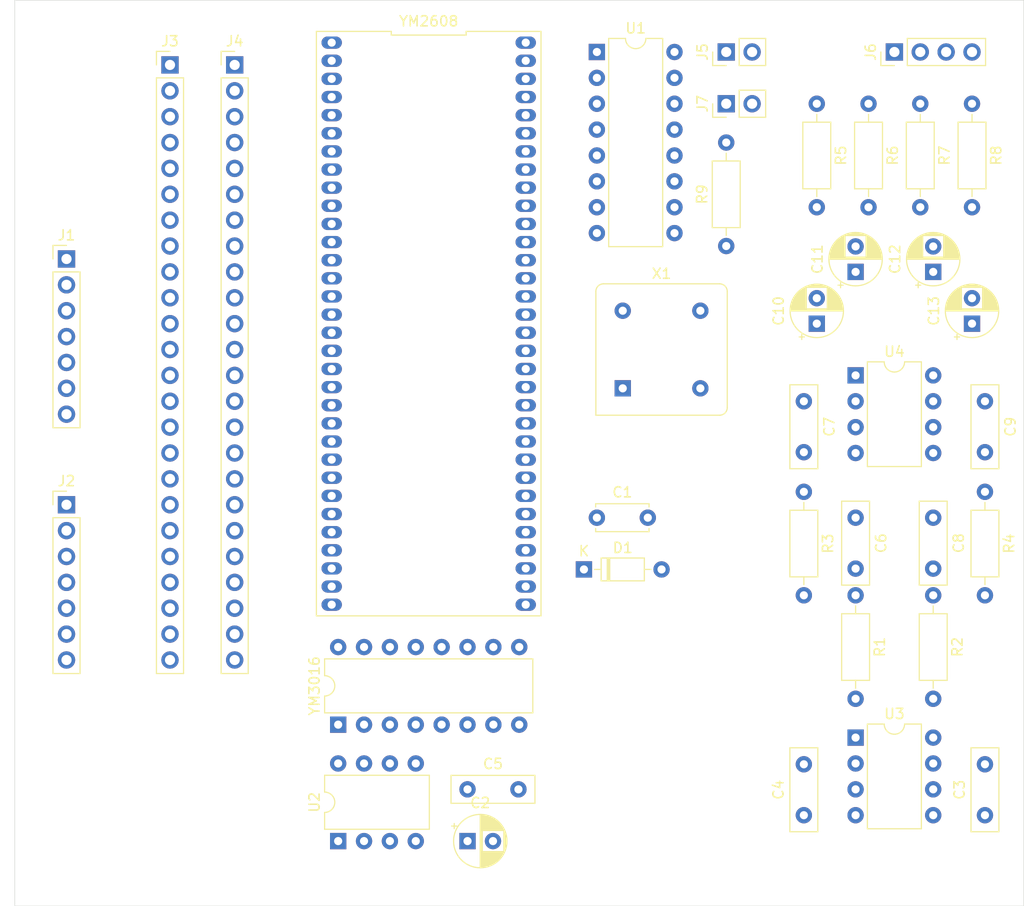
<source format=kicad_pcb>
(kicad_pcb (version 20171130) (host pcbnew "(5.1.6)-1")

  (general
    (thickness 1.6)
    (drawings 4)
    (tracks 0)
    (zones 0)
    (modules 37)
    (nets 51)
  )

  (page A4)
  (layers
    (0 F.Cu mixed)
    (31 B.Cu mixed)
    (32 B.Adhes user)
    (33 F.Adhes user)
    (34 B.Paste user)
    (35 F.Paste user)
    (36 B.SilkS user)
    (37 F.SilkS user)
    (38 B.Mask user)
    (39 F.Mask user)
    (40 Dwgs.User user)
    (41 Cmts.User user)
    (42 Eco1.User user)
    (43 Eco2.User user)
    (44 Edge.Cuts user)
    (45 Margin user)
    (46 B.CrtYd user)
    (47 F.CrtYd user)
    (48 B.Fab user)
    (49 F.Fab user)
  )

  (setup
    (last_trace_width 0.5)
    (trace_clearance 0.2)
    (zone_clearance 0.508)
    (zone_45_only no)
    (trace_min 0.5)
    (via_size 0.8)
    (via_drill 0.4)
    (via_min_size 0.4)
    (via_min_drill 0.3)
    (uvia_size 0.3)
    (uvia_drill 0.1)
    (uvias_allowed no)
    (uvia_min_size 0.2)
    (uvia_min_drill 0.1)
    (edge_width 0.05)
    (segment_width 0.2)
    (pcb_text_width 0.3)
    (pcb_text_size 1.5 1.5)
    (mod_edge_width 0.12)
    (mod_text_size 1 1)
    (mod_text_width 0.15)
    (pad_size 1.524 1.524)
    (pad_drill 0.762)
    (pad_to_mask_clearance 0.1)
    (aux_axis_origin 0 0)
    (visible_elements 7FFFFFFF)
    (pcbplotparams
      (layerselection 0x010fc_ffffffff)
      (usegerberextensions false)
      (usegerberattributes true)
      (usegerberadvancedattributes true)
      (creategerberjobfile true)
      (excludeedgelayer true)
      (linewidth 0.100000)
      (plotframeref false)
      (viasonmask false)
      (mode 1)
      (useauxorigin false)
      (hpglpennumber 1)
      (hpglpenspeed 20)
      (hpglpendiameter 15.000000)
      (psnegative false)
      (psa4output false)
      (plotreference true)
      (plotvalue true)
      (plotinvisibletext false)
      (padsonsilk false)
      (subtractmaskfromsilk false)
      (outputformat 1)
      (mirror false)
      (drillshape 0)
      (scaleselection 1)
      (outputdirectory "gerber/"))
  )

  (net 0 "")
  (net 1 "Net-(C1-Pad2)")
  (net 2 "Net-(U1-Pad11)")
  (net 3 "Net-(J1-Pad4)")
  (net 4 "Net-(J1-Pad3)")
  (net 5 "Net-(J2-Pad4)")
  (net 6 "Net-(J6-Pad3)")
  (net 7 +5V)
  (net 8 GND)
  (net 9 "Net-(J1-Pad2)")
  (net 10 "Net-(J2-Pad2)")
  (net 11 "Net-(X1-Pad5)")
  (net 12 "Net-(YM2608-Pad31)")
  (net 13 "Net-(YM2608-Pad30)")
  (net 14 "Net-(YM2608-Pad29)")
  (net 15 "Net-(YM2608-Pad64)")
  (net 16 "Net-(J4-Pad24)")
  (net 17 "Net-(J4-Pad23)")
  (net 18 "Net-(J4-Pad22)")
  (net 19 "Net-(J4-Pad21)")
  (net 20 "Net-(J4-Pad20)")
  (net 21 "Net-(J4-Pad19)")
  (net 22 "Net-(J4-Pad18)")
  (net 23 "Net-(J4-Pad17)")
  (net 24 "Net-(U2-Pad6)")
  (net 25 "Net-(U2-Pad1)")
  (net 26 "Net-(C2-Pad1)")
  (net 27 "Net-(C3-Pad2)")
  (net 28 "Net-(C4-Pad2)")
  (net 29 "Net-(C5-Pad2)")
  (net 30 "Net-(C6-Pad2)")
  (net 31 "Net-(C10-Pad1)")
  (net 32 "Net-(C7-Pad2)")
  (net 33 "Net-(C8-Pad2)")
  (net 34 "Net-(C13-Pad1)")
  (net 35 "Net-(C9-Pad2)")
  (net 36 "Net-(C10-Pad2)")
  (net 37 "Net-(C11-Pad2)")
  (net 38 Aout_YM2608)
  (net 39 "Net-(C12-Pad2)")
  (net 40 "Net-(C13-Pad2)")
  (net 41 "Net-(J6-Pad4)")
  (net 42 "Net-(R1-Pad2)")
  (net 43 "Net-(R2-Pad2)")
  (net 44 "Net-(J3-Pad8)")
  (net 45 "Net-(J3-Pad7)")
  (net 46 "Net-(J3-Pad5)")
  (net 47 "Net-(J4-Pad11)")
  (net 48 "Net-(J4-Pad8)")
  (net 49 "Net-(J1-Pad1)")
  (net 50 "Net-(J7-Pad1)")

  (net_class Default "This is the default net class."
    (clearance 0.2)
    (trace_width 0.5)
    (via_dia 0.8)
    (via_drill 0.4)
    (uvia_dia 0.3)
    (uvia_drill 0.1)
    (diff_pair_width 0.5)
    (diff_pair_gap 0.25)
    (add_net +5V)
    (add_net Aout_YM2608)
    (add_net GND)
    (add_net "Net-(C1-Pad2)")
    (add_net "Net-(C10-Pad1)")
    (add_net "Net-(C10-Pad2)")
    (add_net "Net-(C11-Pad2)")
    (add_net "Net-(C12-Pad2)")
    (add_net "Net-(C13-Pad1)")
    (add_net "Net-(C13-Pad2)")
    (add_net "Net-(C2-Pad1)")
    (add_net "Net-(C3-Pad2)")
    (add_net "Net-(C4-Pad2)")
    (add_net "Net-(C5-Pad2)")
    (add_net "Net-(C6-Pad2)")
    (add_net "Net-(C7-Pad2)")
    (add_net "Net-(C8-Pad2)")
    (add_net "Net-(C9-Pad2)")
    (add_net "Net-(J1-Pad1)")
    (add_net "Net-(J1-Pad2)")
    (add_net "Net-(J1-Pad3)")
    (add_net "Net-(J1-Pad4)")
    (add_net "Net-(J1-Pad5)")
    (add_net "Net-(J1-Pad6)")
    (add_net "Net-(J2-Pad2)")
    (add_net "Net-(J2-Pad4)")
    (add_net "Net-(J2-Pad5)")
    (add_net "Net-(J2-Pad6)")
    (add_net "Net-(J3-Pad10)")
    (add_net "Net-(J3-Pad12)")
    (add_net "Net-(J3-Pad13)")
    (add_net "Net-(J3-Pad14)")
    (add_net "Net-(J3-Pad15)")
    (add_net "Net-(J3-Pad16)")
    (add_net "Net-(J3-Pad17)")
    (add_net "Net-(J3-Pad18)")
    (add_net "Net-(J3-Pad20)")
    (add_net "Net-(J3-Pad21)")
    (add_net "Net-(J3-Pad22)")
    (add_net "Net-(J3-Pad23)")
    (add_net "Net-(J3-Pad24)")
    (add_net "Net-(J3-Pad3)")
    (add_net "Net-(J3-Pad4)")
    (add_net "Net-(J3-Pad5)")
    (add_net "Net-(J3-Pad6)")
    (add_net "Net-(J3-Pad7)")
    (add_net "Net-(J3-Pad8)")
    (add_net "Net-(J3-Pad9)")
    (add_net "Net-(J4-Pad10)")
    (add_net "Net-(J4-Pad11)")
    (add_net "Net-(J4-Pad13)")
    (add_net "Net-(J4-Pad15)")
    (add_net "Net-(J4-Pad16)")
    (add_net "Net-(J4-Pad17)")
    (add_net "Net-(J4-Pad18)")
    (add_net "Net-(J4-Pad19)")
    (add_net "Net-(J4-Pad20)")
    (add_net "Net-(J4-Pad21)")
    (add_net "Net-(J4-Pad22)")
    (add_net "Net-(J4-Pad23)")
    (add_net "Net-(J4-Pad24)")
    (add_net "Net-(J4-Pad3)")
    (add_net "Net-(J4-Pad4)")
    (add_net "Net-(J4-Pad5)")
    (add_net "Net-(J4-Pad7)")
    (add_net "Net-(J4-Pad8)")
    (add_net "Net-(J4-Pad9)")
    (add_net "Net-(J6-Pad2)")
    (add_net "Net-(J6-Pad3)")
    (add_net "Net-(J6-Pad4)")
    (add_net "Net-(J7-Pad1)")
    (add_net "Net-(R1-Pad2)")
    (add_net "Net-(R2-Pad2)")
    (add_net "Net-(U1-Pad1)")
    (add_net "Net-(U1-Pad10)")
    (add_net "Net-(U1-Pad11)")
    (add_net "Net-(U1-Pad12)")
    (add_net "Net-(U1-Pad2)")
    (add_net "Net-(U1-Pad3)")
    (add_net "Net-(U1-Pad4)")
    (add_net "Net-(U1-Pad5)")
    (add_net "Net-(U1-Pad6)")
    (add_net "Net-(U1-Pad7)")
    (add_net "Net-(U1-Pad9)")
    (add_net "Net-(U2-Pad1)")
    (add_net "Net-(U2-Pad6)")
    (add_net "Net-(X1-Pad1)")
    (add_net "Net-(X1-Pad5)")
    (add_net "Net-(YM2608-Pad10)")
    (add_net "Net-(YM2608-Pad11)")
    (add_net "Net-(YM2608-Pad12)")
    (add_net "Net-(YM2608-Pad13)")
    (add_net "Net-(YM2608-Pad14)")
    (add_net "Net-(YM2608-Pad15)")
    (add_net "Net-(YM2608-Pad16)")
    (add_net "Net-(YM2608-Pad17)")
    (add_net "Net-(YM2608-Pad18)")
    (add_net "Net-(YM2608-Pad19)")
    (add_net "Net-(YM2608-Pad20)")
    (add_net "Net-(YM2608-Pad21)")
    (add_net "Net-(YM2608-Pad22)")
    (add_net "Net-(YM2608-Pad23)")
    (add_net "Net-(YM2608-Pad24)")
    (add_net "Net-(YM2608-Pad25)")
    (add_net "Net-(YM2608-Pad29)")
    (add_net "Net-(YM2608-Pad30)")
    (add_net "Net-(YM2608-Pad31)")
    (add_net "Net-(YM2608-Pad34)")
    (add_net "Net-(YM2608-Pad36)")
    (add_net "Net-(YM2608-Pad37)")
    (add_net "Net-(YM2608-Pad38)")
    (add_net "Net-(YM2608-Pad40)")
    (add_net "Net-(YM2608-Pad41)")
    (add_net "Net-(YM2608-Pad42)")
    (add_net "Net-(YM2608-Pad43)")
    (add_net "Net-(YM2608-Pad44)")
    (add_net "Net-(YM2608-Pad45)")
    (add_net "Net-(YM2608-Pad46)")
    (add_net "Net-(YM2608-Pad47)")
    (add_net "Net-(YM2608-Pad48)")
    (add_net "Net-(YM2608-Pad49)")
    (add_net "Net-(YM2608-Pad50)")
    (add_net "Net-(YM2608-Pad51)")
    (add_net "Net-(YM2608-Pad52)")
    (add_net "Net-(YM2608-Pad53)")
    (add_net "Net-(YM2608-Pad54)")
    (add_net "Net-(YM2608-Pad55)")
    (add_net "Net-(YM2608-Pad56)")
    (add_net "Net-(YM2608-Pad64)")
  )

  (module Resistor_THT:R_Axial_DIN0207_L6.3mm_D2.5mm_P10.16mm_Horizontal (layer F.Cu) (tedit 5AE5139B) (tstamp 5FAAD92B)
    (at 170.18 60.96 90)
    (descr "Resistor, Axial_DIN0207 series, Axial, Horizontal, pin pitch=10.16mm, 0.25W = 1/4W, length*diameter=6.3*2.5mm^2, http://cdn-reichelt.de/documents/datenblatt/B400/1_4W%23YAG.pdf")
    (tags "Resistor Axial_DIN0207 series Axial Horizontal pin pitch 10.16mm 0.25W = 1/4W length 6.3mm diameter 2.5mm")
    (path /5FAE8C15)
    (fp_text reference R9 (at 5.08 -2.37 90) (layer F.SilkS)
      (effects (font (size 1 1) (thickness 0.15)))
    )
    (fp_text value 330 (at 5.08 2.37 90) (layer F.Fab)
      (effects (font (size 1 1) (thickness 0.15)))
    )
    (fp_text user %R (at 5.08 0 90) (layer F.Fab)
      (effects (font (size 1 1) (thickness 0.15)))
    )
    (fp_line (start 1.93 -1.25) (end 1.93 1.25) (layer F.Fab) (width 0.1))
    (fp_line (start 1.93 1.25) (end 8.23 1.25) (layer F.Fab) (width 0.1))
    (fp_line (start 8.23 1.25) (end 8.23 -1.25) (layer F.Fab) (width 0.1))
    (fp_line (start 8.23 -1.25) (end 1.93 -1.25) (layer F.Fab) (width 0.1))
    (fp_line (start 0 0) (end 1.93 0) (layer F.Fab) (width 0.1))
    (fp_line (start 10.16 0) (end 8.23 0) (layer F.Fab) (width 0.1))
    (fp_line (start 1.81 -1.37) (end 1.81 1.37) (layer F.SilkS) (width 0.12))
    (fp_line (start 1.81 1.37) (end 8.35 1.37) (layer F.SilkS) (width 0.12))
    (fp_line (start 8.35 1.37) (end 8.35 -1.37) (layer F.SilkS) (width 0.12))
    (fp_line (start 8.35 -1.37) (end 1.81 -1.37) (layer F.SilkS) (width 0.12))
    (fp_line (start 1.04 0) (end 1.81 0) (layer F.SilkS) (width 0.12))
    (fp_line (start 9.12 0) (end 8.35 0) (layer F.SilkS) (width 0.12))
    (fp_line (start -1.05 -1.5) (end -1.05 1.5) (layer F.CrtYd) (width 0.05))
    (fp_line (start -1.05 1.5) (end 11.21 1.5) (layer F.CrtYd) (width 0.05))
    (fp_line (start 11.21 1.5) (end 11.21 -1.5) (layer F.CrtYd) (width 0.05))
    (fp_line (start 11.21 -1.5) (end -1.05 -1.5) (layer F.CrtYd) (width 0.05))
    (pad 2 thru_hole oval (at 10.16 0 90) (size 1.6 1.6) (drill 0.8) (layers *.Cu *.Mask)
      (net 8 GND))
    (pad 1 thru_hole circle (at 0 0 90) (size 1.6 1.6) (drill 0.8) (layers *.Cu *.Mask)
      (net 50 "Net-(J7-Pad1)"))
    (model ${KISYS3DMOD}/Resistor_THT.3dshapes/R_Axial_DIN0207_L6.3mm_D2.5mm_P10.16mm_Horizontal.wrl
      (at (xyz 0 0 0))
      (scale (xyz 1 1 1))
      (rotate (xyz 0 0 0))
    )
  )

  (module Connector_PinHeader_2.54mm:PinHeader_1x02_P2.54mm_Vertical (layer F.Cu) (tedit 59FED5CC) (tstamp 5FAAD7B4)
    (at 170.18 46.99 90)
    (descr "Through hole straight pin header, 1x02, 2.54mm pitch, single row")
    (tags "Through hole pin header THT 1x02 2.54mm single row")
    (path /5FAD70B5)
    (fp_text reference J7 (at 0 -2.33 90) (layer F.SilkS)
      (effects (font (size 1 1) (thickness 0.15)))
    )
    (fp_text value "EN LED" (at 0 4.87 90) (layer F.Fab)
      (effects (font (size 1 1) (thickness 0.15)))
    )
    (fp_text user %R (at 0 1.27) (layer F.Fab)
      (effects (font (size 1 1) (thickness 0.15)))
    )
    (fp_line (start -0.635 -1.27) (end 1.27 -1.27) (layer F.Fab) (width 0.1))
    (fp_line (start 1.27 -1.27) (end 1.27 3.81) (layer F.Fab) (width 0.1))
    (fp_line (start 1.27 3.81) (end -1.27 3.81) (layer F.Fab) (width 0.1))
    (fp_line (start -1.27 3.81) (end -1.27 -0.635) (layer F.Fab) (width 0.1))
    (fp_line (start -1.27 -0.635) (end -0.635 -1.27) (layer F.Fab) (width 0.1))
    (fp_line (start -1.33 3.87) (end 1.33 3.87) (layer F.SilkS) (width 0.12))
    (fp_line (start -1.33 1.27) (end -1.33 3.87) (layer F.SilkS) (width 0.12))
    (fp_line (start 1.33 1.27) (end 1.33 3.87) (layer F.SilkS) (width 0.12))
    (fp_line (start -1.33 1.27) (end 1.33 1.27) (layer F.SilkS) (width 0.12))
    (fp_line (start -1.33 0) (end -1.33 -1.33) (layer F.SilkS) (width 0.12))
    (fp_line (start -1.33 -1.33) (end 0 -1.33) (layer F.SilkS) (width 0.12))
    (fp_line (start -1.8 -1.8) (end -1.8 4.35) (layer F.CrtYd) (width 0.05))
    (fp_line (start -1.8 4.35) (end 1.8 4.35) (layer F.CrtYd) (width 0.05))
    (fp_line (start 1.8 4.35) (end 1.8 -1.8) (layer F.CrtYd) (width 0.05))
    (fp_line (start 1.8 -1.8) (end -1.8 -1.8) (layer F.CrtYd) (width 0.05))
    (pad 2 thru_hole oval (at 0 2.54 90) (size 1.7 1.7) (drill 1) (layers *.Cu *.Mask)
      (net 7 +5V))
    (pad 1 thru_hole rect (at 0 0 90) (size 1.7 1.7) (drill 1) (layers *.Cu *.Mask)
      (net 50 "Net-(J7-Pad1)"))
    (model ${KISYS3DMOD}/Connector_PinHeader_2.54mm.3dshapes/PinHeader_1x02_P2.54mm_Vertical.wrl
      (at (xyz 0 0 0))
      (scale (xyz 1 1 1))
      (rotate (xyz 0 0 0))
    )
  )

  (module Connector_PinHeader_2.54mm:PinHeader_1x02_P2.54mm_Vertical (layer F.Cu) (tedit 59FED5CC) (tstamp 5F78E637)
    (at 170.18 41.91 90)
    (descr "Through hole straight pin header, 1x02, 2.54mm pitch, single row")
    (tags "Through hole pin header THT 1x02 2.54mm single row")
    (path /5F6BC120)
    (fp_text reference J5 (at 0 -2.33 90) (layer F.SilkS)
      (effects (font (size 1 1) (thickness 0.15)))
    )
    (fp_text value "EN Switch" (at 0 4.87 90) (layer F.Fab)
      (effects (font (size 1 1) (thickness 0.15)))
    )
    (fp_text user %R (at 0 1.27) (layer F.Fab)
      (effects (font (size 1 1) (thickness 0.15)))
    )
    (fp_line (start -0.635 -1.27) (end 1.27 -1.27) (layer F.Fab) (width 0.1))
    (fp_line (start 1.27 -1.27) (end 1.27 3.81) (layer F.Fab) (width 0.1))
    (fp_line (start 1.27 3.81) (end -1.27 3.81) (layer F.Fab) (width 0.1))
    (fp_line (start -1.27 3.81) (end -1.27 -0.635) (layer F.Fab) (width 0.1))
    (fp_line (start -1.27 -0.635) (end -0.635 -1.27) (layer F.Fab) (width 0.1))
    (fp_line (start -1.33 3.87) (end 1.33 3.87) (layer F.SilkS) (width 0.12))
    (fp_line (start -1.33 1.27) (end -1.33 3.87) (layer F.SilkS) (width 0.12))
    (fp_line (start 1.33 1.27) (end 1.33 3.87) (layer F.SilkS) (width 0.12))
    (fp_line (start -1.33 1.27) (end 1.33 1.27) (layer F.SilkS) (width 0.12))
    (fp_line (start -1.33 0) (end -1.33 -1.33) (layer F.SilkS) (width 0.12))
    (fp_line (start -1.33 -1.33) (end 0 -1.33) (layer F.SilkS) (width 0.12))
    (fp_line (start -1.8 -1.8) (end -1.8 4.35) (layer F.CrtYd) (width 0.05))
    (fp_line (start -1.8 4.35) (end 1.8 4.35) (layer F.CrtYd) (width 0.05))
    (fp_line (start 1.8 4.35) (end 1.8 -1.8) (layer F.CrtYd) (width 0.05))
    (fp_line (start 1.8 -1.8) (end -1.8 -1.8) (layer F.CrtYd) (width 0.05))
    (pad 2 thru_hole oval (at 0 2.54 90) (size 1.7 1.7) (drill 1) (layers *.Cu *.Mask)
      (net 49 "Net-(J1-Pad1)"))
    (pad 1 thru_hole rect (at 0 0 90) (size 1.7 1.7) (drill 1) (layers *.Cu *.Mask)
      (net 7 +5V))
    (model ${KISYS3DMOD}/Connector_PinHeader_2.54mm.3dshapes/PinHeader_1x02_P2.54mm_Vertical.wrl
      (at (xyz 0 0 0))
      (scale (xyz 1 1 1))
      (rotate (xyz 0 0 0))
    )
  )

  (module Capacitor_THT:CP_Radial_D5.0mm_P2.50mm (layer F.Cu) (tedit 5AE50EF0) (tstamp 5F7A1387)
    (at 179.07 68.58 90)
    (descr "CP, Radial series, Radial, pin pitch=2.50mm, , diameter=5mm, Electrolytic Capacitor")
    (tags "CP Radial series Radial pin pitch 2.50mm  diameter 5mm Electrolytic Capacitor")
    (path /5F9D0C7F)
    (fp_text reference C10 (at 1.25 -3.75 90) (layer F.SilkS)
      (effects (font (size 1 1) (thickness 0.15)))
    )
    (fp_text value 4.7u (at 1.25 3.75 90) (layer F.Fab)
      (effects (font (size 1 1) (thickness 0.15)))
    )
    (fp_line (start -1.304775 -1.725) (end -1.304775 -1.225) (layer F.SilkS) (width 0.12))
    (fp_line (start -1.554775 -1.475) (end -1.054775 -1.475) (layer F.SilkS) (width 0.12))
    (fp_line (start 3.851 -0.284) (end 3.851 0.284) (layer F.SilkS) (width 0.12))
    (fp_line (start 3.811 -0.518) (end 3.811 0.518) (layer F.SilkS) (width 0.12))
    (fp_line (start 3.771 -0.677) (end 3.771 0.677) (layer F.SilkS) (width 0.12))
    (fp_line (start 3.731 -0.805) (end 3.731 0.805) (layer F.SilkS) (width 0.12))
    (fp_line (start 3.691 -0.915) (end 3.691 0.915) (layer F.SilkS) (width 0.12))
    (fp_line (start 3.651 -1.011) (end 3.651 1.011) (layer F.SilkS) (width 0.12))
    (fp_line (start 3.611 -1.098) (end 3.611 1.098) (layer F.SilkS) (width 0.12))
    (fp_line (start 3.571 -1.178) (end 3.571 1.178) (layer F.SilkS) (width 0.12))
    (fp_line (start 3.531 1.04) (end 3.531 1.251) (layer F.SilkS) (width 0.12))
    (fp_line (start 3.531 -1.251) (end 3.531 -1.04) (layer F.SilkS) (width 0.12))
    (fp_line (start 3.491 1.04) (end 3.491 1.319) (layer F.SilkS) (width 0.12))
    (fp_line (start 3.491 -1.319) (end 3.491 -1.04) (layer F.SilkS) (width 0.12))
    (fp_line (start 3.451 1.04) (end 3.451 1.383) (layer F.SilkS) (width 0.12))
    (fp_line (start 3.451 -1.383) (end 3.451 -1.04) (layer F.SilkS) (width 0.12))
    (fp_line (start 3.411 1.04) (end 3.411 1.443) (layer F.SilkS) (width 0.12))
    (fp_line (start 3.411 -1.443) (end 3.411 -1.04) (layer F.SilkS) (width 0.12))
    (fp_line (start 3.371 1.04) (end 3.371 1.5) (layer F.SilkS) (width 0.12))
    (fp_line (start 3.371 -1.5) (end 3.371 -1.04) (layer F.SilkS) (width 0.12))
    (fp_line (start 3.331 1.04) (end 3.331 1.554) (layer F.SilkS) (width 0.12))
    (fp_line (start 3.331 -1.554) (end 3.331 -1.04) (layer F.SilkS) (width 0.12))
    (fp_line (start 3.291 1.04) (end 3.291 1.605) (layer F.SilkS) (width 0.12))
    (fp_line (start 3.291 -1.605) (end 3.291 -1.04) (layer F.SilkS) (width 0.12))
    (fp_line (start 3.251 1.04) (end 3.251 1.653) (layer F.SilkS) (width 0.12))
    (fp_line (start 3.251 -1.653) (end 3.251 -1.04) (layer F.SilkS) (width 0.12))
    (fp_line (start 3.211 1.04) (end 3.211 1.699) (layer F.SilkS) (width 0.12))
    (fp_line (start 3.211 -1.699) (end 3.211 -1.04) (layer F.SilkS) (width 0.12))
    (fp_line (start 3.171 1.04) (end 3.171 1.743) (layer F.SilkS) (width 0.12))
    (fp_line (start 3.171 -1.743) (end 3.171 -1.04) (layer F.SilkS) (width 0.12))
    (fp_line (start 3.131 1.04) (end 3.131 1.785) (layer F.SilkS) (width 0.12))
    (fp_line (start 3.131 -1.785) (end 3.131 -1.04) (layer F.SilkS) (width 0.12))
    (fp_line (start 3.091 1.04) (end 3.091 1.826) (layer F.SilkS) (width 0.12))
    (fp_line (start 3.091 -1.826) (end 3.091 -1.04) (layer F.SilkS) (width 0.12))
    (fp_line (start 3.051 1.04) (end 3.051 1.864) (layer F.SilkS) (width 0.12))
    (fp_line (start 3.051 -1.864) (end 3.051 -1.04) (layer F.SilkS) (width 0.12))
    (fp_line (start 3.011 1.04) (end 3.011 1.901) (layer F.SilkS) (width 0.12))
    (fp_line (start 3.011 -1.901) (end 3.011 -1.04) (layer F.SilkS) (width 0.12))
    (fp_line (start 2.971 1.04) (end 2.971 1.937) (layer F.SilkS) (width 0.12))
    (fp_line (start 2.971 -1.937) (end 2.971 -1.04) (layer F.SilkS) (width 0.12))
    (fp_line (start 2.931 1.04) (end 2.931 1.971) (layer F.SilkS) (width 0.12))
    (fp_line (start 2.931 -1.971) (end 2.931 -1.04) (layer F.SilkS) (width 0.12))
    (fp_line (start 2.891 1.04) (end 2.891 2.004) (layer F.SilkS) (width 0.12))
    (fp_line (start 2.891 -2.004) (end 2.891 -1.04) (layer F.SilkS) (width 0.12))
    (fp_line (start 2.851 1.04) (end 2.851 2.035) (layer F.SilkS) (width 0.12))
    (fp_line (start 2.851 -2.035) (end 2.851 -1.04) (layer F.SilkS) (width 0.12))
    (fp_line (start 2.811 1.04) (end 2.811 2.065) (layer F.SilkS) (width 0.12))
    (fp_line (start 2.811 -2.065) (end 2.811 -1.04) (layer F.SilkS) (width 0.12))
    (fp_line (start 2.771 1.04) (end 2.771 2.095) (layer F.SilkS) (width 0.12))
    (fp_line (start 2.771 -2.095) (end 2.771 -1.04) (layer F.SilkS) (width 0.12))
    (fp_line (start 2.731 1.04) (end 2.731 2.122) (layer F.SilkS) (width 0.12))
    (fp_line (start 2.731 -2.122) (end 2.731 -1.04) (layer F.SilkS) (width 0.12))
    (fp_line (start 2.691 1.04) (end 2.691 2.149) (layer F.SilkS) (width 0.12))
    (fp_line (start 2.691 -2.149) (end 2.691 -1.04) (layer F.SilkS) (width 0.12))
    (fp_line (start 2.651 1.04) (end 2.651 2.175) (layer F.SilkS) (width 0.12))
    (fp_line (start 2.651 -2.175) (end 2.651 -1.04) (layer F.SilkS) (width 0.12))
    (fp_line (start 2.611 1.04) (end 2.611 2.2) (layer F.SilkS) (width 0.12))
    (fp_line (start 2.611 -2.2) (end 2.611 -1.04) (layer F.SilkS) (width 0.12))
    (fp_line (start 2.571 1.04) (end 2.571 2.224) (layer F.SilkS) (width 0.12))
    (fp_line (start 2.571 -2.224) (end 2.571 -1.04) (layer F.SilkS) (width 0.12))
    (fp_line (start 2.531 1.04) (end 2.531 2.247) (layer F.SilkS) (width 0.12))
    (fp_line (start 2.531 -2.247) (end 2.531 -1.04) (layer F.SilkS) (width 0.12))
    (fp_line (start 2.491 1.04) (end 2.491 2.268) (layer F.SilkS) (width 0.12))
    (fp_line (start 2.491 -2.268) (end 2.491 -1.04) (layer F.SilkS) (width 0.12))
    (fp_line (start 2.451 1.04) (end 2.451 2.29) (layer F.SilkS) (width 0.12))
    (fp_line (start 2.451 -2.29) (end 2.451 -1.04) (layer F.SilkS) (width 0.12))
    (fp_line (start 2.411 1.04) (end 2.411 2.31) (layer F.SilkS) (width 0.12))
    (fp_line (start 2.411 -2.31) (end 2.411 -1.04) (layer F.SilkS) (width 0.12))
    (fp_line (start 2.371 1.04) (end 2.371 2.329) (layer F.SilkS) (width 0.12))
    (fp_line (start 2.371 -2.329) (end 2.371 -1.04) (layer F.SilkS) (width 0.12))
    (fp_line (start 2.331 1.04) (end 2.331 2.348) (layer F.SilkS) (width 0.12))
    (fp_line (start 2.331 -2.348) (end 2.331 -1.04) (layer F.SilkS) (width 0.12))
    (fp_line (start 2.291 1.04) (end 2.291 2.365) (layer F.SilkS) (width 0.12))
    (fp_line (start 2.291 -2.365) (end 2.291 -1.04) (layer F.SilkS) (width 0.12))
    (fp_line (start 2.251 1.04) (end 2.251 2.382) (layer F.SilkS) (width 0.12))
    (fp_line (start 2.251 -2.382) (end 2.251 -1.04) (layer F.SilkS) (width 0.12))
    (fp_line (start 2.211 1.04) (end 2.211 2.398) (layer F.SilkS) (width 0.12))
    (fp_line (start 2.211 -2.398) (end 2.211 -1.04) (layer F.SilkS) (width 0.12))
    (fp_line (start 2.171 1.04) (end 2.171 2.414) (layer F.SilkS) (width 0.12))
    (fp_line (start 2.171 -2.414) (end 2.171 -1.04) (layer F.SilkS) (width 0.12))
    (fp_line (start 2.131 1.04) (end 2.131 2.428) (layer F.SilkS) (width 0.12))
    (fp_line (start 2.131 -2.428) (end 2.131 -1.04) (layer F.SilkS) (width 0.12))
    (fp_line (start 2.091 1.04) (end 2.091 2.442) (layer F.SilkS) (width 0.12))
    (fp_line (start 2.091 -2.442) (end 2.091 -1.04) (layer F.SilkS) (width 0.12))
    (fp_line (start 2.051 1.04) (end 2.051 2.455) (layer F.SilkS) (width 0.12))
    (fp_line (start 2.051 -2.455) (end 2.051 -1.04) (layer F.SilkS) (width 0.12))
    (fp_line (start 2.011 1.04) (end 2.011 2.468) (layer F.SilkS) (width 0.12))
    (fp_line (start 2.011 -2.468) (end 2.011 -1.04) (layer F.SilkS) (width 0.12))
    (fp_line (start 1.971 1.04) (end 1.971 2.48) (layer F.SilkS) (width 0.12))
    (fp_line (start 1.971 -2.48) (end 1.971 -1.04) (layer F.SilkS) (width 0.12))
    (fp_line (start 1.93 1.04) (end 1.93 2.491) (layer F.SilkS) (width 0.12))
    (fp_line (start 1.93 -2.491) (end 1.93 -1.04) (layer F.SilkS) (width 0.12))
    (fp_line (start 1.89 1.04) (end 1.89 2.501) (layer F.SilkS) (width 0.12))
    (fp_line (start 1.89 -2.501) (end 1.89 -1.04) (layer F.SilkS) (width 0.12))
    (fp_line (start 1.85 1.04) (end 1.85 2.511) (layer F.SilkS) (width 0.12))
    (fp_line (start 1.85 -2.511) (end 1.85 -1.04) (layer F.SilkS) (width 0.12))
    (fp_line (start 1.81 1.04) (end 1.81 2.52) (layer F.SilkS) (width 0.12))
    (fp_line (start 1.81 -2.52) (end 1.81 -1.04) (layer F.SilkS) (width 0.12))
    (fp_line (start 1.77 1.04) (end 1.77 2.528) (layer F.SilkS) (width 0.12))
    (fp_line (start 1.77 -2.528) (end 1.77 -1.04) (layer F.SilkS) (width 0.12))
    (fp_line (start 1.73 1.04) (end 1.73 2.536) (layer F.SilkS) (width 0.12))
    (fp_line (start 1.73 -2.536) (end 1.73 -1.04) (layer F.SilkS) (width 0.12))
    (fp_line (start 1.69 1.04) (end 1.69 2.543) (layer F.SilkS) (width 0.12))
    (fp_line (start 1.69 -2.543) (end 1.69 -1.04) (layer F.SilkS) (width 0.12))
    (fp_line (start 1.65 1.04) (end 1.65 2.55) (layer F.SilkS) (width 0.12))
    (fp_line (start 1.65 -2.55) (end 1.65 -1.04) (layer F.SilkS) (width 0.12))
    (fp_line (start 1.61 1.04) (end 1.61 2.556) (layer F.SilkS) (width 0.12))
    (fp_line (start 1.61 -2.556) (end 1.61 -1.04) (layer F.SilkS) (width 0.12))
    (fp_line (start 1.57 1.04) (end 1.57 2.561) (layer F.SilkS) (width 0.12))
    (fp_line (start 1.57 -2.561) (end 1.57 -1.04) (layer F.SilkS) (width 0.12))
    (fp_line (start 1.53 1.04) (end 1.53 2.565) (layer F.SilkS) (width 0.12))
    (fp_line (start 1.53 -2.565) (end 1.53 -1.04) (layer F.SilkS) (width 0.12))
    (fp_line (start 1.49 1.04) (end 1.49 2.569) (layer F.SilkS) (width 0.12))
    (fp_line (start 1.49 -2.569) (end 1.49 -1.04) (layer F.SilkS) (width 0.12))
    (fp_line (start 1.45 -2.573) (end 1.45 2.573) (layer F.SilkS) (width 0.12))
    (fp_line (start 1.41 -2.576) (end 1.41 2.576) (layer F.SilkS) (width 0.12))
    (fp_line (start 1.37 -2.578) (end 1.37 2.578) (layer F.SilkS) (width 0.12))
    (fp_line (start 1.33 -2.579) (end 1.33 2.579) (layer F.SilkS) (width 0.12))
    (fp_line (start 1.29 -2.58) (end 1.29 2.58) (layer F.SilkS) (width 0.12))
    (fp_line (start 1.25 -2.58) (end 1.25 2.58) (layer F.SilkS) (width 0.12))
    (fp_line (start -0.633605 -1.3375) (end -0.633605 -0.8375) (layer F.Fab) (width 0.1))
    (fp_line (start -0.883605 -1.0875) (end -0.383605 -1.0875) (layer F.Fab) (width 0.1))
    (fp_circle (center 1.25 0) (end 4 0) (layer F.CrtYd) (width 0.05))
    (fp_circle (center 1.25 0) (end 3.87 0) (layer F.SilkS) (width 0.12))
    (fp_circle (center 1.25 0) (end 3.75 0) (layer F.Fab) (width 0.1))
    (fp_text user %R (at 1.25 0 90) (layer F.Fab)
      (effects (font (size 1 1) (thickness 0.15)))
    )
    (pad 2 thru_hole circle (at 2.5 0 90) (size 1.6 1.6) (drill 0.8) (layers *.Cu *.Mask)
      (net 36 "Net-(C10-Pad2)"))
    (pad 1 thru_hole rect (at 0 0 90) (size 1.6 1.6) (drill 0.8) (layers *.Cu *.Mask)
      (net 31 "Net-(C10-Pad1)"))
    (model ${KISYS3DMOD}/Capacitor_THT.3dshapes/CP_Radial_D5.0mm_P2.50mm.wrl
      (at (xyz 0 0 0))
      (scale (xyz 1 1 1))
      (rotate (xyz 0 0 0))
    )
  )

  (module Capacitor_THT:CP_Radial_D5.0mm_P2.50mm (layer F.Cu) (tedit 5AE50EF0) (tstamp 5F7A13C0)
    (at 194.31 68.58 90)
    (descr "CP, Radial series, Radial, pin pitch=2.50mm, , diameter=5mm, Electrolytic Capacitor")
    (tags "CP Radial series Radial pin pitch 2.50mm  diameter 5mm Electrolytic Capacitor")
    (path /5FA0E01F)
    (fp_text reference C13 (at 1.25 -3.75 90) (layer F.SilkS)
      (effects (font (size 1 1) (thickness 0.15)))
    )
    (fp_text value 4.7u (at 1.25 3.75 90) (layer F.Fab)
      (effects (font (size 1 1) (thickness 0.15)))
    )
    (fp_line (start -1.304775 -1.725) (end -1.304775 -1.225) (layer F.SilkS) (width 0.12))
    (fp_line (start -1.554775 -1.475) (end -1.054775 -1.475) (layer F.SilkS) (width 0.12))
    (fp_line (start 3.851 -0.284) (end 3.851 0.284) (layer F.SilkS) (width 0.12))
    (fp_line (start 3.811 -0.518) (end 3.811 0.518) (layer F.SilkS) (width 0.12))
    (fp_line (start 3.771 -0.677) (end 3.771 0.677) (layer F.SilkS) (width 0.12))
    (fp_line (start 3.731 -0.805) (end 3.731 0.805) (layer F.SilkS) (width 0.12))
    (fp_line (start 3.691 -0.915) (end 3.691 0.915) (layer F.SilkS) (width 0.12))
    (fp_line (start 3.651 -1.011) (end 3.651 1.011) (layer F.SilkS) (width 0.12))
    (fp_line (start 3.611 -1.098) (end 3.611 1.098) (layer F.SilkS) (width 0.12))
    (fp_line (start 3.571 -1.178) (end 3.571 1.178) (layer F.SilkS) (width 0.12))
    (fp_line (start 3.531 1.04) (end 3.531 1.251) (layer F.SilkS) (width 0.12))
    (fp_line (start 3.531 -1.251) (end 3.531 -1.04) (layer F.SilkS) (width 0.12))
    (fp_line (start 3.491 1.04) (end 3.491 1.319) (layer F.SilkS) (width 0.12))
    (fp_line (start 3.491 -1.319) (end 3.491 -1.04) (layer F.SilkS) (width 0.12))
    (fp_line (start 3.451 1.04) (end 3.451 1.383) (layer F.SilkS) (width 0.12))
    (fp_line (start 3.451 -1.383) (end 3.451 -1.04) (layer F.SilkS) (width 0.12))
    (fp_line (start 3.411 1.04) (end 3.411 1.443) (layer F.SilkS) (width 0.12))
    (fp_line (start 3.411 -1.443) (end 3.411 -1.04) (layer F.SilkS) (width 0.12))
    (fp_line (start 3.371 1.04) (end 3.371 1.5) (layer F.SilkS) (width 0.12))
    (fp_line (start 3.371 -1.5) (end 3.371 -1.04) (layer F.SilkS) (width 0.12))
    (fp_line (start 3.331 1.04) (end 3.331 1.554) (layer F.SilkS) (width 0.12))
    (fp_line (start 3.331 -1.554) (end 3.331 -1.04) (layer F.SilkS) (width 0.12))
    (fp_line (start 3.291 1.04) (end 3.291 1.605) (layer F.SilkS) (width 0.12))
    (fp_line (start 3.291 -1.605) (end 3.291 -1.04) (layer F.SilkS) (width 0.12))
    (fp_line (start 3.251 1.04) (end 3.251 1.653) (layer F.SilkS) (width 0.12))
    (fp_line (start 3.251 -1.653) (end 3.251 -1.04) (layer F.SilkS) (width 0.12))
    (fp_line (start 3.211 1.04) (end 3.211 1.699) (layer F.SilkS) (width 0.12))
    (fp_line (start 3.211 -1.699) (end 3.211 -1.04) (layer F.SilkS) (width 0.12))
    (fp_line (start 3.171 1.04) (end 3.171 1.743) (layer F.SilkS) (width 0.12))
    (fp_line (start 3.171 -1.743) (end 3.171 -1.04) (layer F.SilkS) (width 0.12))
    (fp_line (start 3.131 1.04) (end 3.131 1.785) (layer F.SilkS) (width 0.12))
    (fp_line (start 3.131 -1.785) (end 3.131 -1.04) (layer F.SilkS) (width 0.12))
    (fp_line (start 3.091 1.04) (end 3.091 1.826) (layer F.SilkS) (width 0.12))
    (fp_line (start 3.091 -1.826) (end 3.091 -1.04) (layer F.SilkS) (width 0.12))
    (fp_line (start 3.051 1.04) (end 3.051 1.864) (layer F.SilkS) (width 0.12))
    (fp_line (start 3.051 -1.864) (end 3.051 -1.04) (layer F.SilkS) (width 0.12))
    (fp_line (start 3.011 1.04) (end 3.011 1.901) (layer F.SilkS) (width 0.12))
    (fp_line (start 3.011 -1.901) (end 3.011 -1.04) (layer F.SilkS) (width 0.12))
    (fp_line (start 2.971 1.04) (end 2.971 1.937) (layer F.SilkS) (width 0.12))
    (fp_line (start 2.971 -1.937) (end 2.971 -1.04) (layer F.SilkS) (width 0.12))
    (fp_line (start 2.931 1.04) (end 2.931 1.971) (layer F.SilkS) (width 0.12))
    (fp_line (start 2.931 -1.971) (end 2.931 -1.04) (layer F.SilkS) (width 0.12))
    (fp_line (start 2.891 1.04) (end 2.891 2.004) (layer F.SilkS) (width 0.12))
    (fp_line (start 2.891 -2.004) (end 2.891 -1.04) (layer F.SilkS) (width 0.12))
    (fp_line (start 2.851 1.04) (end 2.851 2.035) (layer F.SilkS) (width 0.12))
    (fp_line (start 2.851 -2.035) (end 2.851 -1.04) (layer F.SilkS) (width 0.12))
    (fp_line (start 2.811 1.04) (end 2.811 2.065) (layer F.SilkS) (width 0.12))
    (fp_line (start 2.811 -2.065) (end 2.811 -1.04) (layer F.SilkS) (width 0.12))
    (fp_line (start 2.771 1.04) (end 2.771 2.095) (layer F.SilkS) (width 0.12))
    (fp_line (start 2.771 -2.095) (end 2.771 -1.04) (layer F.SilkS) (width 0.12))
    (fp_line (start 2.731 1.04) (end 2.731 2.122) (layer F.SilkS) (width 0.12))
    (fp_line (start 2.731 -2.122) (end 2.731 -1.04) (layer F.SilkS) (width 0.12))
    (fp_line (start 2.691 1.04) (end 2.691 2.149) (layer F.SilkS) (width 0.12))
    (fp_line (start 2.691 -2.149) (end 2.691 -1.04) (layer F.SilkS) (width 0.12))
    (fp_line (start 2.651 1.04) (end 2.651 2.175) (layer F.SilkS) (width 0.12))
    (fp_line (start 2.651 -2.175) (end 2.651 -1.04) (layer F.SilkS) (width 0.12))
    (fp_line (start 2.611 1.04) (end 2.611 2.2) (layer F.SilkS) (width 0.12))
    (fp_line (start 2.611 -2.2) (end 2.611 -1.04) (layer F.SilkS) (width 0.12))
    (fp_line (start 2.571 1.04) (end 2.571 2.224) (layer F.SilkS) (width 0.12))
    (fp_line (start 2.571 -2.224) (end 2.571 -1.04) (layer F.SilkS) (width 0.12))
    (fp_line (start 2.531 1.04) (end 2.531 2.247) (layer F.SilkS) (width 0.12))
    (fp_line (start 2.531 -2.247) (end 2.531 -1.04) (layer F.SilkS) (width 0.12))
    (fp_line (start 2.491 1.04) (end 2.491 2.268) (layer F.SilkS) (width 0.12))
    (fp_line (start 2.491 -2.268) (end 2.491 -1.04) (layer F.SilkS) (width 0.12))
    (fp_line (start 2.451 1.04) (end 2.451 2.29) (layer F.SilkS) (width 0.12))
    (fp_line (start 2.451 -2.29) (end 2.451 -1.04) (layer F.SilkS) (width 0.12))
    (fp_line (start 2.411 1.04) (end 2.411 2.31) (layer F.SilkS) (width 0.12))
    (fp_line (start 2.411 -2.31) (end 2.411 -1.04) (layer F.SilkS) (width 0.12))
    (fp_line (start 2.371 1.04) (end 2.371 2.329) (layer F.SilkS) (width 0.12))
    (fp_line (start 2.371 -2.329) (end 2.371 -1.04) (layer F.SilkS) (width 0.12))
    (fp_line (start 2.331 1.04) (end 2.331 2.348) (layer F.SilkS) (width 0.12))
    (fp_line (start 2.331 -2.348) (end 2.331 -1.04) (layer F.SilkS) (width 0.12))
    (fp_line (start 2.291 1.04) (end 2.291 2.365) (layer F.SilkS) (width 0.12))
    (fp_line (start 2.291 -2.365) (end 2.291 -1.04) (layer F.SilkS) (width 0.12))
    (fp_line (start 2.251 1.04) (end 2.251 2.382) (layer F.SilkS) (width 0.12))
    (fp_line (start 2.251 -2.382) (end 2.251 -1.04) (layer F.SilkS) (width 0.12))
    (fp_line (start 2.211 1.04) (end 2.211 2.398) (layer F.SilkS) (width 0.12))
    (fp_line (start 2.211 -2.398) (end 2.211 -1.04) (layer F.SilkS) (width 0.12))
    (fp_line (start 2.171 1.04) (end 2.171 2.414) (layer F.SilkS) (width 0.12))
    (fp_line (start 2.171 -2.414) (end 2.171 -1.04) (layer F.SilkS) (width 0.12))
    (fp_line (start 2.131 1.04) (end 2.131 2.428) (layer F.SilkS) (width 0.12))
    (fp_line (start 2.131 -2.428) (end 2.131 -1.04) (layer F.SilkS) (width 0.12))
    (fp_line (start 2.091 1.04) (end 2.091 2.442) (layer F.SilkS) (width 0.12))
    (fp_line (start 2.091 -2.442) (end 2.091 -1.04) (layer F.SilkS) (width 0.12))
    (fp_line (start 2.051 1.04) (end 2.051 2.455) (layer F.SilkS) (width 0.12))
    (fp_line (start 2.051 -2.455) (end 2.051 -1.04) (layer F.SilkS) (width 0.12))
    (fp_line (start 2.011 1.04) (end 2.011 2.468) (layer F.SilkS) (width 0.12))
    (fp_line (start 2.011 -2.468) (end 2.011 -1.04) (layer F.SilkS) (width 0.12))
    (fp_line (start 1.971 1.04) (end 1.971 2.48) (layer F.SilkS) (width 0.12))
    (fp_line (start 1.971 -2.48) (end 1.971 -1.04) (layer F.SilkS) (width 0.12))
    (fp_line (start 1.93 1.04) (end 1.93 2.491) (layer F.SilkS) (width 0.12))
    (fp_line (start 1.93 -2.491) (end 1.93 -1.04) (layer F.SilkS) (width 0.12))
    (fp_line (start 1.89 1.04) (end 1.89 2.501) (layer F.SilkS) (width 0.12))
    (fp_line (start 1.89 -2.501) (end 1.89 -1.04) (layer F.SilkS) (width 0.12))
    (fp_line (start 1.85 1.04) (end 1.85 2.511) (layer F.SilkS) (width 0.12))
    (fp_line (start 1.85 -2.511) (end 1.85 -1.04) (layer F.SilkS) (width 0.12))
    (fp_line (start 1.81 1.04) (end 1.81 2.52) (layer F.SilkS) (width 0.12))
    (fp_line (start 1.81 -2.52) (end 1.81 -1.04) (layer F.SilkS) (width 0.12))
    (fp_line (start 1.77 1.04) (end 1.77 2.528) (layer F.SilkS) (width 0.12))
    (fp_line (start 1.77 -2.528) (end 1.77 -1.04) (layer F.SilkS) (width 0.12))
    (fp_line (start 1.73 1.04) (end 1.73 2.536) (layer F.SilkS) (width 0.12))
    (fp_line (start 1.73 -2.536) (end 1.73 -1.04) (layer F.SilkS) (width 0.12))
    (fp_line (start 1.69 1.04) (end 1.69 2.543) (layer F.SilkS) (width 0.12))
    (fp_line (start 1.69 -2.543) (end 1.69 -1.04) (layer F.SilkS) (width 0.12))
    (fp_line (start 1.65 1.04) (end 1.65 2.55) (layer F.SilkS) (width 0.12))
    (fp_line (start 1.65 -2.55) (end 1.65 -1.04) (layer F.SilkS) (width 0.12))
    (fp_line (start 1.61 1.04) (end 1.61 2.556) (layer F.SilkS) (width 0.12))
    (fp_line (start 1.61 -2.556) (end 1.61 -1.04) (layer F.SilkS) (width 0.12))
    (fp_line (start 1.57 1.04) (end 1.57 2.561) (layer F.SilkS) (width 0.12))
    (fp_line (start 1.57 -2.561) (end 1.57 -1.04) (layer F.SilkS) (width 0.12))
    (fp_line (start 1.53 1.04) (end 1.53 2.565) (layer F.SilkS) (width 0.12))
    (fp_line (start 1.53 -2.565) (end 1.53 -1.04) (layer F.SilkS) (width 0.12))
    (fp_line (start 1.49 1.04) (end 1.49 2.569) (layer F.SilkS) (width 0.12))
    (fp_line (start 1.49 -2.569) (end 1.49 -1.04) (layer F.SilkS) (width 0.12))
    (fp_line (start 1.45 -2.573) (end 1.45 2.573) (layer F.SilkS) (width 0.12))
    (fp_line (start 1.41 -2.576) (end 1.41 2.576) (layer F.SilkS) (width 0.12))
    (fp_line (start 1.37 -2.578) (end 1.37 2.578) (layer F.SilkS) (width 0.12))
    (fp_line (start 1.33 -2.579) (end 1.33 2.579) (layer F.SilkS) (width 0.12))
    (fp_line (start 1.29 -2.58) (end 1.29 2.58) (layer F.SilkS) (width 0.12))
    (fp_line (start 1.25 -2.58) (end 1.25 2.58) (layer F.SilkS) (width 0.12))
    (fp_line (start -0.633605 -1.3375) (end -0.633605 -0.8375) (layer F.Fab) (width 0.1))
    (fp_line (start -0.883605 -1.0875) (end -0.383605 -1.0875) (layer F.Fab) (width 0.1))
    (fp_circle (center 1.25 0) (end 4 0) (layer F.CrtYd) (width 0.05))
    (fp_circle (center 1.25 0) (end 3.87 0) (layer F.SilkS) (width 0.12))
    (fp_circle (center 1.25 0) (end 3.75 0) (layer F.Fab) (width 0.1))
    (fp_text user %R (at 1.25 0 90) (layer F.Fab)
      (effects (font (size 1 1) (thickness 0.15)))
    )
    (pad 2 thru_hole circle (at 2.5 0 90) (size 1.6 1.6) (drill 0.8) (layers *.Cu *.Mask)
      (net 40 "Net-(C13-Pad2)"))
    (pad 1 thru_hole rect (at 0 0 90) (size 1.6 1.6) (drill 0.8) (layers *.Cu *.Mask)
      (net 34 "Net-(C13-Pad1)"))
    (model ${KISYS3DMOD}/Capacitor_THT.3dshapes/CP_Radial_D5.0mm_P2.50mm.wrl
      (at (xyz 0 0 0))
      (scale (xyz 1 1 1))
      (rotate (xyz 0 0 0))
    )
  )

  (module Capacitor_THT:CP_Radial_D5.0mm_P2.50mm (layer F.Cu) (tedit 5AE50EF0) (tstamp 5F7A13AD)
    (at 190.5 63.5 90)
    (descr "CP, Radial series, Radial, pin pitch=2.50mm, , diameter=5mm, Electrolytic Capacitor")
    (tags "CP Radial series Radial pin pitch 2.50mm  diameter 5mm Electrolytic Capacitor")
    (path /5FA0DC91)
    (fp_text reference C12 (at 1.25 -3.75 90) (layer F.SilkS)
      (effects (font (size 1 1) (thickness 0.15)))
    )
    (fp_text value 4.7u (at 1.25 3.75 90) (layer F.Fab)
      (effects (font (size 1 1) (thickness 0.15)))
    )
    (fp_line (start -1.304775 -1.725) (end -1.304775 -1.225) (layer F.SilkS) (width 0.12))
    (fp_line (start -1.554775 -1.475) (end -1.054775 -1.475) (layer F.SilkS) (width 0.12))
    (fp_line (start 3.851 -0.284) (end 3.851 0.284) (layer F.SilkS) (width 0.12))
    (fp_line (start 3.811 -0.518) (end 3.811 0.518) (layer F.SilkS) (width 0.12))
    (fp_line (start 3.771 -0.677) (end 3.771 0.677) (layer F.SilkS) (width 0.12))
    (fp_line (start 3.731 -0.805) (end 3.731 0.805) (layer F.SilkS) (width 0.12))
    (fp_line (start 3.691 -0.915) (end 3.691 0.915) (layer F.SilkS) (width 0.12))
    (fp_line (start 3.651 -1.011) (end 3.651 1.011) (layer F.SilkS) (width 0.12))
    (fp_line (start 3.611 -1.098) (end 3.611 1.098) (layer F.SilkS) (width 0.12))
    (fp_line (start 3.571 -1.178) (end 3.571 1.178) (layer F.SilkS) (width 0.12))
    (fp_line (start 3.531 1.04) (end 3.531 1.251) (layer F.SilkS) (width 0.12))
    (fp_line (start 3.531 -1.251) (end 3.531 -1.04) (layer F.SilkS) (width 0.12))
    (fp_line (start 3.491 1.04) (end 3.491 1.319) (layer F.SilkS) (width 0.12))
    (fp_line (start 3.491 -1.319) (end 3.491 -1.04) (layer F.SilkS) (width 0.12))
    (fp_line (start 3.451 1.04) (end 3.451 1.383) (layer F.SilkS) (width 0.12))
    (fp_line (start 3.451 -1.383) (end 3.451 -1.04) (layer F.SilkS) (width 0.12))
    (fp_line (start 3.411 1.04) (end 3.411 1.443) (layer F.SilkS) (width 0.12))
    (fp_line (start 3.411 -1.443) (end 3.411 -1.04) (layer F.SilkS) (width 0.12))
    (fp_line (start 3.371 1.04) (end 3.371 1.5) (layer F.SilkS) (width 0.12))
    (fp_line (start 3.371 -1.5) (end 3.371 -1.04) (layer F.SilkS) (width 0.12))
    (fp_line (start 3.331 1.04) (end 3.331 1.554) (layer F.SilkS) (width 0.12))
    (fp_line (start 3.331 -1.554) (end 3.331 -1.04) (layer F.SilkS) (width 0.12))
    (fp_line (start 3.291 1.04) (end 3.291 1.605) (layer F.SilkS) (width 0.12))
    (fp_line (start 3.291 -1.605) (end 3.291 -1.04) (layer F.SilkS) (width 0.12))
    (fp_line (start 3.251 1.04) (end 3.251 1.653) (layer F.SilkS) (width 0.12))
    (fp_line (start 3.251 -1.653) (end 3.251 -1.04) (layer F.SilkS) (width 0.12))
    (fp_line (start 3.211 1.04) (end 3.211 1.699) (layer F.SilkS) (width 0.12))
    (fp_line (start 3.211 -1.699) (end 3.211 -1.04) (layer F.SilkS) (width 0.12))
    (fp_line (start 3.171 1.04) (end 3.171 1.743) (layer F.SilkS) (width 0.12))
    (fp_line (start 3.171 -1.743) (end 3.171 -1.04) (layer F.SilkS) (width 0.12))
    (fp_line (start 3.131 1.04) (end 3.131 1.785) (layer F.SilkS) (width 0.12))
    (fp_line (start 3.131 -1.785) (end 3.131 -1.04) (layer F.SilkS) (width 0.12))
    (fp_line (start 3.091 1.04) (end 3.091 1.826) (layer F.SilkS) (width 0.12))
    (fp_line (start 3.091 -1.826) (end 3.091 -1.04) (layer F.SilkS) (width 0.12))
    (fp_line (start 3.051 1.04) (end 3.051 1.864) (layer F.SilkS) (width 0.12))
    (fp_line (start 3.051 -1.864) (end 3.051 -1.04) (layer F.SilkS) (width 0.12))
    (fp_line (start 3.011 1.04) (end 3.011 1.901) (layer F.SilkS) (width 0.12))
    (fp_line (start 3.011 -1.901) (end 3.011 -1.04) (layer F.SilkS) (width 0.12))
    (fp_line (start 2.971 1.04) (end 2.971 1.937) (layer F.SilkS) (width 0.12))
    (fp_line (start 2.971 -1.937) (end 2.971 -1.04) (layer F.SilkS) (width 0.12))
    (fp_line (start 2.931 1.04) (end 2.931 1.971) (layer F.SilkS) (width 0.12))
    (fp_line (start 2.931 -1.971) (end 2.931 -1.04) (layer F.SilkS) (width 0.12))
    (fp_line (start 2.891 1.04) (end 2.891 2.004) (layer F.SilkS) (width 0.12))
    (fp_line (start 2.891 -2.004) (end 2.891 -1.04) (layer F.SilkS) (width 0.12))
    (fp_line (start 2.851 1.04) (end 2.851 2.035) (layer F.SilkS) (width 0.12))
    (fp_line (start 2.851 -2.035) (end 2.851 -1.04) (layer F.SilkS) (width 0.12))
    (fp_line (start 2.811 1.04) (end 2.811 2.065) (layer F.SilkS) (width 0.12))
    (fp_line (start 2.811 -2.065) (end 2.811 -1.04) (layer F.SilkS) (width 0.12))
    (fp_line (start 2.771 1.04) (end 2.771 2.095) (layer F.SilkS) (width 0.12))
    (fp_line (start 2.771 -2.095) (end 2.771 -1.04) (layer F.SilkS) (width 0.12))
    (fp_line (start 2.731 1.04) (end 2.731 2.122) (layer F.SilkS) (width 0.12))
    (fp_line (start 2.731 -2.122) (end 2.731 -1.04) (layer F.SilkS) (width 0.12))
    (fp_line (start 2.691 1.04) (end 2.691 2.149) (layer F.SilkS) (width 0.12))
    (fp_line (start 2.691 -2.149) (end 2.691 -1.04) (layer F.SilkS) (width 0.12))
    (fp_line (start 2.651 1.04) (end 2.651 2.175) (layer F.SilkS) (width 0.12))
    (fp_line (start 2.651 -2.175) (end 2.651 -1.04) (layer F.SilkS) (width 0.12))
    (fp_line (start 2.611 1.04) (end 2.611 2.2) (layer F.SilkS) (width 0.12))
    (fp_line (start 2.611 -2.2) (end 2.611 -1.04) (layer F.SilkS) (width 0.12))
    (fp_line (start 2.571 1.04) (end 2.571 2.224) (layer F.SilkS) (width 0.12))
    (fp_line (start 2.571 -2.224) (end 2.571 -1.04) (layer F.SilkS) (width 0.12))
    (fp_line (start 2.531 1.04) (end 2.531 2.247) (layer F.SilkS) (width 0.12))
    (fp_line (start 2.531 -2.247) (end 2.531 -1.04) (layer F.SilkS) (width 0.12))
    (fp_line (start 2.491 1.04) (end 2.491 2.268) (layer F.SilkS) (width 0.12))
    (fp_line (start 2.491 -2.268) (end 2.491 -1.04) (layer F.SilkS) (width 0.12))
    (fp_line (start 2.451 1.04) (end 2.451 2.29) (layer F.SilkS) (width 0.12))
    (fp_line (start 2.451 -2.29) (end 2.451 -1.04) (layer F.SilkS) (width 0.12))
    (fp_line (start 2.411 1.04) (end 2.411 2.31) (layer F.SilkS) (width 0.12))
    (fp_line (start 2.411 -2.31) (end 2.411 -1.04) (layer F.SilkS) (width 0.12))
    (fp_line (start 2.371 1.04) (end 2.371 2.329) (layer F.SilkS) (width 0.12))
    (fp_line (start 2.371 -2.329) (end 2.371 -1.04) (layer F.SilkS) (width 0.12))
    (fp_line (start 2.331 1.04) (end 2.331 2.348) (layer F.SilkS) (width 0.12))
    (fp_line (start 2.331 -2.348) (end 2.331 -1.04) (layer F.SilkS) (width 0.12))
    (fp_line (start 2.291 1.04) (end 2.291 2.365) (layer F.SilkS) (width 0.12))
    (fp_line (start 2.291 -2.365) (end 2.291 -1.04) (layer F.SilkS) (width 0.12))
    (fp_line (start 2.251 1.04) (end 2.251 2.382) (layer F.SilkS) (width 0.12))
    (fp_line (start 2.251 -2.382) (end 2.251 -1.04) (layer F.SilkS) (width 0.12))
    (fp_line (start 2.211 1.04) (end 2.211 2.398) (layer F.SilkS) (width 0.12))
    (fp_line (start 2.211 -2.398) (end 2.211 -1.04) (layer F.SilkS) (width 0.12))
    (fp_line (start 2.171 1.04) (end 2.171 2.414) (layer F.SilkS) (width 0.12))
    (fp_line (start 2.171 -2.414) (end 2.171 -1.04) (layer F.SilkS) (width 0.12))
    (fp_line (start 2.131 1.04) (end 2.131 2.428) (layer F.SilkS) (width 0.12))
    (fp_line (start 2.131 -2.428) (end 2.131 -1.04) (layer F.SilkS) (width 0.12))
    (fp_line (start 2.091 1.04) (end 2.091 2.442) (layer F.SilkS) (width 0.12))
    (fp_line (start 2.091 -2.442) (end 2.091 -1.04) (layer F.SilkS) (width 0.12))
    (fp_line (start 2.051 1.04) (end 2.051 2.455) (layer F.SilkS) (width 0.12))
    (fp_line (start 2.051 -2.455) (end 2.051 -1.04) (layer F.SilkS) (width 0.12))
    (fp_line (start 2.011 1.04) (end 2.011 2.468) (layer F.SilkS) (width 0.12))
    (fp_line (start 2.011 -2.468) (end 2.011 -1.04) (layer F.SilkS) (width 0.12))
    (fp_line (start 1.971 1.04) (end 1.971 2.48) (layer F.SilkS) (width 0.12))
    (fp_line (start 1.971 -2.48) (end 1.971 -1.04) (layer F.SilkS) (width 0.12))
    (fp_line (start 1.93 1.04) (end 1.93 2.491) (layer F.SilkS) (width 0.12))
    (fp_line (start 1.93 -2.491) (end 1.93 -1.04) (layer F.SilkS) (width 0.12))
    (fp_line (start 1.89 1.04) (end 1.89 2.501) (layer F.SilkS) (width 0.12))
    (fp_line (start 1.89 -2.501) (end 1.89 -1.04) (layer F.SilkS) (width 0.12))
    (fp_line (start 1.85 1.04) (end 1.85 2.511) (layer F.SilkS) (width 0.12))
    (fp_line (start 1.85 -2.511) (end 1.85 -1.04) (layer F.SilkS) (width 0.12))
    (fp_line (start 1.81 1.04) (end 1.81 2.52) (layer F.SilkS) (width 0.12))
    (fp_line (start 1.81 -2.52) (end 1.81 -1.04) (layer F.SilkS) (width 0.12))
    (fp_line (start 1.77 1.04) (end 1.77 2.528) (layer F.SilkS) (width 0.12))
    (fp_line (start 1.77 -2.528) (end 1.77 -1.04) (layer F.SilkS) (width 0.12))
    (fp_line (start 1.73 1.04) (end 1.73 2.536) (layer F.SilkS) (width 0.12))
    (fp_line (start 1.73 -2.536) (end 1.73 -1.04) (layer F.SilkS) (width 0.12))
    (fp_line (start 1.69 1.04) (end 1.69 2.543) (layer F.SilkS) (width 0.12))
    (fp_line (start 1.69 -2.543) (end 1.69 -1.04) (layer F.SilkS) (width 0.12))
    (fp_line (start 1.65 1.04) (end 1.65 2.55) (layer F.SilkS) (width 0.12))
    (fp_line (start 1.65 -2.55) (end 1.65 -1.04) (layer F.SilkS) (width 0.12))
    (fp_line (start 1.61 1.04) (end 1.61 2.556) (layer F.SilkS) (width 0.12))
    (fp_line (start 1.61 -2.556) (end 1.61 -1.04) (layer F.SilkS) (width 0.12))
    (fp_line (start 1.57 1.04) (end 1.57 2.561) (layer F.SilkS) (width 0.12))
    (fp_line (start 1.57 -2.561) (end 1.57 -1.04) (layer F.SilkS) (width 0.12))
    (fp_line (start 1.53 1.04) (end 1.53 2.565) (layer F.SilkS) (width 0.12))
    (fp_line (start 1.53 -2.565) (end 1.53 -1.04) (layer F.SilkS) (width 0.12))
    (fp_line (start 1.49 1.04) (end 1.49 2.569) (layer F.SilkS) (width 0.12))
    (fp_line (start 1.49 -2.569) (end 1.49 -1.04) (layer F.SilkS) (width 0.12))
    (fp_line (start 1.45 -2.573) (end 1.45 2.573) (layer F.SilkS) (width 0.12))
    (fp_line (start 1.41 -2.576) (end 1.41 2.576) (layer F.SilkS) (width 0.12))
    (fp_line (start 1.37 -2.578) (end 1.37 2.578) (layer F.SilkS) (width 0.12))
    (fp_line (start 1.33 -2.579) (end 1.33 2.579) (layer F.SilkS) (width 0.12))
    (fp_line (start 1.29 -2.58) (end 1.29 2.58) (layer F.SilkS) (width 0.12))
    (fp_line (start 1.25 -2.58) (end 1.25 2.58) (layer F.SilkS) (width 0.12))
    (fp_line (start -0.633605 -1.3375) (end -0.633605 -0.8375) (layer F.Fab) (width 0.1))
    (fp_line (start -0.883605 -1.0875) (end -0.383605 -1.0875) (layer F.Fab) (width 0.1))
    (fp_circle (center 1.25 0) (end 4 0) (layer F.CrtYd) (width 0.05))
    (fp_circle (center 1.25 0) (end 3.87 0) (layer F.SilkS) (width 0.12))
    (fp_circle (center 1.25 0) (end 3.75 0) (layer F.Fab) (width 0.1))
    (fp_text user %R (at 1.25 0 90) (layer F.Fab)
      (effects (font (size 1 1) (thickness 0.15)))
    )
    (pad 2 thru_hole circle (at 2.5 0 90) (size 1.6 1.6) (drill 0.8) (layers *.Cu *.Mask)
      (net 39 "Net-(C12-Pad2)"))
    (pad 1 thru_hole rect (at 0 0 90) (size 1.6 1.6) (drill 0.8) (layers *.Cu *.Mask)
      (net 38 Aout_YM2608))
    (model ${KISYS3DMOD}/Capacitor_THT.3dshapes/CP_Radial_D5.0mm_P2.50mm.wrl
      (at (xyz 0 0 0))
      (scale (xyz 1 1 1))
      (rotate (xyz 0 0 0))
    )
  )

  (module Capacitor_THT:CP_Radial_D5.0mm_P2.50mm (layer F.Cu) (tedit 5AE50EF0) (tstamp 5F7A1BAB)
    (at 182.88 63.5 90)
    (descr "CP, Radial series, Radial, pin pitch=2.50mm, , diameter=5mm, Electrolytic Capacitor")
    (tags "CP Radial series Radial pin pitch 2.50mm  diameter 5mm Electrolytic Capacitor")
    (path /5FA0D746)
    (fp_text reference C11 (at 1.25 -3.75 90) (layer F.SilkS)
      (effects (font (size 1 1) (thickness 0.15)))
    )
    (fp_text value 4.7u (at 1.25 3.75 90) (layer F.Fab)
      (effects (font (size 1 1) (thickness 0.15)))
    )
    (fp_line (start -1.304775 -1.725) (end -1.304775 -1.225) (layer F.SilkS) (width 0.12))
    (fp_line (start -1.554775 -1.475) (end -1.054775 -1.475) (layer F.SilkS) (width 0.12))
    (fp_line (start 3.851 -0.284) (end 3.851 0.284) (layer F.SilkS) (width 0.12))
    (fp_line (start 3.811 -0.518) (end 3.811 0.518) (layer F.SilkS) (width 0.12))
    (fp_line (start 3.771 -0.677) (end 3.771 0.677) (layer F.SilkS) (width 0.12))
    (fp_line (start 3.731 -0.805) (end 3.731 0.805) (layer F.SilkS) (width 0.12))
    (fp_line (start 3.691 -0.915) (end 3.691 0.915) (layer F.SilkS) (width 0.12))
    (fp_line (start 3.651 -1.011) (end 3.651 1.011) (layer F.SilkS) (width 0.12))
    (fp_line (start 3.611 -1.098) (end 3.611 1.098) (layer F.SilkS) (width 0.12))
    (fp_line (start 3.571 -1.178) (end 3.571 1.178) (layer F.SilkS) (width 0.12))
    (fp_line (start 3.531 1.04) (end 3.531 1.251) (layer F.SilkS) (width 0.12))
    (fp_line (start 3.531 -1.251) (end 3.531 -1.04) (layer F.SilkS) (width 0.12))
    (fp_line (start 3.491 1.04) (end 3.491 1.319) (layer F.SilkS) (width 0.12))
    (fp_line (start 3.491 -1.319) (end 3.491 -1.04) (layer F.SilkS) (width 0.12))
    (fp_line (start 3.451 1.04) (end 3.451 1.383) (layer F.SilkS) (width 0.12))
    (fp_line (start 3.451 -1.383) (end 3.451 -1.04) (layer F.SilkS) (width 0.12))
    (fp_line (start 3.411 1.04) (end 3.411 1.443) (layer F.SilkS) (width 0.12))
    (fp_line (start 3.411 -1.443) (end 3.411 -1.04) (layer F.SilkS) (width 0.12))
    (fp_line (start 3.371 1.04) (end 3.371 1.5) (layer F.SilkS) (width 0.12))
    (fp_line (start 3.371 -1.5) (end 3.371 -1.04) (layer F.SilkS) (width 0.12))
    (fp_line (start 3.331 1.04) (end 3.331 1.554) (layer F.SilkS) (width 0.12))
    (fp_line (start 3.331 -1.554) (end 3.331 -1.04) (layer F.SilkS) (width 0.12))
    (fp_line (start 3.291 1.04) (end 3.291 1.605) (layer F.SilkS) (width 0.12))
    (fp_line (start 3.291 -1.605) (end 3.291 -1.04) (layer F.SilkS) (width 0.12))
    (fp_line (start 3.251 1.04) (end 3.251 1.653) (layer F.SilkS) (width 0.12))
    (fp_line (start 3.251 -1.653) (end 3.251 -1.04) (layer F.SilkS) (width 0.12))
    (fp_line (start 3.211 1.04) (end 3.211 1.699) (layer F.SilkS) (width 0.12))
    (fp_line (start 3.211 -1.699) (end 3.211 -1.04) (layer F.SilkS) (width 0.12))
    (fp_line (start 3.171 1.04) (end 3.171 1.743) (layer F.SilkS) (width 0.12))
    (fp_line (start 3.171 -1.743) (end 3.171 -1.04) (layer F.SilkS) (width 0.12))
    (fp_line (start 3.131 1.04) (end 3.131 1.785) (layer F.SilkS) (width 0.12))
    (fp_line (start 3.131 -1.785) (end 3.131 -1.04) (layer F.SilkS) (width 0.12))
    (fp_line (start 3.091 1.04) (end 3.091 1.826) (layer F.SilkS) (width 0.12))
    (fp_line (start 3.091 -1.826) (end 3.091 -1.04) (layer F.SilkS) (width 0.12))
    (fp_line (start 3.051 1.04) (end 3.051 1.864) (layer F.SilkS) (width 0.12))
    (fp_line (start 3.051 -1.864) (end 3.051 -1.04) (layer F.SilkS) (width 0.12))
    (fp_line (start 3.011 1.04) (end 3.011 1.901) (layer F.SilkS) (width 0.12))
    (fp_line (start 3.011 -1.901) (end 3.011 -1.04) (layer F.SilkS) (width 0.12))
    (fp_line (start 2.971 1.04) (end 2.971 1.937) (layer F.SilkS) (width 0.12))
    (fp_line (start 2.971 -1.937) (end 2.971 -1.04) (layer F.SilkS) (width 0.12))
    (fp_line (start 2.931 1.04) (end 2.931 1.971) (layer F.SilkS) (width 0.12))
    (fp_line (start 2.931 -1.971) (end 2.931 -1.04) (layer F.SilkS) (width 0.12))
    (fp_line (start 2.891 1.04) (end 2.891 2.004) (layer F.SilkS) (width 0.12))
    (fp_line (start 2.891 -2.004) (end 2.891 -1.04) (layer F.SilkS) (width 0.12))
    (fp_line (start 2.851 1.04) (end 2.851 2.035) (layer F.SilkS) (width 0.12))
    (fp_line (start 2.851 -2.035) (end 2.851 -1.04) (layer F.SilkS) (width 0.12))
    (fp_line (start 2.811 1.04) (end 2.811 2.065) (layer F.SilkS) (width 0.12))
    (fp_line (start 2.811 -2.065) (end 2.811 -1.04) (layer F.SilkS) (width 0.12))
    (fp_line (start 2.771 1.04) (end 2.771 2.095) (layer F.SilkS) (width 0.12))
    (fp_line (start 2.771 -2.095) (end 2.771 -1.04) (layer F.SilkS) (width 0.12))
    (fp_line (start 2.731 1.04) (end 2.731 2.122) (layer F.SilkS) (width 0.12))
    (fp_line (start 2.731 -2.122) (end 2.731 -1.04) (layer F.SilkS) (width 0.12))
    (fp_line (start 2.691 1.04) (end 2.691 2.149) (layer F.SilkS) (width 0.12))
    (fp_line (start 2.691 -2.149) (end 2.691 -1.04) (layer F.SilkS) (width 0.12))
    (fp_line (start 2.651 1.04) (end 2.651 2.175) (layer F.SilkS) (width 0.12))
    (fp_line (start 2.651 -2.175) (end 2.651 -1.04) (layer F.SilkS) (width 0.12))
    (fp_line (start 2.611 1.04) (end 2.611 2.2) (layer F.SilkS) (width 0.12))
    (fp_line (start 2.611 -2.2) (end 2.611 -1.04) (layer F.SilkS) (width 0.12))
    (fp_line (start 2.571 1.04) (end 2.571 2.224) (layer F.SilkS) (width 0.12))
    (fp_line (start 2.571 -2.224) (end 2.571 -1.04) (layer F.SilkS) (width 0.12))
    (fp_line (start 2.531 1.04) (end 2.531 2.247) (layer F.SilkS) (width 0.12))
    (fp_line (start 2.531 -2.247) (end 2.531 -1.04) (layer F.SilkS) (width 0.12))
    (fp_line (start 2.491 1.04) (end 2.491 2.268) (layer F.SilkS) (width 0.12))
    (fp_line (start 2.491 -2.268) (end 2.491 -1.04) (layer F.SilkS) (width 0.12))
    (fp_line (start 2.451 1.04) (end 2.451 2.29) (layer F.SilkS) (width 0.12))
    (fp_line (start 2.451 -2.29) (end 2.451 -1.04) (layer F.SilkS) (width 0.12))
    (fp_line (start 2.411 1.04) (end 2.411 2.31) (layer F.SilkS) (width 0.12))
    (fp_line (start 2.411 -2.31) (end 2.411 -1.04) (layer F.SilkS) (width 0.12))
    (fp_line (start 2.371 1.04) (end 2.371 2.329) (layer F.SilkS) (width 0.12))
    (fp_line (start 2.371 -2.329) (end 2.371 -1.04) (layer F.SilkS) (width 0.12))
    (fp_line (start 2.331 1.04) (end 2.331 2.348) (layer F.SilkS) (width 0.12))
    (fp_line (start 2.331 -2.348) (end 2.331 -1.04) (layer F.SilkS) (width 0.12))
    (fp_line (start 2.291 1.04) (end 2.291 2.365) (layer F.SilkS) (width 0.12))
    (fp_line (start 2.291 -2.365) (end 2.291 -1.04) (layer F.SilkS) (width 0.12))
    (fp_line (start 2.251 1.04) (end 2.251 2.382) (layer F.SilkS) (width 0.12))
    (fp_line (start 2.251 -2.382) (end 2.251 -1.04) (layer F.SilkS) (width 0.12))
    (fp_line (start 2.211 1.04) (end 2.211 2.398) (layer F.SilkS) (width 0.12))
    (fp_line (start 2.211 -2.398) (end 2.211 -1.04) (layer F.SilkS) (width 0.12))
    (fp_line (start 2.171 1.04) (end 2.171 2.414) (layer F.SilkS) (width 0.12))
    (fp_line (start 2.171 -2.414) (end 2.171 -1.04) (layer F.SilkS) (width 0.12))
    (fp_line (start 2.131 1.04) (end 2.131 2.428) (layer F.SilkS) (width 0.12))
    (fp_line (start 2.131 -2.428) (end 2.131 -1.04) (layer F.SilkS) (width 0.12))
    (fp_line (start 2.091 1.04) (end 2.091 2.442) (layer F.SilkS) (width 0.12))
    (fp_line (start 2.091 -2.442) (end 2.091 -1.04) (layer F.SilkS) (width 0.12))
    (fp_line (start 2.051 1.04) (end 2.051 2.455) (layer F.SilkS) (width 0.12))
    (fp_line (start 2.051 -2.455) (end 2.051 -1.04) (layer F.SilkS) (width 0.12))
    (fp_line (start 2.011 1.04) (end 2.011 2.468) (layer F.SilkS) (width 0.12))
    (fp_line (start 2.011 -2.468) (end 2.011 -1.04) (layer F.SilkS) (width 0.12))
    (fp_line (start 1.971 1.04) (end 1.971 2.48) (layer F.SilkS) (width 0.12))
    (fp_line (start 1.971 -2.48) (end 1.971 -1.04) (layer F.SilkS) (width 0.12))
    (fp_line (start 1.93 1.04) (end 1.93 2.491) (layer F.SilkS) (width 0.12))
    (fp_line (start 1.93 -2.491) (end 1.93 -1.04) (layer F.SilkS) (width 0.12))
    (fp_line (start 1.89 1.04) (end 1.89 2.501) (layer F.SilkS) (width 0.12))
    (fp_line (start 1.89 -2.501) (end 1.89 -1.04) (layer F.SilkS) (width 0.12))
    (fp_line (start 1.85 1.04) (end 1.85 2.511) (layer F.SilkS) (width 0.12))
    (fp_line (start 1.85 -2.511) (end 1.85 -1.04) (layer F.SilkS) (width 0.12))
    (fp_line (start 1.81 1.04) (end 1.81 2.52) (layer F.SilkS) (width 0.12))
    (fp_line (start 1.81 -2.52) (end 1.81 -1.04) (layer F.SilkS) (width 0.12))
    (fp_line (start 1.77 1.04) (end 1.77 2.528) (layer F.SilkS) (width 0.12))
    (fp_line (start 1.77 -2.528) (end 1.77 -1.04) (layer F.SilkS) (width 0.12))
    (fp_line (start 1.73 1.04) (end 1.73 2.536) (layer F.SilkS) (width 0.12))
    (fp_line (start 1.73 -2.536) (end 1.73 -1.04) (layer F.SilkS) (width 0.12))
    (fp_line (start 1.69 1.04) (end 1.69 2.543) (layer F.SilkS) (width 0.12))
    (fp_line (start 1.69 -2.543) (end 1.69 -1.04) (layer F.SilkS) (width 0.12))
    (fp_line (start 1.65 1.04) (end 1.65 2.55) (layer F.SilkS) (width 0.12))
    (fp_line (start 1.65 -2.55) (end 1.65 -1.04) (layer F.SilkS) (width 0.12))
    (fp_line (start 1.61 1.04) (end 1.61 2.556) (layer F.SilkS) (width 0.12))
    (fp_line (start 1.61 -2.556) (end 1.61 -1.04) (layer F.SilkS) (width 0.12))
    (fp_line (start 1.57 1.04) (end 1.57 2.561) (layer F.SilkS) (width 0.12))
    (fp_line (start 1.57 -2.561) (end 1.57 -1.04) (layer F.SilkS) (width 0.12))
    (fp_line (start 1.53 1.04) (end 1.53 2.565) (layer F.SilkS) (width 0.12))
    (fp_line (start 1.53 -2.565) (end 1.53 -1.04) (layer F.SilkS) (width 0.12))
    (fp_line (start 1.49 1.04) (end 1.49 2.569) (layer F.SilkS) (width 0.12))
    (fp_line (start 1.49 -2.569) (end 1.49 -1.04) (layer F.SilkS) (width 0.12))
    (fp_line (start 1.45 -2.573) (end 1.45 2.573) (layer F.SilkS) (width 0.12))
    (fp_line (start 1.41 -2.576) (end 1.41 2.576) (layer F.SilkS) (width 0.12))
    (fp_line (start 1.37 -2.578) (end 1.37 2.578) (layer F.SilkS) (width 0.12))
    (fp_line (start 1.33 -2.579) (end 1.33 2.579) (layer F.SilkS) (width 0.12))
    (fp_line (start 1.29 -2.58) (end 1.29 2.58) (layer F.SilkS) (width 0.12))
    (fp_line (start 1.25 -2.58) (end 1.25 2.58) (layer F.SilkS) (width 0.12))
    (fp_line (start -0.633605 -1.3375) (end -0.633605 -0.8375) (layer F.Fab) (width 0.1))
    (fp_line (start -0.883605 -1.0875) (end -0.383605 -1.0875) (layer F.Fab) (width 0.1))
    (fp_circle (center 1.25 0) (end 4 0) (layer F.CrtYd) (width 0.05))
    (fp_circle (center 1.25 0) (end 3.87 0) (layer F.SilkS) (width 0.12))
    (fp_circle (center 1.25 0) (end 3.75 0) (layer F.Fab) (width 0.1))
    (fp_text user %R (at 1.25 0 90) (layer F.Fab)
      (effects (font (size 1 1) (thickness 0.15)))
    )
    (pad 2 thru_hole circle (at 2.5 0 90) (size 1.6 1.6) (drill 0.8) (layers *.Cu *.Mask)
      (net 37 "Net-(C11-Pad2)"))
    (pad 1 thru_hole rect (at 0 0 90) (size 1.6 1.6) (drill 0.8) (layers *.Cu *.Mask)
      (net 38 Aout_YM2608))
    (model ${KISYS3DMOD}/Capacitor_THT.3dshapes/CP_Radial_D5.0mm_P2.50mm.wrl
      (at (xyz 0 0 0))
      (scale (xyz 1 1 1))
      (rotate (xyz 0 0 0))
    )
  )

  (module Capacitor_THT:CP_Radial_D5.0mm_P2.50mm (layer F.Cu) (tedit 5AE50EF0) (tstamp 5F7A12EF)
    (at 144.78 119.38)
    (descr "CP, Radial series, Radial, pin pitch=2.50mm, , diameter=5mm, Electrolytic Capacitor")
    (tags "CP Radial series Radial pin pitch 2.50mm  diameter 5mm Electrolytic Capacitor")
    (path /5F933CF4)
    (fp_text reference C2 (at 1.25 -3.75) (layer F.SilkS)
      (effects (font (size 1 1) (thickness 0.15)))
    )
    (fp_text value 10uf (at 1.25 3.75) (layer F.Fab)
      (effects (font (size 1 1) (thickness 0.15)))
    )
    (fp_line (start -1.304775 -1.725) (end -1.304775 -1.225) (layer F.SilkS) (width 0.12))
    (fp_line (start -1.554775 -1.475) (end -1.054775 -1.475) (layer F.SilkS) (width 0.12))
    (fp_line (start 3.851 -0.284) (end 3.851 0.284) (layer F.SilkS) (width 0.12))
    (fp_line (start 3.811 -0.518) (end 3.811 0.518) (layer F.SilkS) (width 0.12))
    (fp_line (start 3.771 -0.677) (end 3.771 0.677) (layer F.SilkS) (width 0.12))
    (fp_line (start 3.731 -0.805) (end 3.731 0.805) (layer F.SilkS) (width 0.12))
    (fp_line (start 3.691 -0.915) (end 3.691 0.915) (layer F.SilkS) (width 0.12))
    (fp_line (start 3.651 -1.011) (end 3.651 1.011) (layer F.SilkS) (width 0.12))
    (fp_line (start 3.611 -1.098) (end 3.611 1.098) (layer F.SilkS) (width 0.12))
    (fp_line (start 3.571 -1.178) (end 3.571 1.178) (layer F.SilkS) (width 0.12))
    (fp_line (start 3.531 1.04) (end 3.531 1.251) (layer F.SilkS) (width 0.12))
    (fp_line (start 3.531 -1.251) (end 3.531 -1.04) (layer F.SilkS) (width 0.12))
    (fp_line (start 3.491 1.04) (end 3.491 1.319) (layer F.SilkS) (width 0.12))
    (fp_line (start 3.491 -1.319) (end 3.491 -1.04) (layer F.SilkS) (width 0.12))
    (fp_line (start 3.451 1.04) (end 3.451 1.383) (layer F.SilkS) (width 0.12))
    (fp_line (start 3.451 -1.383) (end 3.451 -1.04) (layer F.SilkS) (width 0.12))
    (fp_line (start 3.411 1.04) (end 3.411 1.443) (layer F.SilkS) (width 0.12))
    (fp_line (start 3.411 -1.443) (end 3.411 -1.04) (layer F.SilkS) (width 0.12))
    (fp_line (start 3.371 1.04) (end 3.371 1.5) (layer F.SilkS) (width 0.12))
    (fp_line (start 3.371 -1.5) (end 3.371 -1.04) (layer F.SilkS) (width 0.12))
    (fp_line (start 3.331 1.04) (end 3.331 1.554) (layer F.SilkS) (width 0.12))
    (fp_line (start 3.331 -1.554) (end 3.331 -1.04) (layer F.SilkS) (width 0.12))
    (fp_line (start 3.291 1.04) (end 3.291 1.605) (layer F.SilkS) (width 0.12))
    (fp_line (start 3.291 -1.605) (end 3.291 -1.04) (layer F.SilkS) (width 0.12))
    (fp_line (start 3.251 1.04) (end 3.251 1.653) (layer F.SilkS) (width 0.12))
    (fp_line (start 3.251 -1.653) (end 3.251 -1.04) (layer F.SilkS) (width 0.12))
    (fp_line (start 3.211 1.04) (end 3.211 1.699) (layer F.SilkS) (width 0.12))
    (fp_line (start 3.211 -1.699) (end 3.211 -1.04) (layer F.SilkS) (width 0.12))
    (fp_line (start 3.171 1.04) (end 3.171 1.743) (layer F.SilkS) (width 0.12))
    (fp_line (start 3.171 -1.743) (end 3.171 -1.04) (layer F.SilkS) (width 0.12))
    (fp_line (start 3.131 1.04) (end 3.131 1.785) (layer F.SilkS) (width 0.12))
    (fp_line (start 3.131 -1.785) (end 3.131 -1.04) (layer F.SilkS) (width 0.12))
    (fp_line (start 3.091 1.04) (end 3.091 1.826) (layer F.SilkS) (width 0.12))
    (fp_line (start 3.091 -1.826) (end 3.091 -1.04) (layer F.SilkS) (width 0.12))
    (fp_line (start 3.051 1.04) (end 3.051 1.864) (layer F.SilkS) (width 0.12))
    (fp_line (start 3.051 -1.864) (end 3.051 -1.04) (layer F.SilkS) (width 0.12))
    (fp_line (start 3.011 1.04) (end 3.011 1.901) (layer F.SilkS) (width 0.12))
    (fp_line (start 3.011 -1.901) (end 3.011 -1.04) (layer F.SilkS) (width 0.12))
    (fp_line (start 2.971 1.04) (end 2.971 1.937) (layer F.SilkS) (width 0.12))
    (fp_line (start 2.971 -1.937) (end 2.971 -1.04) (layer F.SilkS) (width 0.12))
    (fp_line (start 2.931 1.04) (end 2.931 1.971) (layer F.SilkS) (width 0.12))
    (fp_line (start 2.931 -1.971) (end 2.931 -1.04) (layer F.SilkS) (width 0.12))
    (fp_line (start 2.891 1.04) (end 2.891 2.004) (layer F.SilkS) (width 0.12))
    (fp_line (start 2.891 -2.004) (end 2.891 -1.04) (layer F.SilkS) (width 0.12))
    (fp_line (start 2.851 1.04) (end 2.851 2.035) (layer F.SilkS) (width 0.12))
    (fp_line (start 2.851 -2.035) (end 2.851 -1.04) (layer F.SilkS) (width 0.12))
    (fp_line (start 2.811 1.04) (end 2.811 2.065) (layer F.SilkS) (width 0.12))
    (fp_line (start 2.811 -2.065) (end 2.811 -1.04) (layer F.SilkS) (width 0.12))
    (fp_line (start 2.771 1.04) (end 2.771 2.095) (layer F.SilkS) (width 0.12))
    (fp_line (start 2.771 -2.095) (end 2.771 -1.04) (layer F.SilkS) (width 0.12))
    (fp_line (start 2.731 1.04) (end 2.731 2.122) (layer F.SilkS) (width 0.12))
    (fp_line (start 2.731 -2.122) (end 2.731 -1.04) (layer F.SilkS) (width 0.12))
    (fp_line (start 2.691 1.04) (end 2.691 2.149) (layer F.SilkS) (width 0.12))
    (fp_line (start 2.691 -2.149) (end 2.691 -1.04) (layer F.SilkS) (width 0.12))
    (fp_line (start 2.651 1.04) (end 2.651 2.175) (layer F.SilkS) (width 0.12))
    (fp_line (start 2.651 -2.175) (end 2.651 -1.04) (layer F.SilkS) (width 0.12))
    (fp_line (start 2.611 1.04) (end 2.611 2.2) (layer F.SilkS) (width 0.12))
    (fp_line (start 2.611 -2.2) (end 2.611 -1.04) (layer F.SilkS) (width 0.12))
    (fp_line (start 2.571 1.04) (end 2.571 2.224) (layer F.SilkS) (width 0.12))
    (fp_line (start 2.571 -2.224) (end 2.571 -1.04) (layer F.SilkS) (width 0.12))
    (fp_line (start 2.531 1.04) (end 2.531 2.247) (layer F.SilkS) (width 0.12))
    (fp_line (start 2.531 -2.247) (end 2.531 -1.04) (layer F.SilkS) (width 0.12))
    (fp_line (start 2.491 1.04) (end 2.491 2.268) (layer F.SilkS) (width 0.12))
    (fp_line (start 2.491 -2.268) (end 2.491 -1.04) (layer F.SilkS) (width 0.12))
    (fp_line (start 2.451 1.04) (end 2.451 2.29) (layer F.SilkS) (width 0.12))
    (fp_line (start 2.451 -2.29) (end 2.451 -1.04) (layer F.SilkS) (width 0.12))
    (fp_line (start 2.411 1.04) (end 2.411 2.31) (layer F.SilkS) (width 0.12))
    (fp_line (start 2.411 -2.31) (end 2.411 -1.04) (layer F.SilkS) (width 0.12))
    (fp_line (start 2.371 1.04) (end 2.371 2.329) (layer F.SilkS) (width 0.12))
    (fp_line (start 2.371 -2.329) (end 2.371 -1.04) (layer F.SilkS) (width 0.12))
    (fp_line (start 2.331 1.04) (end 2.331 2.348) (layer F.SilkS) (width 0.12))
    (fp_line (start 2.331 -2.348) (end 2.331 -1.04) (layer F.SilkS) (width 0.12))
    (fp_line (start 2.291 1.04) (end 2.291 2.365) (layer F.SilkS) (width 0.12))
    (fp_line (start 2.291 -2.365) (end 2.291 -1.04) (layer F.SilkS) (width 0.12))
    (fp_line (start 2.251 1.04) (end 2.251 2.382) (layer F.SilkS) (width 0.12))
    (fp_line (start 2.251 -2.382) (end 2.251 -1.04) (layer F.SilkS) (width 0.12))
    (fp_line (start 2.211 1.04) (end 2.211 2.398) (layer F.SilkS) (width 0.12))
    (fp_line (start 2.211 -2.398) (end 2.211 -1.04) (layer F.SilkS) (width 0.12))
    (fp_line (start 2.171 1.04) (end 2.171 2.414) (layer F.SilkS) (width 0.12))
    (fp_line (start 2.171 -2.414) (end 2.171 -1.04) (layer F.SilkS) (width 0.12))
    (fp_line (start 2.131 1.04) (end 2.131 2.428) (layer F.SilkS) (width 0.12))
    (fp_line (start 2.131 -2.428) (end 2.131 -1.04) (layer F.SilkS) (width 0.12))
    (fp_line (start 2.091 1.04) (end 2.091 2.442) (layer F.SilkS) (width 0.12))
    (fp_line (start 2.091 -2.442) (end 2.091 -1.04) (layer F.SilkS) (width 0.12))
    (fp_line (start 2.051 1.04) (end 2.051 2.455) (layer F.SilkS) (width 0.12))
    (fp_line (start 2.051 -2.455) (end 2.051 -1.04) (layer F.SilkS) (width 0.12))
    (fp_line (start 2.011 1.04) (end 2.011 2.468) (layer F.SilkS) (width 0.12))
    (fp_line (start 2.011 -2.468) (end 2.011 -1.04) (layer F.SilkS) (width 0.12))
    (fp_line (start 1.971 1.04) (end 1.971 2.48) (layer F.SilkS) (width 0.12))
    (fp_line (start 1.971 -2.48) (end 1.971 -1.04) (layer F.SilkS) (width 0.12))
    (fp_line (start 1.93 1.04) (end 1.93 2.491) (layer F.SilkS) (width 0.12))
    (fp_line (start 1.93 -2.491) (end 1.93 -1.04) (layer F.SilkS) (width 0.12))
    (fp_line (start 1.89 1.04) (end 1.89 2.501) (layer F.SilkS) (width 0.12))
    (fp_line (start 1.89 -2.501) (end 1.89 -1.04) (layer F.SilkS) (width 0.12))
    (fp_line (start 1.85 1.04) (end 1.85 2.511) (layer F.SilkS) (width 0.12))
    (fp_line (start 1.85 -2.511) (end 1.85 -1.04) (layer F.SilkS) (width 0.12))
    (fp_line (start 1.81 1.04) (end 1.81 2.52) (layer F.SilkS) (width 0.12))
    (fp_line (start 1.81 -2.52) (end 1.81 -1.04) (layer F.SilkS) (width 0.12))
    (fp_line (start 1.77 1.04) (end 1.77 2.528) (layer F.SilkS) (width 0.12))
    (fp_line (start 1.77 -2.528) (end 1.77 -1.04) (layer F.SilkS) (width 0.12))
    (fp_line (start 1.73 1.04) (end 1.73 2.536) (layer F.SilkS) (width 0.12))
    (fp_line (start 1.73 -2.536) (end 1.73 -1.04) (layer F.SilkS) (width 0.12))
    (fp_line (start 1.69 1.04) (end 1.69 2.543) (layer F.SilkS) (width 0.12))
    (fp_line (start 1.69 -2.543) (end 1.69 -1.04) (layer F.SilkS) (width 0.12))
    (fp_line (start 1.65 1.04) (end 1.65 2.55) (layer F.SilkS) (width 0.12))
    (fp_line (start 1.65 -2.55) (end 1.65 -1.04) (layer F.SilkS) (width 0.12))
    (fp_line (start 1.61 1.04) (end 1.61 2.556) (layer F.SilkS) (width 0.12))
    (fp_line (start 1.61 -2.556) (end 1.61 -1.04) (layer F.SilkS) (width 0.12))
    (fp_line (start 1.57 1.04) (end 1.57 2.561) (layer F.SilkS) (width 0.12))
    (fp_line (start 1.57 -2.561) (end 1.57 -1.04) (layer F.SilkS) (width 0.12))
    (fp_line (start 1.53 1.04) (end 1.53 2.565) (layer F.SilkS) (width 0.12))
    (fp_line (start 1.53 -2.565) (end 1.53 -1.04) (layer F.SilkS) (width 0.12))
    (fp_line (start 1.49 1.04) (end 1.49 2.569) (layer F.SilkS) (width 0.12))
    (fp_line (start 1.49 -2.569) (end 1.49 -1.04) (layer F.SilkS) (width 0.12))
    (fp_line (start 1.45 -2.573) (end 1.45 2.573) (layer F.SilkS) (width 0.12))
    (fp_line (start 1.41 -2.576) (end 1.41 2.576) (layer F.SilkS) (width 0.12))
    (fp_line (start 1.37 -2.578) (end 1.37 2.578) (layer F.SilkS) (width 0.12))
    (fp_line (start 1.33 -2.579) (end 1.33 2.579) (layer F.SilkS) (width 0.12))
    (fp_line (start 1.29 -2.58) (end 1.29 2.58) (layer F.SilkS) (width 0.12))
    (fp_line (start 1.25 -2.58) (end 1.25 2.58) (layer F.SilkS) (width 0.12))
    (fp_line (start -0.633605 -1.3375) (end -0.633605 -0.8375) (layer F.Fab) (width 0.1))
    (fp_line (start -0.883605 -1.0875) (end -0.383605 -1.0875) (layer F.Fab) (width 0.1))
    (fp_circle (center 1.25 0) (end 4 0) (layer F.CrtYd) (width 0.05))
    (fp_circle (center 1.25 0) (end 3.87 0) (layer F.SilkS) (width 0.12))
    (fp_circle (center 1.25 0) (end 3.75 0) (layer F.Fab) (width 0.1))
    (fp_text user %R (at 1.25 0) (layer F.Fab)
      (effects (font (size 1 1) (thickness 0.15)))
    )
    (pad 2 thru_hole circle (at 2.5 0) (size 1.6 1.6) (drill 0.8) (layers *.Cu *.Mask)
      (net 8 GND))
    (pad 1 thru_hole rect (at 0 0) (size 1.6 1.6) (drill 0.8) (layers *.Cu *.Mask)
      (net 26 "Net-(C2-Pad1)"))
    (model ${KISYS3DMOD}/Capacitor_THT.3dshapes/CP_Radial_D5.0mm_P2.50mm.wrl
      (at (xyz 0 0 0))
      (scale (xyz 1 1 1))
      (rotate (xyz 0 0 0))
    )
  )

  (module Package_DIP:DIP-8_W7.62mm (layer F.Cu) (tedit 5A02E8C5) (tstamp 5F79F6B5)
    (at 182.88 73.66)
    (descr "8-lead though-hole mounted DIP package, row spacing 7.62 mm (300 mils)")
    (tags "THT DIP DIL PDIP 2.54mm 7.62mm 300mil")
    (path /5F7DC00E)
    (fp_text reference U4 (at 3.81 -2.33) (layer F.SilkS)
      (effects (font (size 1 1) (thickness 0.15)))
    )
    (fp_text value RC4558 (at 3.81 9.95) (layer F.Fab)
      (effects (font (size 1 1) (thickness 0.15)))
    )
    (fp_line (start 8.7 -1.55) (end -1.1 -1.55) (layer F.CrtYd) (width 0.05))
    (fp_line (start 8.7 9.15) (end 8.7 -1.55) (layer F.CrtYd) (width 0.05))
    (fp_line (start -1.1 9.15) (end 8.7 9.15) (layer F.CrtYd) (width 0.05))
    (fp_line (start -1.1 -1.55) (end -1.1 9.15) (layer F.CrtYd) (width 0.05))
    (fp_line (start 6.46 -1.33) (end 4.81 -1.33) (layer F.SilkS) (width 0.12))
    (fp_line (start 6.46 8.95) (end 6.46 -1.33) (layer F.SilkS) (width 0.12))
    (fp_line (start 1.16 8.95) (end 6.46 8.95) (layer F.SilkS) (width 0.12))
    (fp_line (start 1.16 -1.33) (end 1.16 8.95) (layer F.SilkS) (width 0.12))
    (fp_line (start 2.81 -1.33) (end 1.16 -1.33) (layer F.SilkS) (width 0.12))
    (fp_line (start 0.635 -0.27) (end 1.635 -1.27) (layer F.Fab) (width 0.1))
    (fp_line (start 0.635 8.89) (end 0.635 -0.27) (layer F.Fab) (width 0.1))
    (fp_line (start 6.985 8.89) (end 0.635 8.89) (layer F.Fab) (width 0.1))
    (fp_line (start 6.985 -1.27) (end 6.985 8.89) (layer F.Fab) (width 0.1))
    (fp_line (start 1.635 -1.27) (end 6.985 -1.27) (layer F.Fab) (width 0.1))
    (fp_text user %R (at 3.81 3.81) (layer F.Fab)
      (effects (font (size 1 1) (thickness 0.15)))
    )
    (fp_arc (start 3.81 -1.33) (end 2.81 -1.33) (angle -180) (layer F.SilkS) (width 0.12))
    (pad 8 thru_hole oval (at 7.62 0) (size 1.6 1.6) (drill 0.8) (layers *.Cu *.Mask)
      (net 7 +5V))
    (pad 4 thru_hole oval (at 0 7.62) (size 1.6 1.6) (drill 0.8) (layers *.Cu *.Mask)
      (net 8 GND))
    (pad 7 thru_hole oval (at 7.62 2.54) (size 1.6 1.6) (drill 0.8) (layers *.Cu *.Mask)
      (net 34 "Net-(C13-Pad1)"))
    (pad 3 thru_hole oval (at 0 5.08) (size 1.6 1.6) (drill 0.8) (layers *.Cu *.Mask)
      (net 32 "Net-(C7-Pad2)"))
    (pad 6 thru_hole oval (at 7.62 5.08) (size 1.6 1.6) (drill 0.8) (layers *.Cu *.Mask)
      (net 34 "Net-(C13-Pad1)"))
    (pad 2 thru_hole oval (at 0 2.54) (size 1.6 1.6) (drill 0.8) (layers *.Cu *.Mask)
      (net 31 "Net-(C10-Pad1)"))
    (pad 5 thru_hole oval (at 7.62 7.62) (size 1.6 1.6) (drill 0.8) (layers *.Cu *.Mask)
      (net 35 "Net-(C9-Pad2)"))
    (pad 1 thru_hole rect (at 0 0) (size 1.6 1.6) (drill 0.8) (layers *.Cu *.Mask)
      (net 31 "Net-(C10-Pad1)"))
    (model ${KISYS3DMOD}/Package_DIP.3dshapes/DIP-8_W7.62mm.wrl
      (at (xyz 0 0 0))
      (scale (xyz 1 1 1))
      (rotate (xyz 0 0 0))
    )
  )

  (module Package_DIP:DIP-8_W7.62mm (layer F.Cu) (tedit 5A02E8C5) (tstamp 5F7A206E)
    (at 182.88 109.22)
    (descr "8-lead though-hole mounted DIP package, row spacing 7.62 mm (300 mils)")
    (tags "THT DIP DIL PDIP 2.54mm 7.62mm 300mil")
    (path /5F7D5DFF)
    (fp_text reference U3 (at 3.81 -2.33) (layer F.SilkS)
      (effects (font (size 1 1) (thickness 0.15)))
    )
    (fp_text value RC4558 (at 3.81 9.95) (layer F.Fab)
      (effects (font (size 1 1) (thickness 0.15)))
    )
    (fp_line (start 8.7 -1.55) (end -1.1 -1.55) (layer F.CrtYd) (width 0.05))
    (fp_line (start 8.7 9.15) (end 8.7 -1.55) (layer F.CrtYd) (width 0.05))
    (fp_line (start -1.1 9.15) (end 8.7 9.15) (layer F.CrtYd) (width 0.05))
    (fp_line (start -1.1 -1.55) (end -1.1 9.15) (layer F.CrtYd) (width 0.05))
    (fp_line (start 6.46 -1.33) (end 4.81 -1.33) (layer F.SilkS) (width 0.12))
    (fp_line (start 6.46 8.95) (end 6.46 -1.33) (layer F.SilkS) (width 0.12))
    (fp_line (start 1.16 8.95) (end 6.46 8.95) (layer F.SilkS) (width 0.12))
    (fp_line (start 1.16 -1.33) (end 1.16 8.95) (layer F.SilkS) (width 0.12))
    (fp_line (start 2.81 -1.33) (end 1.16 -1.33) (layer F.SilkS) (width 0.12))
    (fp_line (start 0.635 -0.27) (end 1.635 -1.27) (layer F.Fab) (width 0.1))
    (fp_line (start 0.635 8.89) (end 0.635 -0.27) (layer F.Fab) (width 0.1))
    (fp_line (start 6.985 8.89) (end 0.635 8.89) (layer F.Fab) (width 0.1))
    (fp_line (start 6.985 -1.27) (end 6.985 8.89) (layer F.Fab) (width 0.1))
    (fp_line (start 1.635 -1.27) (end 6.985 -1.27) (layer F.Fab) (width 0.1))
    (fp_text user %R (at 3.81 3.81) (layer F.Fab)
      (effects (font (size 1 1) (thickness 0.15)))
    )
    (fp_arc (start 3.81 -1.33) (end 2.81 -1.33) (angle -180) (layer F.SilkS) (width 0.12))
    (pad 8 thru_hole oval (at 7.62 0) (size 1.6 1.6) (drill 0.8) (layers *.Cu *.Mask)
      (net 7 +5V))
    (pad 4 thru_hole oval (at 0 7.62) (size 1.6 1.6) (drill 0.8) (layers *.Cu *.Mask)
      (net 8 GND))
    (pad 7 thru_hole oval (at 7.62 2.54) (size 1.6 1.6) (drill 0.8) (layers *.Cu *.Mask)
      (net 43 "Net-(R2-Pad2)"))
    (pad 3 thru_hole oval (at 0 5.08) (size 1.6 1.6) (drill 0.8) (layers *.Cu *.Mask)
      (net 28 "Net-(C4-Pad2)"))
    (pad 6 thru_hole oval (at 7.62 5.08) (size 1.6 1.6) (drill 0.8) (layers *.Cu *.Mask)
      (net 43 "Net-(R2-Pad2)"))
    (pad 2 thru_hole oval (at 0 2.54) (size 1.6 1.6) (drill 0.8) (layers *.Cu *.Mask)
      (net 42 "Net-(R1-Pad2)"))
    (pad 5 thru_hole oval (at 7.62 7.62) (size 1.6 1.6) (drill 0.8) (layers *.Cu *.Mask)
      (net 27 "Net-(C3-Pad2)"))
    (pad 1 thru_hole rect (at 0 0) (size 1.6 1.6) (drill 0.8) (layers *.Cu *.Mask)
      (net 42 "Net-(R1-Pad2)"))
    (model ${KISYS3DMOD}/Package_DIP.3dshapes/DIP-8_W7.62mm.wrl
      (at (xyz 0 0 0))
      (scale (xyz 1 1 1))
      (rotate (xyz 0 0 0))
    )
  )

  (module Package_DIP:DIP-8_W7.62mm (layer F.Cu) (tedit 5A02E8C5) (tstamp 5F7A2165)
    (at 132.08 119.38 90)
    (descr "8-lead though-hole mounted DIP package, row spacing 7.62 mm (300 mils)")
    (tags "THT DIP DIL PDIP 2.54mm 7.62mm 300mil")
    (path /5F7BD554)
    (fp_text reference U2 (at 3.81 -2.33 90) (layer F.SilkS)
      (effects (font (size 1 1) (thickness 0.15)))
    )
    (fp_text value RC4558 (at 3.81 9.95 90) (layer F.Fab)
      (effects (font (size 1 1) (thickness 0.15)))
    )
    (fp_line (start 8.7 -1.55) (end -1.1 -1.55) (layer F.CrtYd) (width 0.05))
    (fp_line (start 8.7 9.15) (end 8.7 -1.55) (layer F.CrtYd) (width 0.05))
    (fp_line (start -1.1 9.15) (end 8.7 9.15) (layer F.CrtYd) (width 0.05))
    (fp_line (start -1.1 -1.55) (end -1.1 9.15) (layer F.CrtYd) (width 0.05))
    (fp_line (start 6.46 -1.33) (end 4.81 -1.33) (layer F.SilkS) (width 0.12))
    (fp_line (start 6.46 8.95) (end 6.46 -1.33) (layer F.SilkS) (width 0.12))
    (fp_line (start 1.16 8.95) (end 6.46 8.95) (layer F.SilkS) (width 0.12))
    (fp_line (start 1.16 -1.33) (end 1.16 8.95) (layer F.SilkS) (width 0.12))
    (fp_line (start 2.81 -1.33) (end 1.16 -1.33) (layer F.SilkS) (width 0.12))
    (fp_line (start 0.635 -0.27) (end 1.635 -1.27) (layer F.Fab) (width 0.1))
    (fp_line (start 0.635 8.89) (end 0.635 -0.27) (layer F.Fab) (width 0.1))
    (fp_line (start 6.985 8.89) (end 0.635 8.89) (layer F.Fab) (width 0.1))
    (fp_line (start 6.985 -1.27) (end 6.985 8.89) (layer F.Fab) (width 0.1))
    (fp_line (start 1.635 -1.27) (end 6.985 -1.27) (layer F.Fab) (width 0.1))
    (fp_text user %R (at 3.81 3.81 90) (layer F.Fab)
      (effects (font (size 1 1) (thickness 0.15)))
    )
    (fp_arc (start 3.81 -1.33) (end 2.81 -1.33) (angle -180) (layer F.SilkS) (width 0.12))
    (pad 8 thru_hole oval (at 7.62 0 90) (size 1.6 1.6) (drill 0.8) (layers *.Cu *.Mask)
      (net 7 +5V))
    (pad 4 thru_hole oval (at 0 7.62 90) (size 1.6 1.6) (drill 0.8) (layers *.Cu *.Mask)
      (net 8 GND))
    (pad 7 thru_hole oval (at 7.62 2.54 90) (size 1.6 1.6) (drill 0.8) (layers *.Cu *.Mask)
      (net 24 "Net-(U2-Pad6)"))
    (pad 3 thru_hole oval (at 0 5.08 90) (size 1.6 1.6) (drill 0.8) (layers *.Cu *.Mask)
      (net 26 "Net-(C2-Pad1)"))
    (pad 6 thru_hole oval (at 7.62 5.08 90) (size 1.6 1.6) (drill 0.8) (layers *.Cu *.Mask)
      (net 24 "Net-(U2-Pad6)"))
    (pad 2 thru_hole oval (at 0 2.54 90) (size 1.6 1.6) (drill 0.8) (layers *.Cu *.Mask)
      (net 25 "Net-(U2-Pad1)"))
    (pad 5 thru_hole oval (at 7.62 7.62 90) (size 1.6 1.6) (drill 0.8) (layers *.Cu *.Mask)
      (net 29 "Net-(C5-Pad2)"))
    (pad 1 thru_hole rect (at 0 0 90) (size 1.6 1.6) (drill 0.8) (layers *.Cu *.Mask)
      (net 25 "Net-(U2-Pad1)"))
    (model ${KISYS3DMOD}/Package_DIP.3dshapes/DIP-8_W7.62mm.wrl
      (at (xyz 0 0 0))
      (scale (xyz 1 1 1))
      (rotate (xyz 0 0 0))
    )
  )

  (module Resistor_THT:R_Axial_DIN0207_L6.3mm_D2.5mm_P10.16mm_Horizontal (layer F.Cu) (tedit 5AE5139B) (tstamp 5F7A1624)
    (at 194.31 46.99 270)
    (descr "Resistor, Axial_DIN0207 series, Axial, Horizontal, pin pitch=10.16mm, 0.25W = 1/4W, length*diameter=6.3*2.5mm^2, http://cdn-reichelt.de/documents/datenblatt/B400/1_4W%23YAG.pdf")
    (tags "Resistor Axial_DIN0207 series Axial Horizontal pin pitch 10.16mm 0.25W = 1/4W length 6.3mm diameter 2.5mm")
    (path /5F9E5CA8)
    (fp_text reference R8 (at 5.08 -2.37 90) (layer F.SilkS)
      (effects (font (size 1 1) (thickness 0.15)))
    )
    (fp_text value 1k (at 5.08 2.37 90) (layer F.Fab)
      (effects (font (size 1 1) (thickness 0.15)))
    )
    (fp_line (start 11.21 -1.5) (end -1.05 -1.5) (layer F.CrtYd) (width 0.05))
    (fp_line (start 11.21 1.5) (end 11.21 -1.5) (layer F.CrtYd) (width 0.05))
    (fp_line (start -1.05 1.5) (end 11.21 1.5) (layer F.CrtYd) (width 0.05))
    (fp_line (start -1.05 -1.5) (end -1.05 1.5) (layer F.CrtYd) (width 0.05))
    (fp_line (start 9.12 0) (end 8.35 0) (layer F.SilkS) (width 0.12))
    (fp_line (start 1.04 0) (end 1.81 0) (layer F.SilkS) (width 0.12))
    (fp_line (start 8.35 -1.37) (end 1.81 -1.37) (layer F.SilkS) (width 0.12))
    (fp_line (start 8.35 1.37) (end 8.35 -1.37) (layer F.SilkS) (width 0.12))
    (fp_line (start 1.81 1.37) (end 8.35 1.37) (layer F.SilkS) (width 0.12))
    (fp_line (start 1.81 -1.37) (end 1.81 1.37) (layer F.SilkS) (width 0.12))
    (fp_line (start 10.16 0) (end 8.23 0) (layer F.Fab) (width 0.1))
    (fp_line (start 0 0) (end 1.93 0) (layer F.Fab) (width 0.1))
    (fp_line (start 8.23 -1.25) (end 1.93 -1.25) (layer F.Fab) (width 0.1))
    (fp_line (start 8.23 1.25) (end 8.23 -1.25) (layer F.Fab) (width 0.1))
    (fp_line (start 1.93 1.25) (end 8.23 1.25) (layer F.Fab) (width 0.1))
    (fp_line (start 1.93 -1.25) (end 1.93 1.25) (layer F.Fab) (width 0.1))
    (fp_text user %R (at 5.08 0 90) (layer F.Fab)
      (effects (font (size 1 1) (thickness 0.15)))
    )
    (pad 2 thru_hole oval (at 10.16 0 270) (size 1.6 1.6) (drill 0.8) (layers *.Cu *.Mask)
      (net 40 "Net-(C13-Pad2)"))
    (pad 1 thru_hole circle (at 0 0 270) (size 1.6 1.6) (drill 0.8) (layers *.Cu *.Mask)
      (net 41 "Net-(J6-Pad4)"))
    (model ${KISYS3DMOD}/Resistor_THT.3dshapes/R_Axial_DIN0207_L6.3mm_D2.5mm_P10.16mm_Horizontal.wrl
      (at (xyz 0 0 0))
      (scale (xyz 1 1 1))
      (rotate (xyz 0 0 0))
    )
  )

  (module Resistor_THT:R_Axial_DIN0207_L6.3mm_D2.5mm_P10.16mm_Horizontal (layer F.Cu) (tedit 5AE5139B) (tstamp 5F7A160D)
    (at 189.23 46.99 270)
    (descr "Resistor, Axial_DIN0207 series, Axial, Horizontal, pin pitch=10.16mm, 0.25W = 1/4W, length*diameter=6.3*2.5mm^2, http://cdn-reichelt.de/documents/datenblatt/B400/1_4W%23YAG.pdf")
    (tags "Resistor Axial_DIN0207 series Axial Horizontal pin pitch 10.16mm 0.25W = 1/4W length 6.3mm diameter 2.5mm")
    (path /5F9E594A)
    (fp_text reference R7 (at 5.08 -2.37 90) (layer F.SilkS)
      (effects (font (size 1 1) (thickness 0.15)))
    )
    (fp_text value 1k (at 5.08 2.37 90) (layer F.Fab)
      (effects (font (size 1 1) (thickness 0.15)))
    )
    (fp_line (start 11.21 -1.5) (end -1.05 -1.5) (layer F.CrtYd) (width 0.05))
    (fp_line (start 11.21 1.5) (end 11.21 -1.5) (layer F.CrtYd) (width 0.05))
    (fp_line (start -1.05 1.5) (end 11.21 1.5) (layer F.CrtYd) (width 0.05))
    (fp_line (start -1.05 -1.5) (end -1.05 1.5) (layer F.CrtYd) (width 0.05))
    (fp_line (start 9.12 0) (end 8.35 0) (layer F.SilkS) (width 0.12))
    (fp_line (start 1.04 0) (end 1.81 0) (layer F.SilkS) (width 0.12))
    (fp_line (start 8.35 -1.37) (end 1.81 -1.37) (layer F.SilkS) (width 0.12))
    (fp_line (start 8.35 1.37) (end 8.35 -1.37) (layer F.SilkS) (width 0.12))
    (fp_line (start 1.81 1.37) (end 8.35 1.37) (layer F.SilkS) (width 0.12))
    (fp_line (start 1.81 -1.37) (end 1.81 1.37) (layer F.SilkS) (width 0.12))
    (fp_line (start 10.16 0) (end 8.23 0) (layer F.Fab) (width 0.1))
    (fp_line (start 0 0) (end 1.93 0) (layer F.Fab) (width 0.1))
    (fp_line (start 8.23 -1.25) (end 1.93 -1.25) (layer F.Fab) (width 0.1))
    (fp_line (start 8.23 1.25) (end 8.23 -1.25) (layer F.Fab) (width 0.1))
    (fp_line (start 1.93 1.25) (end 8.23 1.25) (layer F.Fab) (width 0.1))
    (fp_line (start 1.93 -1.25) (end 1.93 1.25) (layer F.Fab) (width 0.1))
    (fp_text user %R (at 5.08 0 90) (layer F.Fab)
      (effects (font (size 1 1) (thickness 0.15)))
    )
    (pad 2 thru_hole oval (at 10.16 0 270) (size 1.6 1.6) (drill 0.8) (layers *.Cu *.Mask)
      (net 39 "Net-(C12-Pad2)"))
    (pad 1 thru_hole circle (at 0 0 270) (size 1.6 1.6) (drill 0.8) (layers *.Cu *.Mask)
      (net 41 "Net-(J6-Pad4)"))
    (model ${KISYS3DMOD}/Resistor_THT.3dshapes/R_Axial_DIN0207_L6.3mm_D2.5mm_P10.16mm_Horizontal.wrl
      (at (xyz 0 0 0))
      (scale (xyz 1 1 1))
      (rotate (xyz 0 0 0))
    )
  )

  (module Resistor_THT:R_Axial_DIN0207_L6.3mm_D2.5mm_P10.16mm_Horizontal (layer F.Cu) (tedit 5AE5139B) (tstamp 5F7A15F6)
    (at 184.15 46.99 270)
    (descr "Resistor, Axial_DIN0207 series, Axial, Horizontal, pin pitch=10.16mm, 0.25W = 1/4W, length*diameter=6.3*2.5mm^2, http://cdn-reichelt.de/documents/datenblatt/B400/1_4W%23YAG.pdf")
    (tags "Resistor Axial_DIN0207 series Axial Horizontal pin pitch 10.16mm 0.25W = 1/4W length 6.3mm diameter 2.5mm")
    (path /5F9E0360)
    (fp_text reference R6 (at 5.08 -2.37 90) (layer F.SilkS)
      (effects (font (size 1 1) (thickness 0.15)))
    )
    (fp_text value 1k (at 5.08 2.37 90) (layer F.Fab)
      (effects (font (size 1 1) (thickness 0.15)))
    )
    (fp_line (start 11.21 -1.5) (end -1.05 -1.5) (layer F.CrtYd) (width 0.05))
    (fp_line (start 11.21 1.5) (end 11.21 -1.5) (layer F.CrtYd) (width 0.05))
    (fp_line (start -1.05 1.5) (end 11.21 1.5) (layer F.CrtYd) (width 0.05))
    (fp_line (start -1.05 -1.5) (end -1.05 1.5) (layer F.CrtYd) (width 0.05))
    (fp_line (start 9.12 0) (end 8.35 0) (layer F.SilkS) (width 0.12))
    (fp_line (start 1.04 0) (end 1.81 0) (layer F.SilkS) (width 0.12))
    (fp_line (start 8.35 -1.37) (end 1.81 -1.37) (layer F.SilkS) (width 0.12))
    (fp_line (start 8.35 1.37) (end 8.35 -1.37) (layer F.SilkS) (width 0.12))
    (fp_line (start 1.81 1.37) (end 8.35 1.37) (layer F.SilkS) (width 0.12))
    (fp_line (start 1.81 -1.37) (end 1.81 1.37) (layer F.SilkS) (width 0.12))
    (fp_line (start 10.16 0) (end 8.23 0) (layer F.Fab) (width 0.1))
    (fp_line (start 0 0) (end 1.93 0) (layer F.Fab) (width 0.1))
    (fp_line (start 8.23 -1.25) (end 1.93 -1.25) (layer F.Fab) (width 0.1))
    (fp_line (start 8.23 1.25) (end 8.23 -1.25) (layer F.Fab) (width 0.1))
    (fp_line (start 1.93 1.25) (end 8.23 1.25) (layer F.Fab) (width 0.1))
    (fp_line (start 1.93 -1.25) (end 1.93 1.25) (layer F.Fab) (width 0.1))
    (fp_text user %R (at 5.08 0 90) (layer F.Fab)
      (effects (font (size 1 1) (thickness 0.15)))
    )
    (pad 2 thru_hole oval (at 10.16 0 270) (size 1.6 1.6) (drill 0.8) (layers *.Cu *.Mask)
      (net 37 "Net-(C11-Pad2)"))
    (pad 1 thru_hole circle (at 0 0 270) (size 1.6 1.6) (drill 0.8) (layers *.Cu *.Mask)
      (net 6 "Net-(J6-Pad3)"))
    (model ${KISYS3DMOD}/Resistor_THT.3dshapes/R_Axial_DIN0207_L6.3mm_D2.5mm_P10.16mm_Horizontal.wrl
      (at (xyz 0 0 0))
      (scale (xyz 1 1 1))
      (rotate (xyz 0 0 0))
    )
  )

  (module Resistor_THT:R_Axial_DIN0207_L6.3mm_D2.5mm_P10.16mm_Horizontal (layer F.Cu) (tedit 5AE5139B) (tstamp 5F7A15DF)
    (at 179.07 46.99 270)
    (descr "Resistor, Axial_DIN0207 series, Axial, Horizontal, pin pitch=10.16mm, 0.25W = 1/4W, length*diameter=6.3*2.5mm^2, http://cdn-reichelt.de/documents/datenblatt/B400/1_4W%23YAG.pdf")
    (tags "Resistor Axial_DIN0207 series Axial Horizontal pin pitch 10.16mm 0.25W = 1/4W length 6.3mm diameter 2.5mm")
    (path /5F9D34BE)
    (fp_text reference R5 (at 5.08 -2.37 90) (layer F.SilkS)
      (effects (font (size 1 1) (thickness 0.15)))
    )
    (fp_text value 1k (at 5.08 2.37 90) (layer F.Fab)
      (effects (font (size 1 1) (thickness 0.15)))
    )
    (fp_line (start 11.21 -1.5) (end -1.05 -1.5) (layer F.CrtYd) (width 0.05))
    (fp_line (start 11.21 1.5) (end 11.21 -1.5) (layer F.CrtYd) (width 0.05))
    (fp_line (start -1.05 1.5) (end 11.21 1.5) (layer F.CrtYd) (width 0.05))
    (fp_line (start -1.05 -1.5) (end -1.05 1.5) (layer F.CrtYd) (width 0.05))
    (fp_line (start 9.12 0) (end 8.35 0) (layer F.SilkS) (width 0.12))
    (fp_line (start 1.04 0) (end 1.81 0) (layer F.SilkS) (width 0.12))
    (fp_line (start 8.35 -1.37) (end 1.81 -1.37) (layer F.SilkS) (width 0.12))
    (fp_line (start 8.35 1.37) (end 8.35 -1.37) (layer F.SilkS) (width 0.12))
    (fp_line (start 1.81 1.37) (end 8.35 1.37) (layer F.SilkS) (width 0.12))
    (fp_line (start 1.81 -1.37) (end 1.81 1.37) (layer F.SilkS) (width 0.12))
    (fp_line (start 10.16 0) (end 8.23 0) (layer F.Fab) (width 0.1))
    (fp_line (start 0 0) (end 1.93 0) (layer F.Fab) (width 0.1))
    (fp_line (start 8.23 -1.25) (end 1.93 -1.25) (layer F.Fab) (width 0.1))
    (fp_line (start 8.23 1.25) (end 8.23 -1.25) (layer F.Fab) (width 0.1))
    (fp_line (start 1.93 1.25) (end 8.23 1.25) (layer F.Fab) (width 0.1))
    (fp_line (start 1.93 -1.25) (end 1.93 1.25) (layer F.Fab) (width 0.1))
    (fp_text user %R (at 5.08 0 90) (layer F.Fab)
      (effects (font (size 1 1) (thickness 0.15)))
    )
    (pad 2 thru_hole oval (at 10.16 0 270) (size 1.6 1.6) (drill 0.8) (layers *.Cu *.Mask)
      (net 36 "Net-(C10-Pad2)"))
    (pad 1 thru_hole circle (at 0 0 270) (size 1.6 1.6) (drill 0.8) (layers *.Cu *.Mask)
      (net 6 "Net-(J6-Pad3)"))
    (model ${KISYS3DMOD}/Resistor_THT.3dshapes/R_Axial_DIN0207_L6.3mm_D2.5mm_P10.16mm_Horizontal.wrl
      (at (xyz 0 0 0))
      (scale (xyz 1 1 1))
      (rotate (xyz 0 0 0))
    )
  )

  (module Resistor_THT:R_Axial_DIN0207_L6.3mm_D2.5mm_P10.16mm_Horizontal (layer F.Cu) (tedit 5AE5139B) (tstamp 5F7A15C8)
    (at 195.58 85.09 270)
    (descr "Resistor, Axial_DIN0207 series, Axial, Horizontal, pin pitch=10.16mm, 0.25W = 1/4W, length*diameter=6.3*2.5mm^2, http://cdn-reichelt.de/documents/datenblatt/B400/1_4W%23YAG.pdf")
    (tags "Resistor Axial_DIN0207 series Axial Horizontal pin pitch 10.16mm 0.25W = 1/4W length 6.3mm diameter 2.5mm")
    (path /5F8C07FC)
    (fp_text reference R4 (at 5.08 -2.37 90) (layer F.SilkS)
      (effects (font (size 1 1) (thickness 0.15)))
    )
    (fp_text value 4.7k (at 5.08 2.37 90) (layer F.Fab)
      (effects (font (size 1 1) (thickness 0.15)))
    )
    (fp_line (start 11.21 -1.5) (end -1.05 -1.5) (layer F.CrtYd) (width 0.05))
    (fp_line (start 11.21 1.5) (end 11.21 -1.5) (layer F.CrtYd) (width 0.05))
    (fp_line (start -1.05 1.5) (end 11.21 1.5) (layer F.CrtYd) (width 0.05))
    (fp_line (start -1.05 -1.5) (end -1.05 1.5) (layer F.CrtYd) (width 0.05))
    (fp_line (start 9.12 0) (end 8.35 0) (layer F.SilkS) (width 0.12))
    (fp_line (start 1.04 0) (end 1.81 0) (layer F.SilkS) (width 0.12))
    (fp_line (start 8.35 -1.37) (end 1.81 -1.37) (layer F.SilkS) (width 0.12))
    (fp_line (start 8.35 1.37) (end 8.35 -1.37) (layer F.SilkS) (width 0.12))
    (fp_line (start 1.81 1.37) (end 8.35 1.37) (layer F.SilkS) (width 0.12))
    (fp_line (start 1.81 -1.37) (end 1.81 1.37) (layer F.SilkS) (width 0.12))
    (fp_line (start 10.16 0) (end 8.23 0) (layer F.Fab) (width 0.1))
    (fp_line (start 0 0) (end 1.93 0) (layer F.Fab) (width 0.1))
    (fp_line (start 8.23 -1.25) (end 1.93 -1.25) (layer F.Fab) (width 0.1))
    (fp_line (start 8.23 1.25) (end 8.23 -1.25) (layer F.Fab) (width 0.1))
    (fp_line (start 1.93 1.25) (end 8.23 1.25) (layer F.Fab) (width 0.1))
    (fp_line (start 1.93 -1.25) (end 1.93 1.25) (layer F.Fab) (width 0.1))
    (fp_text user %R (at 5.08 0 90) (layer F.Fab)
      (effects (font (size 1 1) (thickness 0.15)))
    )
    (pad 2 thru_hole oval (at 10.16 0 270) (size 1.6 1.6) (drill 0.8) (layers *.Cu *.Mask)
      (net 33 "Net-(C8-Pad2)"))
    (pad 1 thru_hole circle (at 0 0 270) (size 1.6 1.6) (drill 0.8) (layers *.Cu *.Mask)
      (net 35 "Net-(C9-Pad2)"))
    (model ${KISYS3DMOD}/Resistor_THT.3dshapes/R_Axial_DIN0207_L6.3mm_D2.5mm_P10.16mm_Horizontal.wrl
      (at (xyz 0 0 0))
      (scale (xyz 1 1 1))
      (rotate (xyz 0 0 0))
    )
  )

  (module Resistor_THT:R_Axial_DIN0207_L6.3mm_D2.5mm_P10.16mm_Horizontal (layer F.Cu) (tedit 5AE5139B) (tstamp 5F7A15B1)
    (at 177.8 85.09 270)
    (descr "Resistor, Axial_DIN0207 series, Axial, Horizontal, pin pitch=10.16mm, 0.25W = 1/4W, length*diameter=6.3*2.5mm^2, http://cdn-reichelt.de/documents/datenblatt/B400/1_4W%23YAG.pdf")
    (tags "Resistor Axial_DIN0207 series Axial Horizontal pin pitch 10.16mm 0.25W = 1/4W length 6.3mm diameter 2.5mm")
    (path /5F8BFEED)
    (fp_text reference R3 (at 5.08 -2.37 90) (layer F.SilkS)
      (effects (font (size 1 1) (thickness 0.15)))
    )
    (fp_text value 4.7k (at 5.08 2.37 90) (layer F.Fab)
      (effects (font (size 1 1) (thickness 0.15)))
    )
    (fp_line (start 11.21 -1.5) (end -1.05 -1.5) (layer F.CrtYd) (width 0.05))
    (fp_line (start 11.21 1.5) (end 11.21 -1.5) (layer F.CrtYd) (width 0.05))
    (fp_line (start -1.05 1.5) (end 11.21 1.5) (layer F.CrtYd) (width 0.05))
    (fp_line (start -1.05 -1.5) (end -1.05 1.5) (layer F.CrtYd) (width 0.05))
    (fp_line (start 9.12 0) (end 8.35 0) (layer F.SilkS) (width 0.12))
    (fp_line (start 1.04 0) (end 1.81 0) (layer F.SilkS) (width 0.12))
    (fp_line (start 8.35 -1.37) (end 1.81 -1.37) (layer F.SilkS) (width 0.12))
    (fp_line (start 8.35 1.37) (end 8.35 -1.37) (layer F.SilkS) (width 0.12))
    (fp_line (start 1.81 1.37) (end 8.35 1.37) (layer F.SilkS) (width 0.12))
    (fp_line (start 1.81 -1.37) (end 1.81 1.37) (layer F.SilkS) (width 0.12))
    (fp_line (start 10.16 0) (end 8.23 0) (layer F.Fab) (width 0.1))
    (fp_line (start 0 0) (end 1.93 0) (layer F.Fab) (width 0.1))
    (fp_line (start 8.23 -1.25) (end 1.93 -1.25) (layer F.Fab) (width 0.1))
    (fp_line (start 8.23 1.25) (end 8.23 -1.25) (layer F.Fab) (width 0.1))
    (fp_line (start 1.93 1.25) (end 8.23 1.25) (layer F.Fab) (width 0.1))
    (fp_line (start 1.93 -1.25) (end 1.93 1.25) (layer F.Fab) (width 0.1))
    (fp_text user %R (at 5.08 0 90) (layer F.Fab)
      (effects (font (size 1 1) (thickness 0.15)))
    )
    (pad 2 thru_hole oval (at 10.16 0 270) (size 1.6 1.6) (drill 0.8) (layers *.Cu *.Mask)
      (net 30 "Net-(C6-Pad2)"))
    (pad 1 thru_hole circle (at 0 0 270) (size 1.6 1.6) (drill 0.8) (layers *.Cu *.Mask)
      (net 32 "Net-(C7-Pad2)"))
    (model ${KISYS3DMOD}/Resistor_THT.3dshapes/R_Axial_DIN0207_L6.3mm_D2.5mm_P10.16mm_Horizontal.wrl
      (at (xyz 0 0 0))
      (scale (xyz 1 1 1))
      (rotate (xyz 0 0 0))
    )
  )

  (module Resistor_THT:R_Axial_DIN0207_L6.3mm_D2.5mm_P10.16mm_Horizontal (layer F.Cu) (tedit 5AE5139B) (tstamp 5F7A159A)
    (at 190.5 95.25 270)
    (descr "Resistor, Axial_DIN0207 series, Axial, Horizontal, pin pitch=10.16mm, 0.25W = 1/4W, length*diameter=6.3*2.5mm^2, http://cdn-reichelt.de/documents/datenblatt/B400/1_4W%23YAG.pdf")
    (tags "Resistor Axial_DIN0207 series Axial Horizontal pin pitch 10.16mm 0.25W = 1/4W length 6.3mm diameter 2.5mm")
    (path /5F8C0353)
    (fp_text reference R2 (at 5.08 -2.37 90) (layer F.SilkS)
      (effects (font (size 1 1) (thickness 0.15)))
    )
    (fp_text value 4.7k (at 5.08 2.37 90) (layer F.Fab)
      (effects (font (size 1 1) (thickness 0.15)))
    )
    (fp_line (start 11.21 -1.5) (end -1.05 -1.5) (layer F.CrtYd) (width 0.05))
    (fp_line (start 11.21 1.5) (end 11.21 -1.5) (layer F.CrtYd) (width 0.05))
    (fp_line (start -1.05 1.5) (end 11.21 1.5) (layer F.CrtYd) (width 0.05))
    (fp_line (start -1.05 -1.5) (end -1.05 1.5) (layer F.CrtYd) (width 0.05))
    (fp_line (start 9.12 0) (end 8.35 0) (layer F.SilkS) (width 0.12))
    (fp_line (start 1.04 0) (end 1.81 0) (layer F.SilkS) (width 0.12))
    (fp_line (start 8.35 -1.37) (end 1.81 -1.37) (layer F.SilkS) (width 0.12))
    (fp_line (start 8.35 1.37) (end 8.35 -1.37) (layer F.SilkS) (width 0.12))
    (fp_line (start 1.81 1.37) (end 8.35 1.37) (layer F.SilkS) (width 0.12))
    (fp_line (start 1.81 -1.37) (end 1.81 1.37) (layer F.SilkS) (width 0.12))
    (fp_line (start 10.16 0) (end 8.23 0) (layer F.Fab) (width 0.1))
    (fp_line (start 0 0) (end 1.93 0) (layer F.Fab) (width 0.1))
    (fp_line (start 8.23 -1.25) (end 1.93 -1.25) (layer F.Fab) (width 0.1))
    (fp_line (start 8.23 1.25) (end 8.23 -1.25) (layer F.Fab) (width 0.1))
    (fp_line (start 1.93 1.25) (end 8.23 1.25) (layer F.Fab) (width 0.1))
    (fp_line (start 1.93 -1.25) (end 1.93 1.25) (layer F.Fab) (width 0.1))
    (fp_text user %R (at 5.08 0 90) (layer F.Fab)
      (effects (font (size 1 1) (thickness 0.15)))
    )
    (pad 2 thru_hole oval (at 10.16 0 270) (size 1.6 1.6) (drill 0.8) (layers *.Cu *.Mask)
      (net 43 "Net-(R2-Pad2)"))
    (pad 1 thru_hole circle (at 0 0 270) (size 1.6 1.6) (drill 0.8) (layers *.Cu *.Mask)
      (net 33 "Net-(C8-Pad2)"))
    (model ${KISYS3DMOD}/Resistor_THT.3dshapes/R_Axial_DIN0207_L6.3mm_D2.5mm_P10.16mm_Horizontal.wrl
      (at (xyz 0 0 0))
      (scale (xyz 1 1 1))
      (rotate (xyz 0 0 0))
    )
  )

  (module Resistor_THT:R_Axial_DIN0207_L6.3mm_D2.5mm_P10.16mm_Horizontal (layer F.Cu) (tedit 5AE5139B) (tstamp 5F7A1583)
    (at 182.88 95.25 270)
    (descr "Resistor, Axial_DIN0207 series, Axial, Horizontal, pin pitch=10.16mm, 0.25W = 1/4W, length*diameter=6.3*2.5mm^2, http://cdn-reichelt.de/documents/datenblatt/B400/1_4W%23YAG.pdf")
    (tags "Resistor Axial_DIN0207 series Axial Horizontal pin pitch 10.16mm 0.25W = 1/4W length 6.3mm diameter 2.5mm")
    (path /5F8B9EBD)
    (fp_text reference R1 (at 5.08 -2.37 90) (layer F.SilkS)
      (effects (font (size 1 1) (thickness 0.15)))
    )
    (fp_text value 4.7k (at 5.08 2.37 90) (layer F.Fab)
      (effects (font (size 1 1) (thickness 0.15)))
    )
    (fp_line (start 11.21 -1.5) (end -1.05 -1.5) (layer F.CrtYd) (width 0.05))
    (fp_line (start 11.21 1.5) (end 11.21 -1.5) (layer F.CrtYd) (width 0.05))
    (fp_line (start -1.05 1.5) (end 11.21 1.5) (layer F.CrtYd) (width 0.05))
    (fp_line (start -1.05 -1.5) (end -1.05 1.5) (layer F.CrtYd) (width 0.05))
    (fp_line (start 9.12 0) (end 8.35 0) (layer F.SilkS) (width 0.12))
    (fp_line (start 1.04 0) (end 1.81 0) (layer F.SilkS) (width 0.12))
    (fp_line (start 8.35 -1.37) (end 1.81 -1.37) (layer F.SilkS) (width 0.12))
    (fp_line (start 8.35 1.37) (end 8.35 -1.37) (layer F.SilkS) (width 0.12))
    (fp_line (start 1.81 1.37) (end 8.35 1.37) (layer F.SilkS) (width 0.12))
    (fp_line (start 1.81 -1.37) (end 1.81 1.37) (layer F.SilkS) (width 0.12))
    (fp_line (start 10.16 0) (end 8.23 0) (layer F.Fab) (width 0.1))
    (fp_line (start 0 0) (end 1.93 0) (layer F.Fab) (width 0.1))
    (fp_line (start 8.23 -1.25) (end 1.93 -1.25) (layer F.Fab) (width 0.1))
    (fp_line (start 8.23 1.25) (end 8.23 -1.25) (layer F.Fab) (width 0.1))
    (fp_line (start 1.93 1.25) (end 8.23 1.25) (layer F.Fab) (width 0.1))
    (fp_line (start 1.93 -1.25) (end 1.93 1.25) (layer F.Fab) (width 0.1))
    (fp_text user %R (at 5.08 0 90) (layer F.Fab)
      (effects (font (size 1 1) (thickness 0.15)))
    )
    (pad 2 thru_hole oval (at 10.16 0 270) (size 1.6 1.6) (drill 0.8) (layers *.Cu *.Mask)
      (net 42 "Net-(R1-Pad2)"))
    (pad 1 thru_hole circle (at 0 0 270) (size 1.6 1.6) (drill 0.8) (layers *.Cu *.Mask)
      (net 30 "Net-(C6-Pad2)"))
    (model ${KISYS3DMOD}/Resistor_THT.3dshapes/R_Axial_DIN0207_L6.3mm_D2.5mm_P10.16mm_Horizontal.wrl
      (at (xyz 0 0 0))
      (scale (xyz 1 1 1))
      (rotate (xyz 0 0 0))
    )
  )

  (module Capacitor_THT:C_Disc_D8.0mm_W2.5mm_P5.00mm (layer F.Cu) (tedit 5AE50EF0) (tstamp 5F7A1374)
    (at 195.58 76.2 270)
    (descr "C, Disc series, Radial, pin pitch=5.00mm, , diameter*width=8*2.5mm^2, Capacitor, http://cdn-reichelt.de/documents/datenblatt/B300/DS_KERKO_TC.pdf")
    (tags "C Disc series Radial pin pitch 5.00mm  diameter 8mm width 2.5mm Capacitor")
    (path /5F8F8341)
    (fp_text reference C9 (at 2.5 -2.5 90) (layer F.SilkS)
      (effects (font (size 1 1) (thickness 0.15)))
    )
    (fp_text value 2.2nf (at 2.5 2.5 90) (layer F.Fab)
      (effects (font (size 1 1) (thickness 0.15)))
    )
    (fp_line (start 6.75 -1.5) (end -1.75 -1.5) (layer F.CrtYd) (width 0.05))
    (fp_line (start 6.75 1.5) (end 6.75 -1.5) (layer F.CrtYd) (width 0.05))
    (fp_line (start -1.75 1.5) (end 6.75 1.5) (layer F.CrtYd) (width 0.05))
    (fp_line (start -1.75 -1.5) (end -1.75 1.5) (layer F.CrtYd) (width 0.05))
    (fp_line (start 6.62 -1.37) (end 6.62 1.37) (layer F.SilkS) (width 0.12))
    (fp_line (start -1.62 -1.37) (end -1.62 1.37) (layer F.SilkS) (width 0.12))
    (fp_line (start -1.62 1.37) (end 6.62 1.37) (layer F.SilkS) (width 0.12))
    (fp_line (start -1.62 -1.37) (end 6.62 -1.37) (layer F.SilkS) (width 0.12))
    (fp_line (start 6.5 -1.25) (end -1.5 -1.25) (layer F.Fab) (width 0.1))
    (fp_line (start 6.5 1.25) (end 6.5 -1.25) (layer F.Fab) (width 0.1))
    (fp_line (start -1.5 1.25) (end 6.5 1.25) (layer F.Fab) (width 0.1))
    (fp_line (start -1.5 -1.25) (end -1.5 1.25) (layer F.Fab) (width 0.1))
    (fp_text user %R (at 2.5 0 90) (layer F.Fab)
      (effects (font (size 1 1) (thickness 0.15)))
    )
    (pad 2 thru_hole circle (at 5 0 270) (size 1.6 1.6) (drill 0.8) (layers *.Cu *.Mask)
      (net 35 "Net-(C9-Pad2)"))
    (pad 1 thru_hole circle (at 0 0 270) (size 1.6 1.6) (drill 0.8) (layers *.Cu *.Mask)
      (net 8 GND))
    (model ${KISYS3DMOD}/Capacitor_THT.3dshapes/C_Disc_D8.0mm_W2.5mm_P5.00mm.wrl
      (at (xyz 0 0 0))
      (scale (xyz 1 1 1))
      (rotate (xyz 0 0 0))
    )
  )

  (module Capacitor_THT:C_Disc_D8.0mm_W2.5mm_P5.00mm (layer F.Cu) (tedit 5AE50EF0) (tstamp 5F7A1361)
    (at 190.5 87.63 270)
    (descr "C, Disc series, Radial, pin pitch=5.00mm, , diameter*width=8*2.5mm^2, Capacitor, http://cdn-reichelt.de/documents/datenblatt/B300/DS_KERKO_TC.pdf")
    (tags "C Disc series Radial pin pitch 5.00mm  diameter 8mm width 2.5mm Capacitor")
    (path /5F8E0E2F)
    (fp_text reference C8 (at 2.5 -2.5 90) (layer F.SilkS)
      (effects (font (size 1 1) (thickness 0.15)))
    )
    (fp_text value 2.7nf (at 2.5 2.5 90) (layer F.Fab)
      (effects (font (size 1 1) (thickness 0.15)))
    )
    (fp_line (start 6.75 -1.5) (end -1.75 -1.5) (layer F.CrtYd) (width 0.05))
    (fp_line (start 6.75 1.5) (end 6.75 -1.5) (layer F.CrtYd) (width 0.05))
    (fp_line (start -1.75 1.5) (end 6.75 1.5) (layer F.CrtYd) (width 0.05))
    (fp_line (start -1.75 -1.5) (end -1.75 1.5) (layer F.CrtYd) (width 0.05))
    (fp_line (start 6.62 -1.37) (end 6.62 1.37) (layer F.SilkS) (width 0.12))
    (fp_line (start -1.62 -1.37) (end -1.62 1.37) (layer F.SilkS) (width 0.12))
    (fp_line (start -1.62 1.37) (end 6.62 1.37) (layer F.SilkS) (width 0.12))
    (fp_line (start -1.62 -1.37) (end 6.62 -1.37) (layer F.SilkS) (width 0.12))
    (fp_line (start 6.5 -1.25) (end -1.5 -1.25) (layer F.Fab) (width 0.1))
    (fp_line (start 6.5 1.25) (end 6.5 -1.25) (layer F.Fab) (width 0.1))
    (fp_line (start -1.5 1.25) (end 6.5 1.25) (layer F.Fab) (width 0.1))
    (fp_line (start -1.5 -1.25) (end -1.5 1.25) (layer F.Fab) (width 0.1))
    (fp_text user %R (at 2.5 0 90) (layer F.Fab)
      (effects (font (size 1 1) (thickness 0.15)))
    )
    (pad 2 thru_hole circle (at 5 0 270) (size 1.6 1.6) (drill 0.8) (layers *.Cu *.Mask)
      (net 33 "Net-(C8-Pad2)"))
    (pad 1 thru_hole circle (at 0 0 270) (size 1.6 1.6) (drill 0.8) (layers *.Cu *.Mask)
      (net 34 "Net-(C13-Pad1)"))
    (model ${KISYS3DMOD}/Capacitor_THT.3dshapes/C_Disc_D8.0mm_W2.5mm_P5.00mm.wrl
      (at (xyz 0 0 0))
      (scale (xyz 1 1 1))
      (rotate (xyz 0 0 0))
    )
  )

  (module Capacitor_THT:C_Disc_D8.0mm_W2.5mm_P5.00mm (layer F.Cu) (tedit 5AE50EF0) (tstamp 5F7A134E)
    (at 177.8 76.2 270)
    (descr "C, Disc series, Radial, pin pitch=5.00mm, , diameter*width=8*2.5mm^2, Capacitor, http://cdn-reichelt.de/documents/datenblatt/B300/DS_KERKO_TC.pdf")
    (tags "C Disc series Radial pin pitch 5.00mm  diameter 8mm width 2.5mm Capacitor")
    (path /5F91B3BD)
    (fp_text reference C7 (at 2.5 -2.5 90) (layer F.SilkS)
      (effects (font (size 1 1) (thickness 0.15)))
    )
    (fp_text value 2.2nf (at 2.5 2.5 90) (layer F.Fab)
      (effects (font (size 1 1) (thickness 0.15)))
    )
    (fp_line (start 6.75 -1.5) (end -1.75 -1.5) (layer F.CrtYd) (width 0.05))
    (fp_line (start 6.75 1.5) (end 6.75 -1.5) (layer F.CrtYd) (width 0.05))
    (fp_line (start -1.75 1.5) (end 6.75 1.5) (layer F.CrtYd) (width 0.05))
    (fp_line (start -1.75 -1.5) (end -1.75 1.5) (layer F.CrtYd) (width 0.05))
    (fp_line (start 6.62 -1.37) (end 6.62 1.37) (layer F.SilkS) (width 0.12))
    (fp_line (start -1.62 -1.37) (end -1.62 1.37) (layer F.SilkS) (width 0.12))
    (fp_line (start -1.62 1.37) (end 6.62 1.37) (layer F.SilkS) (width 0.12))
    (fp_line (start -1.62 -1.37) (end 6.62 -1.37) (layer F.SilkS) (width 0.12))
    (fp_line (start 6.5 -1.25) (end -1.5 -1.25) (layer F.Fab) (width 0.1))
    (fp_line (start 6.5 1.25) (end 6.5 -1.25) (layer F.Fab) (width 0.1))
    (fp_line (start -1.5 1.25) (end 6.5 1.25) (layer F.Fab) (width 0.1))
    (fp_line (start -1.5 -1.25) (end -1.5 1.25) (layer F.Fab) (width 0.1))
    (fp_text user %R (at 2.5 0 90) (layer F.Fab)
      (effects (font (size 1 1) (thickness 0.15)))
    )
    (pad 2 thru_hole circle (at 5 0 270) (size 1.6 1.6) (drill 0.8) (layers *.Cu *.Mask)
      (net 32 "Net-(C7-Pad2)"))
    (pad 1 thru_hole circle (at 0 0 270) (size 1.6 1.6) (drill 0.8) (layers *.Cu *.Mask)
      (net 8 GND))
    (model ${KISYS3DMOD}/Capacitor_THT.3dshapes/C_Disc_D8.0mm_W2.5mm_P5.00mm.wrl
      (at (xyz 0 0 0))
      (scale (xyz 1 1 1))
      (rotate (xyz 0 0 0))
    )
  )

  (module Capacitor_THT:C_Disc_D8.0mm_W2.5mm_P5.00mm (layer F.Cu) (tedit 5AE50EF0) (tstamp 5F7A133B)
    (at 182.88 87.63 270)
    (descr "C, Disc series, Radial, pin pitch=5.00mm, , diameter*width=8*2.5mm^2, Capacitor, http://cdn-reichelt.de/documents/datenblatt/B300/DS_KERKO_TC.pdf")
    (tags "C Disc series Radial pin pitch 5.00mm  diameter 8mm width 2.5mm Capacitor")
    (path /5F8DE872)
    (fp_text reference C6 (at 2.5 -2.5 90) (layer F.SilkS)
      (effects (font (size 1 1) (thickness 0.15)))
    )
    (fp_text value 2.7nf (at 2.5 2.5 90) (layer F.Fab)
      (effects (font (size 1 1) (thickness 0.15)))
    )
    (fp_line (start 6.75 -1.5) (end -1.75 -1.5) (layer F.CrtYd) (width 0.05))
    (fp_line (start 6.75 1.5) (end 6.75 -1.5) (layer F.CrtYd) (width 0.05))
    (fp_line (start -1.75 1.5) (end 6.75 1.5) (layer F.CrtYd) (width 0.05))
    (fp_line (start -1.75 -1.5) (end -1.75 1.5) (layer F.CrtYd) (width 0.05))
    (fp_line (start 6.62 -1.37) (end 6.62 1.37) (layer F.SilkS) (width 0.12))
    (fp_line (start -1.62 -1.37) (end -1.62 1.37) (layer F.SilkS) (width 0.12))
    (fp_line (start -1.62 1.37) (end 6.62 1.37) (layer F.SilkS) (width 0.12))
    (fp_line (start -1.62 -1.37) (end 6.62 -1.37) (layer F.SilkS) (width 0.12))
    (fp_line (start 6.5 -1.25) (end -1.5 -1.25) (layer F.Fab) (width 0.1))
    (fp_line (start 6.5 1.25) (end 6.5 -1.25) (layer F.Fab) (width 0.1))
    (fp_line (start -1.5 1.25) (end 6.5 1.25) (layer F.Fab) (width 0.1))
    (fp_line (start -1.5 -1.25) (end -1.5 1.25) (layer F.Fab) (width 0.1))
    (fp_text user %R (at 2.5 0 90) (layer F.Fab)
      (effects (font (size 1 1) (thickness 0.15)))
    )
    (pad 2 thru_hole circle (at 5 0 270) (size 1.6 1.6) (drill 0.8) (layers *.Cu *.Mask)
      (net 30 "Net-(C6-Pad2)"))
    (pad 1 thru_hole circle (at 0 0 270) (size 1.6 1.6) (drill 0.8) (layers *.Cu *.Mask)
      (net 31 "Net-(C10-Pad1)"))
    (model ${KISYS3DMOD}/Capacitor_THT.3dshapes/C_Disc_D8.0mm_W2.5mm_P5.00mm.wrl
      (at (xyz 0 0 0))
      (scale (xyz 1 1 1))
      (rotate (xyz 0 0 0))
    )
  )

  (module Capacitor_THT:C_Disc_D8.0mm_W2.5mm_P5.00mm (layer F.Cu) (tedit 5AE50EF0) (tstamp 5F7A1328)
    (at 144.78 114.3)
    (descr "C, Disc series, Radial, pin pitch=5.00mm, , diameter*width=8*2.5mm^2, Capacitor, http://cdn-reichelt.de/documents/datenblatt/B300/DS_KERKO_TC.pdf")
    (tags "C Disc series Radial pin pitch 5.00mm  diameter 8mm width 2.5mm Capacitor")
    (path /5F982F2E)
    (fp_text reference C5 (at 2.5 -2.5) (layer F.SilkS)
      (effects (font (size 1 1) (thickness 0.15)))
    )
    (fp_text value 68p (at 2.5 2.5) (layer F.Fab)
      (effects (font (size 1 1) (thickness 0.15)))
    )
    (fp_line (start 6.75 -1.5) (end -1.75 -1.5) (layer F.CrtYd) (width 0.05))
    (fp_line (start 6.75 1.5) (end 6.75 -1.5) (layer F.CrtYd) (width 0.05))
    (fp_line (start -1.75 1.5) (end 6.75 1.5) (layer F.CrtYd) (width 0.05))
    (fp_line (start -1.75 -1.5) (end -1.75 1.5) (layer F.CrtYd) (width 0.05))
    (fp_line (start 6.62 -1.37) (end 6.62 1.37) (layer F.SilkS) (width 0.12))
    (fp_line (start -1.62 -1.37) (end -1.62 1.37) (layer F.SilkS) (width 0.12))
    (fp_line (start -1.62 1.37) (end 6.62 1.37) (layer F.SilkS) (width 0.12))
    (fp_line (start -1.62 -1.37) (end 6.62 -1.37) (layer F.SilkS) (width 0.12))
    (fp_line (start 6.5 -1.25) (end -1.5 -1.25) (layer F.Fab) (width 0.1))
    (fp_line (start 6.5 1.25) (end 6.5 -1.25) (layer F.Fab) (width 0.1))
    (fp_line (start -1.5 1.25) (end 6.5 1.25) (layer F.Fab) (width 0.1))
    (fp_line (start -1.5 -1.25) (end -1.5 1.25) (layer F.Fab) (width 0.1))
    (fp_text user %R (at 2.5 0 180) (layer F.Fab)
      (effects (font (size 1 1) (thickness 0.15)))
    )
    (pad 2 thru_hole circle (at 5 0) (size 1.6 1.6) (drill 0.8) (layers *.Cu *.Mask)
      (net 29 "Net-(C5-Pad2)"))
    (pad 1 thru_hole circle (at 0 0) (size 1.6 1.6) (drill 0.8) (layers *.Cu *.Mask)
      (net 8 GND))
    (model ${KISYS3DMOD}/Capacitor_THT.3dshapes/C_Disc_D8.0mm_W2.5mm_P5.00mm.wrl
      (at (xyz 0 0 0))
      (scale (xyz 1 1 1))
      (rotate (xyz 0 0 0))
    )
  )

  (module Capacitor_THT:C_Disc_D8.0mm_W2.5mm_P5.00mm (layer F.Cu) (tedit 5AE50EF0) (tstamp 5F7A1315)
    (at 177.8 116.84 90)
    (descr "C, Disc series, Radial, pin pitch=5.00mm, , diameter*width=8*2.5mm^2, Capacitor, http://cdn-reichelt.de/documents/datenblatt/B300/DS_KERKO_TC.pdf")
    (tags "C Disc series Radial pin pitch 5.00mm  diameter 8mm width 2.5mm Capacitor")
    (path /5F974254)
    (fp_text reference C4 (at 2.5 -2.5 90) (layer F.SilkS)
      (effects (font (size 1 1) (thickness 0.15)))
    )
    (fp_text value 2.2nf (at 2.5 2.5 90) (layer F.Fab)
      (effects (font (size 1 1) (thickness 0.15)))
    )
    (fp_line (start 6.75 -1.5) (end -1.75 -1.5) (layer F.CrtYd) (width 0.05))
    (fp_line (start 6.75 1.5) (end 6.75 -1.5) (layer F.CrtYd) (width 0.05))
    (fp_line (start -1.75 1.5) (end 6.75 1.5) (layer F.CrtYd) (width 0.05))
    (fp_line (start -1.75 -1.5) (end -1.75 1.5) (layer F.CrtYd) (width 0.05))
    (fp_line (start 6.62 -1.37) (end 6.62 1.37) (layer F.SilkS) (width 0.12))
    (fp_line (start -1.62 -1.37) (end -1.62 1.37) (layer F.SilkS) (width 0.12))
    (fp_line (start -1.62 1.37) (end 6.62 1.37) (layer F.SilkS) (width 0.12))
    (fp_line (start -1.62 -1.37) (end 6.62 -1.37) (layer F.SilkS) (width 0.12))
    (fp_line (start 6.5 -1.25) (end -1.5 -1.25) (layer F.Fab) (width 0.1))
    (fp_line (start 6.5 1.25) (end 6.5 -1.25) (layer F.Fab) (width 0.1))
    (fp_line (start -1.5 1.25) (end 6.5 1.25) (layer F.Fab) (width 0.1))
    (fp_line (start -1.5 -1.25) (end -1.5 1.25) (layer F.Fab) (width 0.1))
    (fp_text user %R (at 2.5 0 90) (layer F.Fab)
      (effects (font (size 1 1) (thickness 0.15)))
    )
    (pad 2 thru_hole circle (at 5 0 90) (size 1.6 1.6) (drill 0.8) (layers *.Cu *.Mask)
      (net 28 "Net-(C4-Pad2)"))
    (pad 1 thru_hole circle (at 0 0 90) (size 1.6 1.6) (drill 0.8) (layers *.Cu *.Mask)
      (net 8 GND))
    (model ${KISYS3DMOD}/Capacitor_THT.3dshapes/C_Disc_D8.0mm_W2.5mm_P5.00mm.wrl
      (at (xyz 0 0 0))
      (scale (xyz 1 1 1))
      (rotate (xyz 0 0 0))
    )
  )

  (module Capacitor_THT:C_Disc_D8.0mm_W2.5mm_P5.00mm (layer F.Cu) (tedit 5AE50EF0) (tstamp 5F7A1302)
    (at 195.58 116.84 90)
    (descr "C, Disc series, Radial, pin pitch=5.00mm, , diameter*width=8*2.5mm^2, Capacitor, http://cdn-reichelt.de/documents/datenblatt/B300/DS_KERKO_TC.pdf")
    (tags "C Disc series Radial pin pitch 5.00mm  diameter 8mm width 2.5mm Capacitor")
    (path /5F96F836)
    (fp_text reference C3 (at 2.5 -2.5 90) (layer F.SilkS)
      (effects (font (size 1 1) (thickness 0.15)))
    )
    (fp_text value 2.2nf (at 2.5 2.5 90) (layer F.Fab)
      (effects (font (size 1 1) (thickness 0.15)))
    )
    (fp_line (start 6.75 -1.5) (end -1.75 -1.5) (layer F.CrtYd) (width 0.05))
    (fp_line (start 6.75 1.5) (end 6.75 -1.5) (layer F.CrtYd) (width 0.05))
    (fp_line (start -1.75 1.5) (end 6.75 1.5) (layer F.CrtYd) (width 0.05))
    (fp_line (start -1.75 -1.5) (end -1.75 1.5) (layer F.CrtYd) (width 0.05))
    (fp_line (start 6.62 -1.37) (end 6.62 1.37) (layer F.SilkS) (width 0.12))
    (fp_line (start -1.62 -1.37) (end -1.62 1.37) (layer F.SilkS) (width 0.12))
    (fp_line (start -1.62 1.37) (end 6.62 1.37) (layer F.SilkS) (width 0.12))
    (fp_line (start -1.62 -1.37) (end 6.62 -1.37) (layer F.SilkS) (width 0.12))
    (fp_line (start 6.5 -1.25) (end -1.5 -1.25) (layer F.Fab) (width 0.1))
    (fp_line (start 6.5 1.25) (end 6.5 -1.25) (layer F.Fab) (width 0.1))
    (fp_line (start -1.5 1.25) (end 6.5 1.25) (layer F.Fab) (width 0.1))
    (fp_line (start -1.5 -1.25) (end -1.5 1.25) (layer F.Fab) (width 0.1))
    (fp_text user %R (at 2.5 0 90) (layer F.Fab)
      (effects (font (size 1 1) (thickness 0.15)))
    )
    (pad 2 thru_hole circle (at 5 0 90) (size 1.6 1.6) (drill 0.8) (layers *.Cu *.Mask)
      (net 27 "Net-(C3-Pad2)"))
    (pad 1 thru_hole circle (at 0 0 90) (size 1.6 1.6) (drill 0.8) (layers *.Cu *.Mask)
      (net 8 GND))
    (model ${KISYS3DMOD}/Capacitor_THT.3dshapes/C_Disc_D8.0mm_W2.5mm_P5.00mm.wrl
      (at (xyz 0 0 0))
      (scale (xyz 1 1 1))
      (rotate (xyz 0 0 0))
    )
  )

  (module Package_DIP:DIP-16_W7.62mm (layer F.Cu) (tedit 5A02E8C5) (tstamp 5F7A2ED9)
    (at 132.08 107.95 90)
    (descr "16-lead though-hole mounted DIP package, row spacing 7.62 mm (300 mils)")
    (tags "THT DIP DIL PDIP 2.54mm 7.62mm 300mil")
    (path /5F79FFE4)
    (fp_text reference YM3016 (at 3.81 -2.33 90) (layer F.SilkS)
      (effects (font (size 1 1) (thickness 0.15)))
    )
    (fp_text value YM3016 (at 3.81 20.11 90) (layer F.Fab)
      (effects (font (size 1 1) (thickness 0.15)))
    )
    (fp_line (start 8.7 -1.55) (end -1.1 -1.55) (layer F.CrtYd) (width 0.05))
    (fp_line (start 8.7 19.3) (end 8.7 -1.55) (layer F.CrtYd) (width 0.05))
    (fp_line (start -1.1 19.3) (end 8.7 19.3) (layer F.CrtYd) (width 0.05))
    (fp_line (start -1.1 -1.55) (end -1.1 19.3) (layer F.CrtYd) (width 0.05))
    (fp_line (start 6.46 -1.33) (end 4.81 -1.33) (layer F.SilkS) (width 0.12))
    (fp_line (start 6.46 19.11) (end 6.46 -1.33) (layer F.SilkS) (width 0.12))
    (fp_line (start 1.16 19.11) (end 6.46 19.11) (layer F.SilkS) (width 0.12))
    (fp_line (start 1.16 -1.33) (end 1.16 19.11) (layer F.SilkS) (width 0.12))
    (fp_line (start 2.81 -1.33) (end 1.16 -1.33) (layer F.SilkS) (width 0.12))
    (fp_line (start 0.635 -0.27) (end 1.635 -1.27) (layer F.Fab) (width 0.1))
    (fp_line (start 0.635 19.05) (end 0.635 -0.27) (layer F.Fab) (width 0.1))
    (fp_line (start 6.985 19.05) (end 0.635 19.05) (layer F.Fab) (width 0.1))
    (fp_line (start 6.985 -1.27) (end 6.985 19.05) (layer F.Fab) (width 0.1))
    (fp_line (start 1.635 -1.27) (end 6.985 -1.27) (layer F.Fab) (width 0.1))
    (fp_text user %R (at 3.81 8.89 90) (layer F.Fab)
      (effects (font (size 1 1) (thickness 0.15)))
    )
    (fp_arc (start 3.81 -1.33) (end 2.81 -1.33) (angle -180) (layer F.SilkS) (width 0.12))
    (pad 16 thru_hole oval (at 7.62 0 90) (size 1.6 1.6) (drill 0.8) (layers *.Cu *.Mask)
      (net 26 "Net-(C2-Pad1)"))
    (pad 8 thru_hole oval (at 0 17.78 90) (size 1.6 1.6) (drill 0.8) (layers *.Cu *.Mask)
      (net 14 "Net-(YM2608-Pad29)"))
    (pad 15 thru_hole oval (at 7.62 2.54 90) (size 1.6 1.6) (drill 0.8) (layers *.Cu *.Mask)
      (net 25 "Net-(U2-Pad1)"))
    (pad 7 thru_hole oval (at 0 15.24 90) (size 1.6 1.6) (drill 0.8) (layers *.Cu *.Mask)
      (net 13 "Net-(YM2608-Pad30)"))
    (pad 14 thru_hole oval (at 7.62 5.08 90) (size 1.6 1.6) (drill 0.8) (layers *.Cu *.Mask)
      (net 25 "Net-(U2-Pad1)"))
    (pad 6 thru_hole oval (at 0 12.7 90) (size 1.6 1.6) (drill 0.8) (layers *.Cu *.Mask)
      (net 7 +5V))
    (pad 13 thru_hole oval (at 7.62 7.62 90) (size 1.6 1.6) (drill 0.8) (layers *.Cu *.Mask)
      (net 29 "Net-(C5-Pad2)"))
    (pad 5 thru_hole oval (at 0 10.16 90) (size 1.6 1.6) (drill 0.8) (layers *.Cu *.Mask)
      (net 15 "Net-(YM2608-Pad64)"))
    (pad 12 thru_hole oval (at 7.62 10.16 90) (size 1.6 1.6) (drill 0.8) (layers *.Cu *.Mask)
      (net 24 "Net-(U2-Pad6)"))
    (pad 4 thru_hole oval (at 0 7.62 90) (size 1.6 1.6) (drill 0.8) (layers *.Cu *.Mask)
      (net 12 "Net-(YM2608-Pad31)"))
    (pad 11 thru_hole oval (at 7.62 12.7 90) (size 1.6 1.6) (drill 0.8) (layers *.Cu *.Mask)
      (net 28 "Net-(C4-Pad2)"))
    (pad 3 thru_hole oval (at 0 5.08 90) (size 1.6 1.6) (drill 0.8) (layers *.Cu *.Mask)
      (net 7 +5V))
    (pad 10 thru_hole oval (at 7.62 15.24 90) (size 1.6 1.6) (drill 0.8) (layers *.Cu *.Mask)
      (net 27 "Net-(C3-Pad2)"))
    (pad 2 thru_hole oval (at 0 2.54 90) (size 1.6 1.6) (drill 0.8) (layers *.Cu *.Mask)
      (net 8 GND))
    (pad 9 thru_hole oval (at 7.62 17.78 90) (size 1.6 1.6) (drill 0.8) (layers *.Cu *.Mask)
      (net 7 +5V))
    (pad 1 thru_hole rect (at 0 0 90) (size 1.6 1.6) (drill 0.8) (layers *.Cu *.Mask)
      (net 7 +5V))
    (model ${KISYS3DMOD}/Package_DIP.3dshapes/DIP-16_W7.62mm.wrl
      (at (xyz 0 0 0))
      (scale (xyz 1 1 1))
      (rotate (xyz 0 0 0))
    )
  )

  (module Capacitor_THT:C_Disc_D5.0mm_W2.5mm_P5.00mm (layer F.Cu) (tedit 5AE50EF0) (tstamp 5F7A24D7)
    (at 157.48 87.63)
    (descr "C, Disc series, Radial, pin pitch=5.00mm, , diameter*width=5*2.5mm^2, Capacitor, http://cdn-reichelt.de/documents/datenblatt/B300/DS_KERKO_TC.pdf")
    (tags "C Disc series Radial pin pitch 5.00mm  diameter 5mm width 2.5mm Capacitor")
    (path /5F81461C)
    (fp_text reference C1 (at 2.5 -2.5) (layer F.SilkS)
      (effects (font (size 1 1) (thickness 0.15)))
    )
    (fp_text value C (at 2.5 2.5) (layer F.Fab)
      (effects (font (size 1 1) (thickness 0.15)))
    )
    (fp_line (start 0 -1.25) (end 0 1.25) (layer F.Fab) (width 0.1))
    (fp_line (start 0 1.25) (end 5 1.25) (layer F.Fab) (width 0.1))
    (fp_line (start 5 1.25) (end 5 -1.25) (layer F.Fab) (width 0.1))
    (fp_line (start 5 -1.25) (end 0 -1.25) (layer F.Fab) (width 0.1))
    (fp_line (start -0.12 -1.37) (end 5.12 -1.37) (layer F.SilkS) (width 0.12))
    (fp_line (start -0.12 1.37) (end 5.12 1.37) (layer F.SilkS) (width 0.12))
    (fp_line (start -0.12 -1.37) (end -0.12 -1.055) (layer F.SilkS) (width 0.12))
    (fp_line (start -0.12 1.055) (end -0.12 1.37) (layer F.SilkS) (width 0.12))
    (fp_line (start 5.12 -1.37) (end 5.12 -1.055) (layer F.SilkS) (width 0.12))
    (fp_line (start 5.12 1.055) (end 5.12 1.37) (layer F.SilkS) (width 0.12))
    (fp_line (start -1.05 -1.5) (end -1.05 1.5) (layer F.CrtYd) (width 0.05))
    (fp_line (start -1.05 1.5) (end 6.05 1.5) (layer F.CrtYd) (width 0.05))
    (fp_line (start 6.05 1.5) (end 6.05 -1.5) (layer F.CrtYd) (width 0.05))
    (fp_line (start 6.05 -1.5) (end -1.05 -1.5) (layer F.CrtYd) (width 0.05))
    (fp_text user %R (at 2.5 0) (layer F.Fab)
      (effects (font (size 1 1) (thickness 0.15)))
    )
    (pad 2 thru_hole circle (at 5 0) (size 1.6 1.6) (drill 0.8) (layers *.Cu *.Mask)
      (net 1 "Net-(C1-Pad2)"))
    (pad 1 thru_hole circle (at 0 0) (size 1.6 1.6) (drill 0.8) (layers *.Cu *.Mask)
      (net 8 GND))
    (model ${KISYS3DMOD}/Capacitor_THT.3dshapes/C_Disc_D5.0mm_W2.5mm_P5.00mm.wrl
      (at (xyz 0 0 0))
      (scale (xyz 1 1 1))
      (rotate (xyz 0 0 0))
    )
  )

  (module Package_DIP:DIP-16_W7.62mm (layer F.Cu) (tedit 5A02E8C5) (tstamp 5F78EE1B)
    (at 157.48 41.91)
    (descr "16-lead though-hole mounted DIP package, row spacing 7.62 mm (300 mils)")
    (tags "THT DIP DIL PDIP 2.54mm 7.62mm 300mil")
    (path /5F7F9329)
    (fp_text reference U1 (at 3.81 -2.33) (layer F.SilkS)
      (effects (font (size 1 1) (thickness 0.15)))
    )
    (fp_text value 74LS139 (at 3.81 20.11) (layer F.Fab)
      (effects (font (size 1 1) (thickness 0.15)))
    )
    (fp_line (start 8.7 -1.55) (end -1.1 -1.55) (layer F.CrtYd) (width 0.05))
    (fp_line (start 8.7 19.3) (end 8.7 -1.55) (layer F.CrtYd) (width 0.05))
    (fp_line (start -1.1 19.3) (end 8.7 19.3) (layer F.CrtYd) (width 0.05))
    (fp_line (start -1.1 -1.55) (end -1.1 19.3) (layer F.CrtYd) (width 0.05))
    (fp_line (start 6.46 -1.33) (end 4.81 -1.33) (layer F.SilkS) (width 0.12))
    (fp_line (start 6.46 19.11) (end 6.46 -1.33) (layer F.SilkS) (width 0.12))
    (fp_line (start 1.16 19.11) (end 6.46 19.11) (layer F.SilkS) (width 0.12))
    (fp_line (start 1.16 -1.33) (end 1.16 19.11) (layer F.SilkS) (width 0.12))
    (fp_line (start 2.81 -1.33) (end 1.16 -1.33) (layer F.SilkS) (width 0.12))
    (fp_line (start 0.635 -0.27) (end 1.635 -1.27) (layer F.Fab) (width 0.1))
    (fp_line (start 0.635 19.05) (end 0.635 -0.27) (layer F.Fab) (width 0.1))
    (fp_line (start 6.985 19.05) (end 0.635 19.05) (layer F.Fab) (width 0.1))
    (fp_line (start 6.985 -1.27) (end 6.985 19.05) (layer F.Fab) (width 0.1))
    (fp_line (start 1.635 -1.27) (end 6.985 -1.27) (layer F.Fab) (width 0.1))
    (fp_text user %R (at 3.81 8.89) (layer F.Fab)
      (effects (font (size 1 1) (thickness 0.15)))
    )
    (fp_arc (start 3.81 -1.33) (end 2.81 -1.33) (angle -180) (layer F.SilkS) (width 0.12))
    (pad 16 thru_hole oval (at 7.62 0) (size 1.6 1.6) (drill 0.8) (layers *.Cu *.Mask)
      (net 7 +5V))
    (pad 8 thru_hole oval (at 0 17.78) (size 1.6 1.6) (drill 0.8) (layers *.Cu *.Mask)
      (net 8 GND))
    (pad 15 thru_hole oval (at 7.62 2.54) (size 1.6 1.6) (drill 0.8) (layers *.Cu *.Mask)
      (net 46 "Net-(J3-Pad5)"))
    (pad 7 thru_hole oval (at 0 15.24) (size 1.6 1.6) (drill 0.8) (layers *.Cu *.Mask))
    (pad 14 thru_hole oval (at 7.62 5.08) (size 1.6 1.6) (drill 0.8) (layers *.Cu *.Mask)
      (net 45 "Net-(J3-Pad7)"))
    (pad 6 thru_hole oval (at 0 12.7) (size 1.6 1.6) (drill 0.8) (layers *.Cu *.Mask))
    (pad 13 thru_hole oval (at 7.62 7.62) (size 1.6 1.6) (drill 0.8) (layers *.Cu *.Mask)
      (net 48 "Net-(J4-Pad8)"))
    (pad 5 thru_hole oval (at 0 10.16) (size 1.6 1.6) (drill 0.8) (layers *.Cu *.Mask))
    (pad 12 thru_hole oval (at 7.62 10.16) (size 1.6 1.6) (drill 0.8) (layers *.Cu *.Mask))
    (pad 4 thru_hole oval (at 0 7.62) (size 1.6 1.6) (drill 0.8) (layers *.Cu *.Mask))
    (pad 11 thru_hole oval (at 7.62 12.7) (size 1.6 1.6) (drill 0.8) (layers *.Cu *.Mask)
      (net 2 "Net-(U1-Pad11)"))
    (pad 3 thru_hole oval (at 0 5.08) (size 1.6 1.6) (drill 0.8) (layers *.Cu *.Mask))
    (pad 10 thru_hole oval (at 7.62 15.24) (size 1.6 1.6) (drill 0.8) (layers *.Cu *.Mask))
    (pad 2 thru_hole oval (at 0 2.54) (size 1.6 1.6) (drill 0.8) (layers *.Cu *.Mask))
    (pad 9 thru_hole oval (at 7.62 17.78) (size 1.6 1.6) (drill 0.8) (layers *.Cu *.Mask))
    (pad 1 thru_hole rect (at 0 0) (size 1.6 1.6) (drill 0.8) (layers *.Cu *.Mask))
    (model ${KISYS3DMOD}/Package_DIP.3dshapes/DIP-16_W7.62mm.wrl
      (at (xyz 0 0 0))
      (scale (xyz 1 1 1))
      (rotate (xyz 0 0 0))
    )
  )

  (module Oscillator:Oscillator_DIP-8 (layer F.Cu) (tedit 58CD3344) (tstamp 5F78E6C1)
    (at 160.02 74.93)
    (descr "Oscillator, DIP8,http://cdn-reichelt.de/documents/datenblatt/B400/OSZI.pdf")
    (tags oscillator)
    (path /5F847BA3)
    (fp_text reference X1 (at 3.81 -11.26) (layer F.SilkS)
      (effects (font (size 1 1) (thickness 0.15)))
    )
    (fp_text value CXO_DIP8 (at 3.81 3.74) (layer F.Fab)
      (effects (font (size 1 1) (thickness 0.15)))
    )
    (fp_line (start -2.54 2.54) (end -2.54 -9.51) (layer F.Fab) (width 0.1))
    (fp_line (start -1.89 -10.16) (end 9.51 -10.16) (layer F.Fab) (width 0.1))
    (fp_line (start 10.16 -9.51) (end 10.16 1.89) (layer F.Fab) (width 0.1))
    (fp_line (start -2.54 2.54) (end 9.51 2.54) (layer F.Fab) (width 0.1))
    (fp_line (start -2.64 2.64) (end 9.51 2.64) (layer F.SilkS) (width 0.12))
    (fp_line (start 10.26 1.89) (end 10.26 -9.51) (layer F.SilkS) (width 0.12))
    (fp_line (start 9.51 -10.26) (end -1.89 -10.26) (layer F.SilkS) (width 0.12))
    (fp_line (start -2.64 -9.51) (end -2.64 2.64) (layer F.SilkS) (width 0.12))
    (fp_line (start -1.54 1.54) (end 8.81 1.54) (layer F.Fab) (width 0.1))
    (fp_line (start -1.54 1.54) (end -1.54 -8.81) (layer F.Fab) (width 0.1))
    (fp_line (start -1.19 -9.16) (end 8.81 -9.16) (layer F.Fab) (width 0.1))
    (fp_line (start 9.16 1.19) (end 9.16 -8.81) (layer F.Fab) (width 0.1))
    (fp_line (start -2.79 2.79) (end 10.41 2.79) (layer F.CrtYd) (width 0.05))
    (fp_line (start -2.79 -10.41) (end -2.79 2.79) (layer F.CrtYd) (width 0.05))
    (fp_line (start 10.41 -10.41) (end -2.79 -10.41) (layer F.CrtYd) (width 0.05))
    (fp_line (start 10.41 2.79) (end 10.41 -10.41) (layer F.CrtYd) (width 0.05))
    (fp_arc (start -1.89 -9.51) (end -2.54 -9.51) (angle 90) (layer F.Fab) (width 0.1))
    (fp_arc (start 9.51 -9.51) (end 9.51 -10.16) (angle 90) (layer F.Fab) (width 0.1))
    (fp_arc (start 9.51 1.89) (end 10.16 1.89) (angle 90) (layer F.Fab) (width 0.1))
    (fp_arc (start -1.89 -9.51) (end -2.64 -9.51) (angle 90) (layer F.SilkS) (width 0.12))
    (fp_arc (start 9.51 -9.51) (end 9.51 -10.26) (angle 90) (layer F.SilkS) (width 0.12))
    (fp_arc (start 9.51 1.89) (end 10.26 1.89) (angle 90) (layer F.SilkS) (width 0.12))
    (fp_arc (start -1.19 -8.81) (end -1.54 -8.81) (angle 90) (layer F.Fab) (width 0.1))
    (fp_arc (start 8.81 -8.81) (end 8.81 -9.16) (angle 90) (layer F.Fab) (width 0.1))
    (fp_arc (start 8.81 1.19) (end 9.16 1.19) (angle 90) (layer F.Fab) (width 0.1))
    (fp_text user %R (at 3.81 -3.81) (layer F.Fab)
      (effects (font (size 1 1) (thickness 0.15)))
    )
    (pad 4 thru_hole circle (at 7.62 0) (size 1.6 1.6) (drill 0.8) (layers *.Cu *.Mask)
      (net 8 GND))
    (pad 5 thru_hole circle (at 7.62 -7.62) (size 1.6 1.6) (drill 0.8) (layers *.Cu *.Mask)
      (net 11 "Net-(X1-Pad5)"))
    (pad 8 thru_hole circle (at 0 -7.62) (size 1.6 1.6) (drill 0.8) (layers *.Cu *.Mask)
      (net 7 +5V))
    (pad 1 thru_hole rect (at 0 0) (size 1.6 1.6) (drill 0.8) (layers *.Cu *.Mask))
    (model ${KISYS3DMOD}/Oscillator.3dshapes/Oscillator_DIP-8.wrl
      (at (xyz 0 0 0))
      (scale (xyz 1 1 1))
      (rotate (xyz 0 0 0))
    )
  )

  (module Package_DIP:DIP-64_W19.05_P1.78 (layer F.Cu) (tedit 0) (tstamp 5F78E69F)
    (at 140.97 68.58 270)
    (path /5F283DB0)
    (fp_text reference YM2608 (at -29.69 0) (layer F.SilkS)
      (effects (font (size 1 1) (thickness 0.15)))
    )
    (fp_text value YM2608 (at 0 0 90) (layer F.Fab)
      (effects (font (size 1 1) (thickness 0.15)))
    )
    (fp_line (start -28.44 10.78) (end -28.44 -10.78) (layer F.CrtYd) (width 0.05))
    (fp_line (start 28.44 10.78) (end -28.44 10.78) (layer F.CrtYd) (width 0.05))
    (fp_line (start 28.44 -10.78) (end 28.44 10.78) (layer F.CrtYd) (width 0.05))
    (fp_line (start -28.44 -10.78) (end 28.44 -10.78) (layer F.CrtYd) (width 0.05))
    (fp_line (start -28.69 3.674999) (end -28.69 11.024999) (layer F.SilkS) (width 0.12))
    (fp_line (start -28.33 3.674999) (end -28.69 3.674999) (layer F.SilkS) (width 0.12))
    (fp_line (start -28.33 -3.675) (end -28.33 3.674999) (layer F.SilkS) (width 0.12))
    (fp_line (start -28.69 -3.675) (end -28.33 -3.675) (layer F.SilkS) (width 0.12))
    (fp_line (start -28.69 -11.025) (end -28.69 -3.675) (layer F.SilkS) (width 0.12))
    (fp_line (start 28.69 -11.024999) (end -28.69 -11.025) (layer F.SilkS) (width 0.12))
    (fp_line (start 28.69 11.025) (end 28.69 -11.024999) (layer F.SilkS) (width 0.12))
    (fp_line (start -28.69 11.024999) (end 28.69 11.025) (layer F.SilkS) (width 0.12))
    (pad 32 thru_hole oval (at 27.59 9.525 270) (size 1.2 2) (drill 0.8) (layers *.Cu *.Mask)
      (net 8 GND))
    (pad 33 thru_hole oval (at 27.59 -9.525 270) (size 1.2 2) (drill 0.8) (layers *.Cu *.Mask)
      (net 1 "Net-(C1-Pad2)"))
    (pad 31 thru_hole oval (at 25.81 9.525 270) (size 1.2 2) (drill 0.8) (layers *.Cu *.Mask)
      (net 12 "Net-(YM2608-Pad31)"))
    (pad 34 thru_hole oval (at 25.81 -9.525 270) (size 1.2 2) (drill 0.8) (layers *.Cu *.Mask))
    (pad 30 thru_hole oval (at 24.03 9.525 270) (size 1.2 2) (drill 0.8) (layers *.Cu *.Mask)
      (net 13 "Net-(YM2608-Pad30)"))
    (pad 35 thru_hole oval (at 24.03 -9.525 270) (size 1.2 2) (drill 0.8) (layers *.Cu *.Mask)
      (net 7 +5V))
    (pad 29 thru_hole oval (at 22.25 9.525 270) (size 1.2 2) (drill 0.8) (layers *.Cu *.Mask)
      (net 14 "Net-(YM2608-Pad29)"))
    (pad 36 thru_hole oval (at 22.25 -9.525 270) (size 1.2 2) (drill 0.8) (layers *.Cu *.Mask))
    (pad 28 thru_hole oval (at 20.47 9.525 270) (size 1.2 2) (drill 0.8) (layers *.Cu *.Mask)
      (net 7 +5V))
    (pad 37 thru_hole oval (at 20.47 -9.525 270) (size 1.2 2) (drill 0.8) (layers *.Cu *.Mask))
    (pad 27 thru_hole oval (at 18.69 9.525 270) (size 1.2 2) (drill 0.8) (layers *.Cu *.Mask)
      (net 38 Aout_YM2608))
    (pad 38 thru_hole oval (at 18.69 -9.525 270) (size 1.2 2) (drill 0.8) (layers *.Cu *.Mask))
    (pad 26 thru_hole oval (at 16.91 9.525 270) (size 1.2 2) (drill 0.8) (layers *.Cu *.Mask)
      (net 8 GND))
    (pad 39 thru_hole oval (at 16.91 -9.525 270) (size 1.2 2) (drill 0.8) (layers *.Cu *.Mask)
      (net 8 GND))
    (pad 25 thru_hole oval (at 15.13 9.525 270) (size 1.2 2) (drill 0.8) (layers *.Cu *.Mask))
    (pad 40 thru_hole oval (at 15.13 -9.525 270) (size 1.2 2) (drill 0.8) (layers *.Cu *.Mask))
    (pad 24 thru_hole oval (at 13.35 9.525 270) (size 1.2 2) (drill 0.8) (layers *.Cu *.Mask))
    (pad 41 thru_hole oval (at 13.35 -9.525 270) (size 1.2 2) (drill 0.8) (layers *.Cu *.Mask))
    (pad 23 thru_hole oval (at 11.57 9.525 270) (size 1.2 2) (drill 0.8) (layers *.Cu *.Mask))
    (pad 42 thru_hole oval (at 11.57 -9.525 270) (size 1.2 2) (drill 0.8) (layers *.Cu *.Mask))
    (pad 22 thru_hole oval (at 9.79 9.525 270) (size 1.2 2) (drill 0.8) (layers *.Cu *.Mask))
    (pad 43 thru_hole oval (at 9.79 -9.525 270) (size 1.2 2) (drill 0.8) (layers *.Cu *.Mask))
    (pad 21 thru_hole oval (at 8.01 9.525 270) (size 1.2 2) (drill 0.8) (layers *.Cu *.Mask))
    (pad 44 thru_hole oval (at 8.01 -9.525 270) (size 1.2 2) (drill 0.8) (layers *.Cu *.Mask))
    (pad 20 thru_hole oval (at 6.23 9.525 270) (size 1.2 2) (drill 0.8) (layers *.Cu *.Mask))
    (pad 45 thru_hole oval (at 6.23 -9.525 270) (size 1.2 2) (drill 0.8) (layers *.Cu *.Mask))
    (pad 19 thru_hole oval (at 4.45 9.525 270) (size 1.2 2) (drill 0.8) (layers *.Cu *.Mask))
    (pad 46 thru_hole oval (at 4.45 -9.525 270) (size 1.2 2) (drill 0.8) (layers *.Cu *.Mask))
    (pad 18 thru_hole oval (at 2.67 9.525 270) (size 1.2 2) (drill 0.8) (layers *.Cu *.Mask))
    (pad 47 thru_hole oval (at 2.67 -9.525 270) (size 1.2 2) (drill 0.8) (layers *.Cu *.Mask))
    (pad 17 thru_hole oval (at 0.89 9.525 270) (size 1.2 2) (drill 0.8) (layers *.Cu *.Mask))
    (pad 48 thru_hole oval (at 0.89 -9.525 270) (size 1.2 2) (drill 0.8) (layers *.Cu *.Mask))
    (pad 16 thru_hole oval (at -0.89 9.525 270) (size 1.2 2) (drill 0.8) (layers *.Cu *.Mask))
    (pad 49 thru_hole oval (at -0.89 -9.525 270) (size 1.2 2) (drill 0.8) (layers *.Cu *.Mask))
    (pad 15 thru_hole oval (at -2.67 9.525 270) (size 1.2 2) (drill 0.8) (layers *.Cu *.Mask))
    (pad 50 thru_hole oval (at -2.67 -9.525 270) (size 1.2 2) (drill 0.8) (layers *.Cu *.Mask))
    (pad 14 thru_hole oval (at -4.45 9.525 270) (size 1.2 2) (drill 0.8) (layers *.Cu *.Mask))
    (pad 51 thru_hole oval (at -4.45 -9.525 270) (size 1.2 2) (drill 0.8) (layers *.Cu *.Mask))
    (pad 13 thru_hole oval (at -6.23 9.525 270) (size 1.2 2) (drill 0.8) (layers *.Cu *.Mask))
    (pad 52 thru_hole oval (at -6.23 -9.525 270) (size 1.2 2) (drill 0.8) (layers *.Cu *.Mask))
    (pad 12 thru_hole oval (at -8.01 9.525 270) (size 1.2 2) (drill 0.8) (layers *.Cu *.Mask))
    (pad 53 thru_hole oval (at -8.01 -9.525 270) (size 1.2 2) (drill 0.8) (layers *.Cu *.Mask))
    (pad 11 thru_hole oval (at -9.79 9.525 270) (size 1.2 2) (drill 0.8) (layers *.Cu *.Mask))
    (pad 54 thru_hole oval (at -9.79 -9.525 270) (size 1.2 2) (drill 0.8) (layers *.Cu *.Mask))
    (pad 10 thru_hole oval (at -11.57 9.525 270) (size 1.2 2) (drill 0.8) (layers *.Cu *.Mask))
    (pad 55 thru_hole oval (at -11.57 -9.525 270) (size 1.2 2) (drill 0.8) (layers *.Cu *.Mask))
    (pad 9 thru_hole oval (at -13.35 9.525 270) (size 1.2 2) (drill 0.8) (layers *.Cu *.Mask)
      (net 16 "Net-(J4-Pad24)"))
    (pad 56 thru_hole oval (at -13.35 -9.525 270) (size 1.2 2) (drill 0.8) (layers *.Cu *.Mask))
    (pad 8 thru_hole oval (at -15.13 9.525 270) (size 1.2 2) (drill 0.8) (layers *.Cu *.Mask)
      (net 17 "Net-(J4-Pad23)"))
    (pad 57 thru_hole oval (at -15.13 -9.525 270) (size 1.2 2) (drill 0.8) (layers *.Cu *.Mask)
      (net 2 "Net-(U1-Pad11)"))
    (pad 7 thru_hole oval (at -16.91 9.525 270) (size 1.2 2) (drill 0.8) (layers *.Cu *.Mask)
      (net 18 "Net-(J4-Pad22)"))
    (pad 58 thru_hole oval (at -16.91 -9.525 270) (size 1.2 2) (drill 0.8) (layers *.Cu *.Mask)
      (net 8 GND))
    (pad 6 thru_hole oval (at -18.69 9.525 270) (size 1.2 2) (drill 0.8) (layers *.Cu *.Mask)
      (net 19 "Net-(J4-Pad21)"))
    (pad 59 thru_hole oval (at -18.69 -9.525 270) (size 1.2 2) (drill 0.8) (layers *.Cu *.Mask)
      (net 7 +5V))
    (pad 5 thru_hole oval (at -20.47 9.525 270) (size 1.2 2) (drill 0.8) (layers *.Cu *.Mask)
      (net 20 "Net-(J4-Pad20)"))
    (pad 60 thru_hole oval (at -20.47 -9.525 270) (size 1.2 2) (drill 0.8) (layers *.Cu *.Mask)
      (net 44 "Net-(J3-Pad8)"))
    (pad 4 thru_hole oval (at -22.25 9.525 270) (size 1.2 2) (drill 0.8) (layers *.Cu *.Mask)
      (net 21 "Net-(J4-Pad19)"))
    (pad 61 thru_hole oval (at -22.25 -9.525 270) (size 1.2 2) (drill 0.8) (layers *.Cu *.Mask)
      (net 47 "Net-(J4-Pad11)"))
    (pad 3 thru_hole oval (at -24.03 9.525 270) (size 1.2 2) (drill 0.8) (layers *.Cu *.Mask)
      (net 22 "Net-(J4-Pad18)"))
    (pad 62 thru_hole oval (at -24.03 -9.525 270) (size 1.2 2) (drill 0.8) (layers *.Cu *.Mask)
      (net 7 +5V))
    (pad 2 thru_hole oval (at -25.81 9.525 270) (size 1.2 2) (drill 0.8) (layers *.Cu *.Mask)
      (net 23 "Net-(J4-Pad17)"))
    (pad 63 thru_hole oval (at -25.81 -9.525 270) (size 1.2 2) (drill 0.8) (layers *.Cu *.Mask)
      (net 11 "Net-(X1-Pad5)"))
    (pad 1 thru_hole oval (at -27.59 9.525 270) (size 1.2 2) (drill 0.8) (layers *.Cu *.Mask)
      (net 8 GND))
    (pad 64 thru_hole oval (at -27.59 -9.525 270) (size 1.2 2) (drill 0.8) (layers *.Cu *.Mask)
      (net 15 "Net-(YM2608-Pad64)"))
  )

  (module Connector_PinHeader_2.54mm:PinHeader_1x04_P2.54mm_Vertical (layer F.Cu) (tedit 59FED5CC) (tstamp 5F78E64F)
    (at 186.69 41.91 90)
    (descr "Through hole straight pin header, 1x04, 2.54mm pitch, single row")
    (tags "Through hole pin header THT 1x04 2.54mm single row")
    (path /5F61EB1D)
    (fp_text reference J6 (at 0 -2.33 90) (layer F.SilkS)
      (effects (font (size 1 1) (thickness 0.15)))
    )
    (fp_text value "AUD Out" (at 0 9.95 90) (layer F.Fab)
      (effects (font (size 1 1) (thickness 0.15)))
    )
    (fp_line (start 1.8 -1.8) (end -1.8 -1.8) (layer F.CrtYd) (width 0.05))
    (fp_line (start 1.8 9.4) (end 1.8 -1.8) (layer F.CrtYd) (width 0.05))
    (fp_line (start -1.8 9.4) (end 1.8 9.4) (layer F.CrtYd) (width 0.05))
    (fp_line (start -1.8 -1.8) (end -1.8 9.4) (layer F.CrtYd) (width 0.05))
    (fp_line (start -1.33 -1.33) (end 0 -1.33) (layer F.SilkS) (width 0.12))
    (fp_line (start -1.33 0) (end -1.33 -1.33) (layer F.SilkS) (width 0.12))
    (fp_line (start -1.33 1.27) (end 1.33 1.27) (layer F.SilkS) (width 0.12))
    (fp_line (start 1.33 1.27) (end 1.33 8.95) (layer F.SilkS) (width 0.12))
    (fp_line (start -1.33 1.27) (end -1.33 8.95) (layer F.SilkS) (width 0.12))
    (fp_line (start -1.33 8.95) (end 1.33 8.95) (layer F.SilkS) (width 0.12))
    (fp_line (start -1.27 -0.635) (end -0.635 -1.27) (layer F.Fab) (width 0.1))
    (fp_line (start -1.27 8.89) (end -1.27 -0.635) (layer F.Fab) (width 0.1))
    (fp_line (start 1.27 8.89) (end -1.27 8.89) (layer F.Fab) (width 0.1))
    (fp_line (start 1.27 -1.27) (end 1.27 8.89) (layer F.Fab) (width 0.1))
    (fp_line (start -0.635 -1.27) (end 1.27 -1.27) (layer F.Fab) (width 0.1))
    (fp_text user %R (at 0 3.81) (layer F.Fab)
      (effects (font (size 1 1) (thickness 0.15)))
    )
    (pad 4 thru_hole oval (at 0 7.62 90) (size 1.7 1.7) (drill 1) (layers *.Cu *.Mask)
      (net 41 "Net-(J6-Pad4)"))
    (pad 3 thru_hole oval (at 0 5.08 90) (size 1.7 1.7) (drill 1) (layers *.Cu *.Mask)
      (net 6 "Net-(J6-Pad3)"))
    (pad 2 thru_hole oval (at 0 2.54 90) (size 1.7 1.7) (drill 1) (layers *.Cu *.Mask))
    (pad 1 thru_hole rect (at 0 0 90) (size 1.7 1.7) (drill 1) (layers *.Cu *.Mask)
      (net 8 GND))
    (model ${KISYS3DMOD}/Connector_PinHeader_2.54mm.3dshapes/PinHeader_1x04_P2.54mm_Vertical.wrl
      (at (xyz 0 0 0))
      (scale (xyz 1 1 1))
      (rotate (xyz 0 0 0))
    )
  )

  (module Connector_PinHeader_2.54mm:PinHeader_1x24_P2.54mm_Vertical (layer F.Cu) (tedit 59FED5CC) (tstamp 5F78E61F)
    (at 121.92 43.18)
    (descr "Through hole straight pin header, 1x24, 2.54mm pitch, single row")
    (tags "Through hole pin header THT 1x24 2.54mm single row")
    (path /5F2B3A3B)
    (fp_text reference J4 (at 0 -2.33) (layer F.SilkS)
      (effects (font (size 1 1) (thickness 0.15)))
    )
    (fp_text value "EXP 25-48" (at 0 60.75) (layer F.Fab)
      (effects (font (size 1 1) (thickness 0.15)))
    )
    (fp_line (start 1.8 -1.8) (end -1.8 -1.8) (layer F.CrtYd) (width 0.05))
    (fp_line (start 1.8 60.2) (end 1.8 -1.8) (layer F.CrtYd) (width 0.05))
    (fp_line (start -1.8 60.2) (end 1.8 60.2) (layer F.CrtYd) (width 0.05))
    (fp_line (start -1.8 -1.8) (end -1.8 60.2) (layer F.CrtYd) (width 0.05))
    (fp_line (start -1.33 -1.33) (end 0 -1.33) (layer F.SilkS) (width 0.12))
    (fp_line (start -1.33 0) (end -1.33 -1.33) (layer F.SilkS) (width 0.12))
    (fp_line (start -1.33 1.27) (end 1.33 1.27) (layer F.SilkS) (width 0.12))
    (fp_line (start 1.33 1.27) (end 1.33 59.75) (layer F.SilkS) (width 0.12))
    (fp_line (start -1.33 1.27) (end -1.33 59.75) (layer F.SilkS) (width 0.12))
    (fp_line (start -1.33 59.75) (end 1.33 59.75) (layer F.SilkS) (width 0.12))
    (fp_line (start -1.27 -0.635) (end -0.635 -1.27) (layer F.Fab) (width 0.1))
    (fp_line (start -1.27 59.69) (end -1.27 -0.635) (layer F.Fab) (width 0.1))
    (fp_line (start 1.27 59.69) (end -1.27 59.69) (layer F.Fab) (width 0.1))
    (fp_line (start 1.27 -1.27) (end 1.27 59.69) (layer F.Fab) (width 0.1))
    (fp_line (start -0.635 -1.27) (end 1.27 -1.27) (layer F.Fab) (width 0.1))
    (fp_text user %R (at 0 29.21 90) (layer F.Fab)
      (effects (font (size 1 1) (thickness 0.15)))
    )
    (pad 24 thru_hole oval (at 0 58.42) (size 1.7 1.7) (drill 1) (layers *.Cu *.Mask)
      (net 16 "Net-(J4-Pad24)"))
    (pad 23 thru_hole oval (at 0 55.88) (size 1.7 1.7) (drill 1) (layers *.Cu *.Mask)
      (net 17 "Net-(J4-Pad23)"))
    (pad 22 thru_hole oval (at 0 53.34) (size 1.7 1.7) (drill 1) (layers *.Cu *.Mask)
      (net 18 "Net-(J4-Pad22)"))
    (pad 21 thru_hole oval (at 0 50.8) (size 1.7 1.7) (drill 1) (layers *.Cu *.Mask)
      (net 19 "Net-(J4-Pad21)"))
    (pad 20 thru_hole oval (at 0 48.26) (size 1.7 1.7) (drill 1) (layers *.Cu *.Mask)
      (net 20 "Net-(J4-Pad20)"))
    (pad 19 thru_hole oval (at 0 45.72) (size 1.7 1.7) (drill 1) (layers *.Cu *.Mask)
      (net 21 "Net-(J4-Pad19)"))
    (pad 18 thru_hole oval (at 0 43.18) (size 1.7 1.7) (drill 1) (layers *.Cu *.Mask)
      (net 22 "Net-(J4-Pad18)"))
    (pad 17 thru_hole oval (at 0 40.64) (size 1.7 1.7) (drill 1) (layers *.Cu *.Mask)
      (net 23 "Net-(J4-Pad17)"))
    (pad 16 thru_hole oval (at 0 38.1) (size 1.7 1.7) (drill 1) (layers *.Cu *.Mask))
    (pad 15 thru_hole oval (at 0 35.56) (size 1.7 1.7) (drill 1) (layers *.Cu *.Mask))
    (pad 14 thru_hole oval (at 0 33.02) (size 1.7 1.7) (drill 1) (layers *.Cu *.Mask)
      (net 3 "Net-(J1-Pad4)"))
    (pad 13 thru_hole oval (at 0 30.48) (size 1.7 1.7) (drill 1) (layers *.Cu *.Mask))
    (pad 12 thru_hole oval (at 0 27.94) (size 1.7 1.7) (drill 1) (layers *.Cu *.Mask)
      (net 9 "Net-(J1-Pad2)"))
    (pad 11 thru_hole oval (at 0 25.4) (size 1.7 1.7) (drill 1) (layers *.Cu *.Mask)
      (net 47 "Net-(J4-Pad11)"))
    (pad 10 thru_hole oval (at 0 22.86) (size 1.7 1.7) (drill 1) (layers *.Cu *.Mask))
    (pad 9 thru_hole oval (at 0 20.32) (size 1.7 1.7) (drill 1) (layers *.Cu *.Mask))
    (pad 8 thru_hole oval (at 0 17.78) (size 1.7 1.7) (drill 1) (layers *.Cu *.Mask)
      (net 48 "Net-(J4-Pad8)"))
    (pad 7 thru_hole oval (at 0 15.24) (size 1.7 1.7) (drill 1) (layers *.Cu *.Mask))
    (pad 6 thru_hole oval (at 0 12.7) (size 1.7 1.7) (drill 1) (layers *.Cu *.Mask)
      (net 4 "Net-(J1-Pad3)"))
    (pad 5 thru_hole oval (at 0 10.16) (size 1.7 1.7) (drill 1) (layers *.Cu *.Mask))
    (pad 4 thru_hole oval (at 0 7.62) (size 1.7 1.7) (drill 1) (layers *.Cu *.Mask))
    (pad 3 thru_hole oval (at 0 5.08) (size 1.7 1.7) (drill 1) (layers *.Cu *.Mask))
    (pad 2 thru_hole oval (at 0 2.54) (size 1.7 1.7) (drill 1) (layers *.Cu *.Mask)
      (net 8 GND))
    (pad 1 thru_hole rect (at 0 0) (size 1.7 1.7) (drill 1) (layers *.Cu *.Mask)
      (net 49 "Net-(J1-Pad1)"))
    (model ${KISYS3DMOD}/Connector_PinHeader_2.54mm.3dshapes/PinHeader_1x24_P2.54mm_Vertical.wrl
      (at (xyz 0 0 0))
      (scale (xyz 1 1 1))
      (rotate (xyz 0 0 0))
    )
  )

  (module Connector_PinHeader_2.54mm:PinHeader_1x24_P2.54mm_Vertical (layer F.Cu) (tedit 59FED5CC) (tstamp 5F78E5F3)
    (at 115.57 43.18)
    (descr "Through hole straight pin header, 1x24, 2.54mm pitch, single row")
    (tags "Through hole pin header THT 1x24 2.54mm single row")
    (path /5F50CD86)
    (fp_text reference J3 (at 0 -2.33) (layer F.SilkS)
      (effects (font (size 1 1) (thickness 0.15)))
    )
    (fp_text value "EXP 1-24" (at 0 60.75) (layer F.Fab)
      (effects (font (size 1 1) (thickness 0.15)))
    )
    (fp_line (start 1.8 -1.8) (end -1.8 -1.8) (layer F.CrtYd) (width 0.05))
    (fp_line (start 1.8 60.2) (end 1.8 -1.8) (layer F.CrtYd) (width 0.05))
    (fp_line (start -1.8 60.2) (end 1.8 60.2) (layer F.CrtYd) (width 0.05))
    (fp_line (start -1.8 -1.8) (end -1.8 60.2) (layer F.CrtYd) (width 0.05))
    (fp_line (start -1.33 -1.33) (end 0 -1.33) (layer F.SilkS) (width 0.12))
    (fp_line (start -1.33 0) (end -1.33 -1.33) (layer F.SilkS) (width 0.12))
    (fp_line (start -1.33 1.27) (end 1.33 1.27) (layer F.SilkS) (width 0.12))
    (fp_line (start 1.33 1.27) (end 1.33 59.75) (layer F.SilkS) (width 0.12))
    (fp_line (start -1.33 1.27) (end -1.33 59.75) (layer F.SilkS) (width 0.12))
    (fp_line (start -1.33 59.75) (end 1.33 59.75) (layer F.SilkS) (width 0.12))
    (fp_line (start -1.27 -0.635) (end -0.635 -1.27) (layer F.Fab) (width 0.1))
    (fp_line (start -1.27 59.69) (end -1.27 -0.635) (layer F.Fab) (width 0.1))
    (fp_line (start 1.27 59.69) (end -1.27 59.69) (layer F.Fab) (width 0.1))
    (fp_line (start 1.27 -1.27) (end 1.27 59.69) (layer F.Fab) (width 0.1))
    (fp_line (start -0.635 -1.27) (end 1.27 -1.27) (layer F.Fab) (width 0.1))
    (fp_text user %R (at 0 29.21 90) (layer F.Fab)
      (effects (font (size 1 1) (thickness 0.15)))
    )
    (pad 24 thru_hole oval (at 0 58.42) (size 1.7 1.7) (drill 1) (layers *.Cu *.Mask))
    (pad 23 thru_hole oval (at 0 55.88) (size 1.7 1.7) (drill 1) (layers *.Cu *.Mask))
    (pad 22 thru_hole oval (at 0 53.34) (size 1.7 1.7) (drill 1) (layers *.Cu *.Mask))
    (pad 21 thru_hole oval (at 0 50.8) (size 1.7 1.7) (drill 1) (layers *.Cu *.Mask))
    (pad 20 thru_hole oval (at 0 48.26) (size 1.7 1.7) (drill 1) (layers *.Cu *.Mask))
    (pad 19 thru_hole oval (at 0 45.72) (size 1.7 1.7) (drill 1) (layers *.Cu *.Mask)
      (net 5 "Net-(J2-Pad4)"))
    (pad 18 thru_hole oval (at 0 43.18) (size 1.7 1.7) (drill 1) (layers *.Cu *.Mask))
    (pad 17 thru_hole oval (at 0 40.64) (size 1.7 1.7) (drill 1) (layers *.Cu *.Mask))
    (pad 16 thru_hole oval (at 0 38.1) (size 1.7 1.7) (drill 1) (layers *.Cu *.Mask))
    (pad 15 thru_hole oval (at 0 35.56) (size 1.7 1.7) (drill 1) (layers *.Cu *.Mask))
    (pad 14 thru_hole oval (at 0 33.02) (size 1.7 1.7) (drill 1) (layers *.Cu *.Mask))
    (pad 13 thru_hole oval (at 0 30.48) (size 1.7 1.7) (drill 1) (layers *.Cu *.Mask))
    (pad 12 thru_hole oval (at 0 27.94) (size 1.7 1.7) (drill 1) (layers *.Cu *.Mask))
    (pad 11 thru_hole oval (at 0 25.4) (size 1.7 1.7) (drill 1) (layers *.Cu *.Mask)
      (net 10 "Net-(J2-Pad2)"))
    (pad 10 thru_hole oval (at 0 22.86) (size 1.7 1.7) (drill 1) (layers *.Cu *.Mask))
    (pad 9 thru_hole oval (at 0 20.32) (size 1.7 1.7) (drill 1) (layers *.Cu *.Mask))
    (pad 8 thru_hole oval (at 0 17.78) (size 1.7 1.7) (drill 1) (layers *.Cu *.Mask)
      (net 44 "Net-(J3-Pad8)"))
    (pad 7 thru_hole oval (at 0 15.24) (size 1.7 1.7) (drill 1) (layers *.Cu *.Mask)
      (net 45 "Net-(J3-Pad7)"))
    (pad 6 thru_hole oval (at 0 12.7) (size 1.7 1.7) (drill 1) (layers *.Cu *.Mask))
    (pad 5 thru_hole oval (at 0 10.16) (size 1.7 1.7) (drill 1) (layers *.Cu *.Mask)
      (net 46 "Net-(J3-Pad5)"))
    (pad 4 thru_hole oval (at 0 7.62) (size 1.7 1.7) (drill 1) (layers *.Cu *.Mask))
    (pad 3 thru_hole oval (at 0 5.08) (size 1.7 1.7) (drill 1) (layers *.Cu *.Mask))
    (pad 2 thru_hole oval (at 0 2.54) (size 1.7 1.7) (drill 1) (layers *.Cu *.Mask)
      (net 8 GND))
    (pad 1 thru_hole rect (at 0 0) (size 1.7 1.7) (drill 1) (layers *.Cu *.Mask)
      (net 49 "Net-(J1-Pad1)"))
    (model ${KISYS3DMOD}/Connector_PinHeader_2.54mm.3dshapes/PinHeader_1x24_P2.54mm_Vertical.wrl
      (at (xyz 0 0 0))
      (scale (xyz 1 1 1))
      (rotate (xyz 0 0 0))
    )
  )

  (module Connector_PinHeader_2.54mm:PinHeader_1x07_P2.54mm_Vertical (layer F.Cu) (tedit 59FED5CC) (tstamp 5F78E5C7)
    (at 105.41 86.36)
    (descr "Through hole straight pin header, 1x07, 2.54mm pitch, single row")
    (tags "Through hole pin header THT 1x07 2.54mm single row")
    (path /5F5218B5)
    (fp_text reference J2 (at 0 -2.33) (layer F.SilkS)
      (effects (font (size 1 1) (thickness 0.15)))
    )
    (fp_text value "NES-SNES Port2" (at 0 17.57) (layer F.Fab)
      (effects (font (size 1 1) (thickness 0.15)))
    )
    (fp_line (start 1.8 -1.8) (end -1.8 -1.8) (layer F.CrtYd) (width 0.05))
    (fp_line (start 1.8 17.05) (end 1.8 -1.8) (layer F.CrtYd) (width 0.05))
    (fp_line (start -1.8 17.05) (end 1.8 17.05) (layer F.CrtYd) (width 0.05))
    (fp_line (start -1.8 -1.8) (end -1.8 17.05) (layer F.CrtYd) (width 0.05))
    (fp_line (start -1.33 -1.33) (end 0 -1.33) (layer F.SilkS) (width 0.12))
    (fp_line (start -1.33 0) (end -1.33 -1.33) (layer F.SilkS) (width 0.12))
    (fp_line (start -1.33 1.27) (end 1.33 1.27) (layer F.SilkS) (width 0.12))
    (fp_line (start 1.33 1.27) (end 1.33 16.57) (layer F.SilkS) (width 0.12))
    (fp_line (start -1.33 1.27) (end -1.33 16.57) (layer F.SilkS) (width 0.12))
    (fp_line (start -1.33 16.57) (end 1.33 16.57) (layer F.SilkS) (width 0.12))
    (fp_line (start -1.27 -0.635) (end -0.635 -1.27) (layer F.Fab) (width 0.1))
    (fp_line (start -1.27 16.51) (end -1.27 -0.635) (layer F.Fab) (width 0.1))
    (fp_line (start 1.27 16.51) (end -1.27 16.51) (layer F.Fab) (width 0.1))
    (fp_line (start 1.27 -1.27) (end 1.27 16.51) (layer F.Fab) (width 0.1))
    (fp_line (start -0.635 -1.27) (end 1.27 -1.27) (layer F.Fab) (width 0.1))
    (fp_text user %R (at 0 7.62 90) (layer F.Fab)
      (effects (font (size 1 1) (thickness 0.15)))
    )
    (pad 7 thru_hole oval (at 0 15.24) (size 1.7 1.7) (drill 1) (layers *.Cu *.Mask)
      (net 8 GND))
    (pad 6 thru_hole oval (at 0 12.7) (size 1.7 1.7) (drill 1) (layers *.Cu *.Mask))
    (pad 5 thru_hole oval (at 0 10.16) (size 1.7 1.7) (drill 1) (layers *.Cu *.Mask))
    (pad 4 thru_hole oval (at 0 7.62) (size 1.7 1.7) (drill 1) (layers *.Cu *.Mask)
      (net 5 "Net-(J2-Pad4)"))
    (pad 3 thru_hole oval (at 0 5.08) (size 1.7 1.7) (drill 1) (layers *.Cu *.Mask)
      (net 4 "Net-(J1-Pad3)"))
    (pad 2 thru_hole oval (at 0 2.54) (size 1.7 1.7) (drill 1) (layers *.Cu *.Mask)
      (net 10 "Net-(J2-Pad2)"))
    (pad 1 thru_hole rect (at 0 0) (size 1.7 1.7) (drill 1) (layers *.Cu *.Mask)
      (net 49 "Net-(J1-Pad1)"))
    (model ${KISYS3DMOD}/Connector_PinHeader_2.54mm.3dshapes/PinHeader_1x07_P2.54mm_Vertical.wrl
      (at (xyz 0 0 0))
      (scale (xyz 1 1 1))
      (rotate (xyz 0 0 0))
    )
  )

  (module Connector_PinHeader_2.54mm:PinHeader_1x07_P2.54mm_Vertical (layer F.Cu) (tedit 59FED5CC) (tstamp 5F78E5AC)
    (at 105.41 62.23)
    (descr "Through hole straight pin header, 1x07, 2.54mm pitch, single row")
    (tags "Through hole pin header THT 1x07 2.54mm single row")
    (path /5F51D9AB)
    (fp_text reference J1 (at 0 -2.33) (layer F.SilkS)
      (effects (font (size 1 1) (thickness 0.15)))
    )
    (fp_text value "NES-SNES Port1" (at 0 17.57) (layer F.Fab)
      (effects (font (size 1 1) (thickness 0.15)))
    )
    (fp_line (start 1.8 -1.8) (end -1.8 -1.8) (layer F.CrtYd) (width 0.05))
    (fp_line (start 1.8 17.05) (end 1.8 -1.8) (layer F.CrtYd) (width 0.05))
    (fp_line (start -1.8 17.05) (end 1.8 17.05) (layer F.CrtYd) (width 0.05))
    (fp_line (start -1.8 -1.8) (end -1.8 17.05) (layer F.CrtYd) (width 0.05))
    (fp_line (start -1.33 -1.33) (end 0 -1.33) (layer F.SilkS) (width 0.12))
    (fp_line (start -1.33 0) (end -1.33 -1.33) (layer F.SilkS) (width 0.12))
    (fp_line (start -1.33 1.27) (end 1.33 1.27) (layer F.SilkS) (width 0.12))
    (fp_line (start 1.33 1.27) (end 1.33 16.57) (layer F.SilkS) (width 0.12))
    (fp_line (start -1.33 1.27) (end -1.33 16.57) (layer F.SilkS) (width 0.12))
    (fp_line (start -1.33 16.57) (end 1.33 16.57) (layer F.SilkS) (width 0.12))
    (fp_line (start -1.27 -0.635) (end -0.635 -1.27) (layer F.Fab) (width 0.1))
    (fp_line (start -1.27 16.51) (end -1.27 -0.635) (layer F.Fab) (width 0.1))
    (fp_line (start 1.27 16.51) (end -1.27 16.51) (layer F.Fab) (width 0.1))
    (fp_line (start 1.27 -1.27) (end 1.27 16.51) (layer F.Fab) (width 0.1))
    (fp_line (start -0.635 -1.27) (end 1.27 -1.27) (layer F.Fab) (width 0.1))
    (fp_text user %R (at 0 7.62 90) (layer F.Fab)
      (effects (font (size 1 1) (thickness 0.15)))
    )
    (pad 7 thru_hole oval (at 0 15.24) (size 1.7 1.7) (drill 1) (layers *.Cu *.Mask)
      (net 8 GND))
    (pad 6 thru_hole oval (at 0 12.7) (size 1.7 1.7) (drill 1) (layers *.Cu *.Mask))
    (pad 5 thru_hole oval (at 0 10.16) (size 1.7 1.7) (drill 1) (layers *.Cu *.Mask))
    (pad 4 thru_hole oval (at 0 7.62) (size 1.7 1.7) (drill 1) (layers *.Cu *.Mask)
      (net 3 "Net-(J1-Pad4)"))
    (pad 3 thru_hole oval (at 0 5.08) (size 1.7 1.7) (drill 1) (layers *.Cu *.Mask)
      (net 4 "Net-(J1-Pad3)"))
    (pad 2 thru_hole oval (at 0 2.54) (size 1.7 1.7) (drill 1) (layers *.Cu *.Mask)
      (net 9 "Net-(J1-Pad2)"))
    (pad 1 thru_hole rect (at 0 0) (size 1.7 1.7) (drill 1) (layers *.Cu *.Mask)
      (net 49 "Net-(J1-Pad1)"))
    (model ${KISYS3DMOD}/Connector_PinHeader_2.54mm.3dshapes/PinHeader_1x07_P2.54mm_Vertical.wrl
      (at (xyz 0 0 0))
      (scale (xyz 1 1 1))
      (rotate (xyz 0 0 0))
    )
  )

  (module Diode_THT:D_DO-35_SOD27_P7.62mm_Horizontal (layer F.Cu) (tedit 5AE50CD5) (tstamp 5F78E591)
    (at 156.21 92.71)
    (descr "Diode, DO-35_SOD27 series, Axial, Horizontal, pin pitch=7.62mm, , length*diameter=4*2mm^2, , http://www.diodes.com/_files/packages/DO-35.pdf")
    (tags "Diode DO-35_SOD27 series Axial Horizontal pin pitch 7.62mm  length 4mm diameter 2mm")
    (path /5F812481)
    (fp_text reference D1 (at 3.81 -2.12) (layer F.SilkS)
      (effects (font (size 1 1) (thickness 0.15)))
    )
    (fp_text value 1N4148 (at 3.81 2.12) (layer F.Fab)
      (effects (font (size 1 1) (thickness 0.15)))
    )
    (fp_line (start 8.67 -1.25) (end -1.05 -1.25) (layer F.CrtYd) (width 0.05))
    (fp_line (start 8.67 1.25) (end 8.67 -1.25) (layer F.CrtYd) (width 0.05))
    (fp_line (start -1.05 1.25) (end 8.67 1.25) (layer F.CrtYd) (width 0.05))
    (fp_line (start -1.05 -1.25) (end -1.05 1.25) (layer F.CrtYd) (width 0.05))
    (fp_line (start 2.29 -1.12) (end 2.29 1.12) (layer F.SilkS) (width 0.12))
    (fp_line (start 2.53 -1.12) (end 2.53 1.12) (layer F.SilkS) (width 0.12))
    (fp_line (start 2.41 -1.12) (end 2.41 1.12) (layer F.SilkS) (width 0.12))
    (fp_line (start 6.58 0) (end 5.93 0) (layer F.SilkS) (width 0.12))
    (fp_line (start 1.04 0) (end 1.69 0) (layer F.SilkS) (width 0.12))
    (fp_line (start 5.93 -1.12) (end 1.69 -1.12) (layer F.SilkS) (width 0.12))
    (fp_line (start 5.93 1.12) (end 5.93 -1.12) (layer F.SilkS) (width 0.12))
    (fp_line (start 1.69 1.12) (end 5.93 1.12) (layer F.SilkS) (width 0.12))
    (fp_line (start 1.69 -1.12) (end 1.69 1.12) (layer F.SilkS) (width 0.12))
    (fp_line (start 2.31 -1) (end 2.31 1) (layer F.Fab) (width 0.1))
    (fp_line (start 2.51 -1) (end 2.51 1) (layer F.Fab) (width 0.1))
    (fp_line (start 2.41 -1) (end 2.41 1) (layer F.Fab) (width 0.1))
    (fp_line (start 7.62 0) (end 5.81 0) (layer F.Fab) (width 0.1))
    (fp_line (start 0 0) (end 1.81 0) (layer F.Fab) (width 0.1))
    (fp_line (start 5.81 -1) (end 1.81 -1) (layer F.Fab) (width 0.1))
    (fp_line (start 5.81 1) (end 5.81 -1) (layer F.Fab) (width 0.1))
    (fp_line (start 1.81 1) (end 5.81 1) (layer F.Fab) (width 0.1))
    (fp_line (start 1.81 -1) (end 1.81 1) (layer F.Fab) (width 0.1))
    (fp_text user K (at 0 -1.8) (layer F.SilkS)
      (effects (font (size 1 1) (thickness 0.15)))
    )
    (fp_text user K (at 0 -1.8) (layer F.Fab)
      (effects (font (size 1 1) (thickness 0.15)))
    )
    (fp_text user %R (at 4.11 0) (layer F.Fab)
      (effects (font (size 0.8 0.8) (thickness 0.12)))
    )
    (pad 2 thru_hole oval (at 7.62 0) (size 1.6 1.6) (drill 0.8) (layers *.Cu *.Mask)
      (net 1 "Net-(C1-Pad2)"))
    (pad 1 thru_hole rect (at 0 0) (size 1.6 1.6) (drill 0.8) (layers *.Cu *.Mask)
      (net 7 +5V))
    (model ${KISYS3DMOD}/Diode_THT.3dshapes/D_DO-35_SOD27_P7.62mm_Horizontal.wrl
      (at (xyz 0 0 0))
      (scale (xyz 1 1 1))
      (rotate (xyz 0 0 0))
    )
  )

  (gr_line (start 199.39 36.83) (end 100.33 36.83) (layer Edge.Cuts) (width 0.05) (tstamp 5F2CD481))
  (gr_line (start 199.39 125.73) (end 199.39 36.83) (layer Edge.Cuts) (width 0.05))
  (gr_line (start 100.33 125.73) (end 199.39 125.73) (layer Edge.Cuts) (width 0.05))
  (gr_line (start 100.33 36.83) (end 100.33 125.73) (layer Edge.Cuts) (width 0.05))

)

</source>
